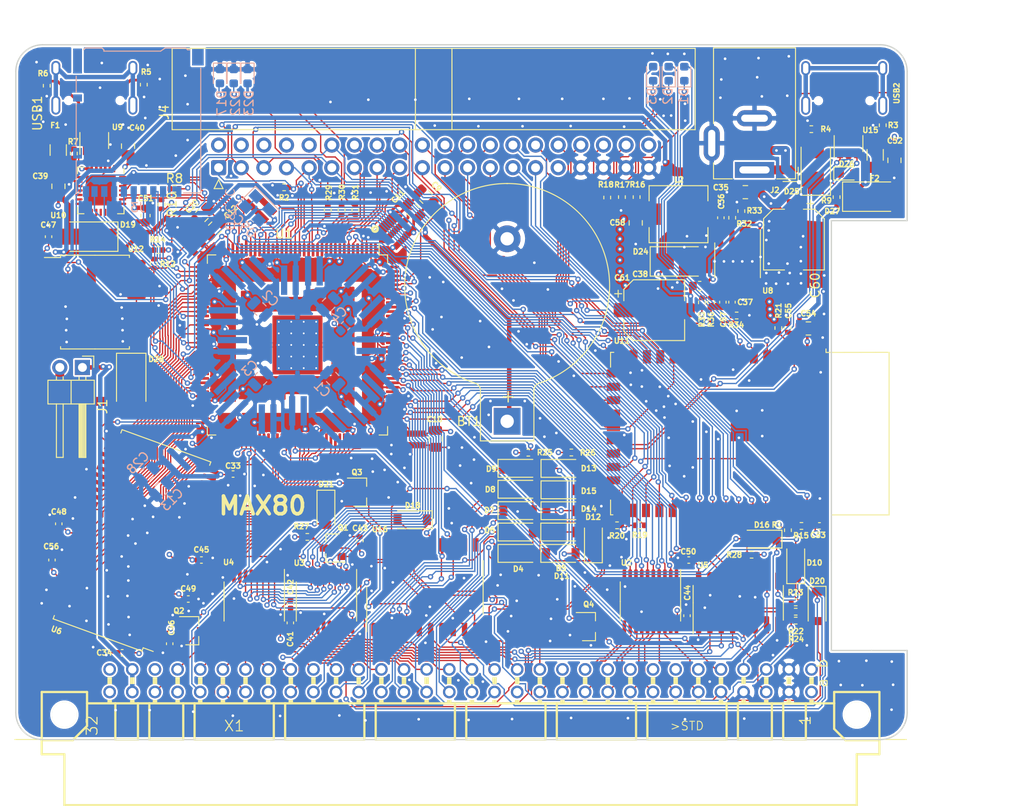
<source format=kicad_pcb>
(kicad_pcb (version 20171130) (host pcbnew 5.1.9-73d0e3b20d~88~ubuntu20.04.1)

  (general
    (thickness 1.6)
    (drawings 17)
    (tracks 4087)
    (zones 0)
    (modules 152)
    (nets 210)
  )

  (page A4)
  (title_block
    (title MAX80)
    (date 2021-01-31)
    (rev 0.01)
    (company "No name")
  )

  (layers
    (0 F.Cu signal)
    (1 In1.Cu signal)
    (2 In2.Cu signal)
    (31 B.Cu signal)
    (32 B.Adhes user)
    (33 F.Adhes user)
    (34 B.Paste user)
    (35 F.Paste user)
    (36 B.SilkS user)
    (37 F.SilkS user)
    (38 B.Mask user)
    (39 F.Mask user)
    (40 Dwgs.User user)
    (41 Cmts.User user)
    (42 Eco1.User user)
    (43 Eco2.User user)
    (44 Edge.Cuts user)
    (45 Margin user)
    (46 B.CrtYd user)
    (47 F.CrtYd user)
    (48 B.Fab user)
    (49 F.Fab user)
  )

  (setup
    (last_trace_width 0.15)
    (user_trace_width 0.3)
    (user_trace_width 0.5)
    (trace_clearance 0.15)
    (zone_clearance 0.2)
    (zone_45_only no)
    (trace_min 0.15)
    (via_size 0.6)
    (via_drill 0.3)
    (via_min_size 0.6)
    (via_min_drill 0.3)
    (uvia_size 0.3)
    (uvia_drill 0.1)
    (uvias_allowed no)
    (uvia_min_size 0.2)
    (uvia_min_drill 0.1)
    (edge_width 0.15)
    (segment_width 0.3)
    (pcb_text_width 0.3)
    (pcb_text_size 1.5 1.5)
    (mod_edge_width 0.15)
    (mod_text_size 1 1)
    (mod_text_width 0.15)
    (pad_size 2.6 1.6)
    (pad_drill 0)
    (pad_to_mask_clearance 0)
    (aux_axis_origin 0 0)
    (grid_origin 86.275 147.925)
    (visible_elements FFFFFF7F)
    (pcbplotparams
      (layerselection 0x010fc_ffffffff)
      (usegerberextensions false)
      (usegerberattributes true)
      (usegerberadvancedattributes true)
      (creategerberjobfile true)
      (excludeedgelayer true)
      (linewidth 0.100000)
      (plotframeref false)
      (viasonmask false)
      (mode 1)
      (useauxorigin false)
      (hpglpennumber 1)
      (hpglpenspeed 20)
      (hpglpendiameter 15.000000)
      (psnegative false)
      (psa4output false)
      (plotreference true)
      (plotvalue true)
      (plotinvisibletext false)
      (padsonsilk false)
      (subtractmaskfromsilk false)
      (outputformat 1)
      (mirror false)
      (drillshape 0)
      (scaleselection 1)
      (outputdirectory "abc80_gerber"))
  )

  (net 0 "")
  (net 1 VCC_ONE)
  (net 2 VCCA)
  (net 3 GND)
  (net 4 CLK0n)
  (net 5 +5V)
  (net 6 "Net-(R5-Pad2)")
  (net 7 "Net-(R6-Pad2)")
  (net 8 "Net-(R7-Pad1)")
  (net 9 "Net-(U10-Pad5)")
  (net 10 "Net-(U10-Pad4)")
  (net 11 "Net-(U9-Pad4)")
  (net 12 "Net-(U9-Pad6)")
  (net 13 "Net-(USB1-Pad13)")
  (net 14 "Net-(BT1-Pad1)")
  (net 15 /A4)
  (net 16 /A3)
  (net 17 /A2)
  (net 18 /A1)
  (net 19 /A0)
  (net 20 /IO0)
  (net 21 /IO3)
  (net 22 /IO4)
  (net 23 /IO5)
  (net 24 /IO6)
  (net 25 /IO7)
  (net 26 /A11)
  (net 27 /IO9)
  (net 28 /A8)
  (net 29 /A7)
  (net 30 /A6)
  (net 31 /A5)
  (net 32 /A9)
  (net 33 /A10)
  (net 34 /A12)
  (net 35 /IO8)
  (net 36 /IO10)
  (net 37 /IO11)
  (net 38 /IO12)
  (net 39 /IO13)
  (net 40 /IO14)
  (net 41 /IO15)
  (net 42 /abc80bus/D7)
  (net 43 /abc80bus/D6)
  (net 44 /abc80bus/D5)
  (net 45 /abc80bus/D4)
  (net 46 /abc80bus/D3)
  (net 47 /abc80bus/D2)
  (net 48 /abc80bus/D1)
  (net 49 /abc80bus/D0)
  (net 50 /abc80bus/A8)
  (net 51 /abc80bus/A9)
  (net 52 /abc80bus/A10)
  (net 53 /abc80bus/A11)
  (net 54 /abc80bus/A12)
  (net 55 /abc80bus/A13)
  (net 56 /abc80bus/A14)
  (net 57 /abc80bus/A15)
  (net 58 /abc80bus/A7)
  (net 59 /abc80bus/A6)
  (net 60 /abc80bus/A5)
  (net 61 /abc80bus/A4)
  (net 62 /abc80bus/A3)
  (net 63 /abc80bus/A2)
  (net 64 /abc80bus/A1)
  (net 65 /abc80bus/A0)
  (net 66 /IO1)
  (net 67 /IO2)
  (net 68 /32KHZ)
  (net 69 /RTC_INT)
  (net 70 /abc80bus/ABC5V)
  (net 71 /SD_DAT1)
  (net 72 /SD_DAT2)
  (net 73 /SD_DAT3)
  (net 74 /SD_CMD)
  (net 75 /SD_CLK)
  (net 76 /SD_DAT0)
  (net 77 FPGA_TDI)
  (net 78 FPGA_TMS)
  (net 79 FPGA_TDO)
  (net 80 FPGA_TCK)
  (net 81 ABC_CLK_5)
  (net 82 /FPGA_SCL)
  (net 83 /FPGA_SDA)
  (net 84 FPGA_SPI_MISO)
  (net 85 FPGA_SPI_MOSI)
  (net 86 FPGA_SPI_CLK)
  (net 87 FGPA_SPI_CS_ESP32)
  (net 88 INT_ESP32)
  (net 89 "Net-(C53-Pad1)")
  (net 90 "Net-(F2-Pad2)")
  (net 91 ESP32_TDO)
  (net 92 ESP32_TCK)
  (net 93 ESP32_TMS)
  (net 94 ESP32_IO0)
  (net 95 ESP32_RXD)
  (net 96 ESP32_TXD)
  (net 97 ESP32_EN)
  (net 98 "Net-(R3-Pad2)")
  (net 99 "Net-(R4-Pad2)")
  (net 100 /ESP32/USB_D-)
  (net 101 /ESP32/USB_D+)
  (net 102 ESP32_TDI)
  (net 103 "Net-(U15-Pad6)")
  (net 104 "Net-(U15-Pad4)")
  (net 105 "Net-(USB2-Pad13)")
  (net 106 "Net-(D1-Pad2)")
  (net 107 "Net-(D1-Pad1)")
  (net 108 "Net-(D2-Pad2)")
  (net 109 "Net-(D2-Pad1)")
  (net 110 "Net-(D3-Pad2)")
  (net 111 "Net-(D3-Pad1)")
  (net 112 ESP32_SCL)
  (net 113 ESP32_SDA)
  (net 114 ESP32_CS2)
  (net 115 ESP32_CS0)
  (net 116 ESP32_MISO)
  (net 117 ESP32_SCK)
  (net 118 ESP32_MOSI)
  (net 119 ESP32_CS1)
  (net 120 /FPGA_USB_TXD)
  (net 121 /FPGA_USB_RXD)
  (net 122 /abc80bus/~XMEMW80)
  (net 123 /abc80bus/~CS)
  (net 124 /abc80bus/~C4)
  (net 125 /abc80bus/~C3)
  (net 126 /abc80bus/~C2)
  (net 127 /abc80bus/~C1)
  (net 128 /abc80bus/~OUT)
  (net 129 /abc80bus/~XOUT)
  (net 130 /abc80bus/~RST)
  (net 131 ~IORD)
  (net 132 /abc80bus/~XMEMFL)
  (net 133 /abc80bus/~XIN)
  (net 134 /abc80bus/~INP)
  (net 135 /abc80bus/~STATUS)
  (net 136 ~MEMRW)
  (net 137 "Net-(D18-Pad1)")
  (net 138 /abc80bus/~XINPSTB)
  (net 139 /abc80bus/~XOUTSTB)
  (net 140 /abc80bus/~XMEMW800)
  (net 141 ADSEL0)
  (net 142 ADSEL1)
  (net 143 "Net-(U3-Pad19)")
  (net 144 "Net-(U4-Pad19)")
  (net 145 /abc80bus/~INT)
  (net 146 ~IORW)
  (net 147 ~MEMRD)
  (net 148 AD0)
  (net 149 AD1)
  (net 150 AD2)
  (net 151 AD3)
  (net 152 AD4)
  (net 153 AD5)
  (net 154 AD6)
  (net 155 AD7)
  (net 156 O1)
  (net 157 O2)
  (net 158 /abc80bus/~RESIN)
  (net 159 /abc80bus/~XM)
  (net 160 /abc80bus/Y0)
  (net 161 /abc80bus/~Y0)
  (net 162 "Net-(D20-Pad1)")
  (net 163 "Net-(D21-Pad1)")
  (net 164 /FPGA_LED1)
  (net 165 /FPGA_LED2)
  (net 166 /FPGA_LED3)
  (net 167 "Net-(D17-Pad2)")
  (net 168 "Net-(D22-Pad2)")
  (net 169 "Net-(D23-Pad2)")
  (net 170 FPGA_GPIO3)
  (net 171 FPGA_GPIO2)
  (net 172 FPGA_GPIO1)
  (net 173 FPGA_GPIO0)
  (net 174 FPGA_GPIO5)
  (net 175 FPGA_GPIO4)
  (net 176 "Net-(C36-Pad1)")
  (net 177 "Net-(C37-Pad2)")
  (net 178 "Net-(C37-Pad1)")
  (net 179 "Net-(C38-Pad2)")
  (net 180 "Net-(R32-Pad2)")
  (net 181 "Net-(R35-Pad2)")
  (net 182 "Net-(C38-Pad1)")
  (net 183 /abc80bus/READY)
  (net 184 /abc80bus/~NMI)
  (net 185 ~FPGA_READY)
  (net 186 FPGA_NMI)
  (net 187 "Net-(U1-Pad88)")
  (net 188 "Net-(D26-Pad2)")
  (net 189 FPGA_RESIN)
  (net 190 ABC_CLK_3)
  (net 191 /DQMH)
  (net 192 /CLK)
  (net 193 /CKE)
  (net 194 /BA1)
  (net 195 /BA0)
  (net 196 /DQML)
  (net 197 "Net-(D28-Pad2)")
  (net 198 "Net-(D25-Pad2)")
  (net 199 "Net-(F1-Pad2)")
  (net 200 /FPGA_USB_RTS)
  (net 201 /FPGA_USB_CTS)
  (net 202 /FPGA_USB_DTR)
  (net 203 FPGA_JTAGEN)
  (net 204 "Net-(C39-Pad1)")
  (net 205 "Net-(C52-Pad1)")
  (net 206 /WE#)
  (net 207 /CAS#)
  (net 208 /RAS#)
  (net 209 /CS#)

  (net_class Default "This is the default net class."
    (clearance 0.15)
    (trace_width 0.15)
    (via_dia 0.6)
    (via_drill 0.3)
    (uvia_dia 0.3)
    (uvia_drill 0.1)
    (add_net +5V)
    (add_net /32KHZ)
    (add_net /A0)
    (add_net /A1)
    (add_net /A10)
    (add_net /A11)
    (add_net /A12)
    (add_net /A2)
    (add_net /A3)
    (add_net /A4)
    (add_net /A5)
    (add_net /A6)
    (add_net /A7)
    (add_net /A8)
    (add_net /A9)
    (add_net /BA0)
    (add_net /BA1)
    (add_net /CAS#)
    (add_net /CKE)
    (add_net /CLK)
    (add_net /CS#)
    (add_net /DQMH)
    (add_net /DQML)
    (add_net /ESP32/USB_D+)
    (add_net /ESP32/USB_D-)
    (add_net /FPGA_LED1)
    (add_net /FPGA_LED2)
    (add_net /FPGA_LED3)
    (add_net /FPGA_SCL)
    (add_net /FPGA_SDA)
    (add_net /FPGA_USB_CTS)
    (add_net /FPGA_USB_DTR)
    (add_net /FPGA_USB_RTS)
    (add_net /FPGA_USB_RXD)
    (add_net /FPGA_USB_TXD)
    (add_net /IO0)
    (add_net /IO1)
    (add_net /IO10)
    (add_net /IO11)
    (add_net /IO12)
    (add_net /IO13)
    (add_net /IO14)
    (add_net /IO15)
    (add_net /IO2)
    (add_net /IO3)
    (add_net /IO4)
    (add_net /IO5)
    (add_net /IO6)
    (add_net /IO7)
    (add_net /IO8)
    (add_net /IO9)
    (add_net /RAS#)
    (add_net /RTC_INT)
    (add_net /SD_CLK)
    (add_net /SD_CMD)
    (add_net /SD_DAT0)
    (add_net /SD_DAT1)
    (add_net /SD_DAT2)
    (add_net /SD_DAT3)
    (add_net /WE#)
    (add_net /abc80bus/A0)
    (add_net /abc80bus/A1)
    (add_net /abc80bus/A10)
    (add_net /abc80bus/A11)
    (add_net /abc80bus/A12)
    (add_net /abc80bus/A13)
    (add_net /abc80bus/A14)
    (add_net /abc80bus/A15)
    (add_net /abc80bus/A2)
    (add_net /abc80bus/A3)
    (add_net /abc80bus/A4)
    (add_net /abc80bus/A5)
    (add_net /abc80bus/A6)
    (add_net /abc80bus/A7)
    (add_net /abc80bus/A8)
    (add_net /abc80bus/A9)
    (add_net /abc80bus/ABC5V)
    (add_net /abc80bus/D0)
    (add_net /abc80bus/D1)
    (add_net /abc80bus/D2)
    (add_net /abc80bus/D3)
    (add_net /abc80bus/D4)
    (add_net /abc80bus/D5)
    (add_net /abc80bus/D6)
    (add_net /abc80bus/D7)
    (add_net /abc80bus/READY)
    (add_net /abc80bus/Y0)
    (add_net /abc80bus/~C1)
    (add_net /abc80bus/~C2)
    (add_net /abc80bus/~C3)
    (add_net /abc80bus/~C4)
    (add_net /abc80bus/~CS)
    (add_net /abc80bus/~INP)
    (add_net /abc80bus/~INT)
    (add_net /abc80bus/~NMI)
    (add_net /abc80bus/~OUT)
    (add_net /abc80bus/~RESIN)
    (add_net /abc80bus/~RST)
    (add_net /abc80bus/~STATUS)
    (add_net /abc80bus/~XIN)
    (add_net /abc80bus/~XINPSTB)
    (add_net /abc80bus/~XM)
    (add_net /abc80bus/~XMEMFL)
    (add_net /abc80bus/~XMEMW80)
    (add_net /abc80bus/~XMEMW800)
    (add_net /abc80bus/~XOUT)
    (add_net /abc80bus/~XOUTSTB)
    (add_net /abc80bus/~Y0)
    (add_net ABC_CLK_3)
    (add_net ABC_CLK_5)
    (add_net AD0)
    (add_net AD1)
    (add_net AD2)
    (add_net AD3)
    (add_net AD4)
    (add_net AD5)
    (add_net AD6)
    (add_net AD7)
    (add_net ADSEL0)
    (add_net ADSEL1)
    (add_net CLK0n)
    (add_net ESP32_CS0)
    (add_net ESP32_CS1)
    (add_net ESP32_CS2)
    (add_net ESP32_EN)
    (add_net ESP32_IO0)
    (add_net ESP32_MISO)
    (add_net ESP32_MOSI)
    (add_net ESP32_RXD)
    (add_net ESP32_SCK)
    (add_net ESP32_SCL)
    (add_net ESP32_SDA)
    (add_net ESP32_TCK)
    (add_net ESP32_TDI)
    (add_net ESP32_TDO)
    (add_net ESP32_TMS)
    (add_net ESP32_TXD)
    (add_net FGPA_SPI_CS_ESP32)
    (add_net FPGA_GPIO0)
    (add_net FPGA_GPIO1)
    (add_net FPGA_GPIO2)
    (add_net FPGA_GPIO3)
    (add_net FPGA_GPIO4)
    (add_net FPGA_GPIO5)
    (add_net FPGA_JTAGEN)
    (add_net FPGA_NMI)
    (add_net FPGA_RESIN)
    (add_net FPGA_SPI_CLK)
    (add_net FPGA_SPI_MISO)
    (add_net FPGA_SPI_MOSI)
    (add_net FPGA_TCK)
    (add_net FPGA_TDI)
    (add_net FPGA_TDO)
    (add_net FPGA_TMS)
    (add_net GND)
    (add_net INT_ESP32)
    (add_net "Net-(BT1-Pad1)")
    (add_net "Net-(C36-Pad1)")
    (add_net "Net-(C37-Pad1)")
    (add_net "Net-(C37-Pad2)")
    (add_net "Net-(C38-Pad1)")
    (add_net "Net-(C38-Pad2)")
    (add_net "Net-(C39-Pad1)")
    (add_net "Net-(C52-Pad1)")
    (add_net "Net-(C53-Pad1)")
    (add_net "Net-(D1-Pad1)")
    (add_net "Net-(D1-Pad2)")
    (add_net "Net-(D17-Pad2)")
    (add_net "Net-(D18-Pad1)")
    (add_net "Net-(D2-Pad1)")
    (add_net "Net-(D2-Pad2)")
    (add_net "Net-(D20-Pad1)")
    (add_net "Net-(D21-Pad1)")
    (add_net "Net-(D22-Pad2)")
    (add_net "Net-(D23-Pad2)")
    (add_net "Net-(D25-Pad2)")
    (add_net "Net-(D26-Pad2)")
    (add_net "Net-(D28-Pad2)")
    (add_net "Net-(D3-Pad1)")
    (add_net "Net-(D3-Pad2)")
    (add_net "Net-(F1-Pad2)")
    (add_net "Net-(F2-Pad2)")
    (add_net "Net-(J4-Pad40)")
    (add_net "Net-(J4-Pad6)")
    (add_net "Net-(J4-Pad8)")
    (add_net "Net-(R3-Pad2)")
    (add_net "Net-(R32-Pad2)")
    (add_net "Net-(R35-Pad2)")
    (add_net "Net-(R4-Pad2)")
    (add_net "Net-(R5-Pad2)")
    (add_net "Net-(R6-Pad2)")
    (add_net "Net-(R7-Pad1)")
    (add_net "Net-(U1-Pad106)")
    (add_net "Net-(U1-Pad88)")
    (add_net "Net-(U10-Pad1)")
    (add_net "Net-(U10-Pad10)")
    (add_net "Net-(U10-Pad11)")
    (add_net "Net-(U10-Pad12)")
    (add_net "Net-(U10-Pad13)")
    (add_net "Net-(U10-Pad14)")
    (add_net "Net-(U10-Pad15)")
    (add_net "Net-(U10-Pad16)")
    (add_net "Net-(U10-Pad17)")
    (add_net "Net-(U10-Pad18)")
    (add_net "Net-(U10-Pad19)")
    (add_net "Net-(U10-Pad2)")
    (add_net "Net-(U10-Pad20)")
    (add_net "Net-(U10-Pad21)")
    (add_net "Net-(U10-Pad22)")
    (add_net "Net-(U10-Pad27)")
    (add_net "Net-(U10-Pad4)")
    (add_net "Net-(U10-Pad5)")
    (add_net "Net-(U11-Pad10)")
    (add_net "Net-(U11-Pad11)")
    (add_net "Net-(U11-Pad25)")
    (add_net "Net-(U11-Pad4)")
    (add_net "Net-(U11-Pad40)")
    (add_net "Net-(U12-Pad4)")
    (add_net "Net-(U15-Pad4)")
    (add_net "Net-(U15-Pad6)")
    (add_net "Net-(U16-Pad12)")
    (add_net "Net-(U3-Pad19)")
    (add_net "Net-(U4-Pad19)")
    (add_net "Net-(U5-Pad11)")
    (add_net "Net-(U5-Pad12)")
    (add_net "Net-(U5-Pad7)")
    (add_net "Net-(U6-Pad40)")
    (add_net "Net-(U9-Pad4)")
    (add_net "Net-(U9-Pad6)")
    (add_net "Net-(USB1-Pad13)")
    (add_net "Net-(USB1-Pad3)")
    (add_net "Net-(USB1-Pad5)")
    (add_net "Net-(USB1-Pad8)")
    (add_net "Net-(USB1-Pad9)")
    (add_net "Net-(USB2-Pad13)")
    (add_net "Net-(USB2-Pad3)")
    (add_net "Net-(USB2-Pad5)")
    (add_net "Net-(USB2-Pad8)")
    (add_net "Net-(USB2-Pad9)")
    (add_net "Net-(X1-PadA1)")
    (add_net "Net-(X1-PadA14)")
    (add_net "Net-(X1-PadA25)")
    (add_net "Net-(X1-PadA29)")
    (add_net "Net-(X1-PadA32)")
    (add_net "Net-(X1-PadB1)")
    (add_net "Net-(X1-PadB10)")
    (add_net "Net-(X1-PadB11)")
    (add_net "Net-(X1-PadB12)")
    (add_net "Net-(X1-PadB30)")
    (add_net "Net-(X1-PadB32)")
    (add_net "Net-(X1-PadB6)")
    (add_net "Net-(X1-PadB7)")
    (add_net "Net-(X1-PadB8)")
    (add_net "Net-(X1-PadB9)")
    (add_net O1)
    (add_net O2)
    (add_net VCCA)
    (add_net VCC_ONE)
    (add_net ~FPGA_READY)
    (add_net ~IORD)
    (add_net ~IORW)
    (add_net ~MEMRD)
    (add_net ~MEMRW)
  )

  (module Resistor_SMD:R_0402_1005Metric (layer F.Cu) (tedit 5F68FEEE) (tstamp 60338C7D)
    (at 68.85 118.925 270)
    (descr "Resistor SMD 0402 (1005 Metric), square (rectangular) end terminal, IPC_7351 nominal, (Body size source: IPC-SM-782 page 72, https://www.pcb-3d.com/wordpress/wp-content/uploads/ipc-sm-782a_amendment_1_and_2.pdf), generated with kicad-footprint-generator")
    (tags resistor)
    (path /60357D7C)
    (attr smd)
    (fp_text reference R10 (at 0 -1.17 90) (layer F.SilkS)
      (effects (font (size 1 1) (thickness 0.15)))
    )
    (fp_text value 10k (at 0 1.17 90) (layer F.Fab)
      (effects (font (size 1 1) (thickness 0.15)))
    )
    (fp_text user %R (at 0 0 90) (layer F.Fab)
      (effects (font (size 0.26 0.26) (thickness 0.04)))
    )
    (fp_line (start -0.525 0.27) (end -0.525 -0.27) (layer F.Fab) (width 0.1))
    (fp_line (start -0.525 -0.27) (end 0.525 -0.27) (layer F.Fab) (width 0.1))
    (fp_line (start 0.525 -0.27) (end 0.525 0.27) (layer F.Fab) (width 0.1))
    (fp_line (start 0.525 0.27) (end -0.525 0.27) (layer F.Fab) (width 0.1))
    (fp_line (start -0.153641 -0.38) (end 0.153641 -0.38) (layer F.SilkS) (width 0.12))
    (fp_line (start -0.153641 0.38) (end 0.153641 0.38) (layer F.SilkS) (width 0.12))
    (fp_line (start -0.93 0.47) (end -0.93 -0.47) (layer F.CrtYd) (width 0.05))
    (fp_line (start -0.93 -0.47) (end 0.93 -0.47) (layer F.CrtYd) (width 0.05))
    (fp_line (start 0.93 -0.47) (end 0.93 0.47) (layer F.CrtYd) (width 0.05))
    (fp_line (start 0.93 0.47) (end -0.93 0.47) (layer F.CrtYd) (width 0.05))
    (pad 2 smd roundrect (at 0.51 0 270) (size 0.54 0.64) (layers F.Cu F.Paste F.Mask) (roundrect_rratio 0.25)
      (net 1 VCC_ONE))
    (pad 1 smd roundrect (at -0.51 0 270) (size 0.54 0.64) (layers F.Cu F.Paste F.Mask) (roundrect_rratio 0.25)
      (net 201 /FPGA_USB_CTS))
    (model ${KISYS3DMOD}/Resistor_SMD.3dshapes/R_0402_1005Metric.wrl
      (at (xyz 0 0 0))
      (scale (xyz 1 1 1))
      (rotate (xyz 0 0 0))
    )
  )

  (module Resistor_SMD:R_0402_1005Metric (layer F.Cu) (tedit 5F68FEEE) (tstamp 60338C4C)
    (at 70.3 117.175)
    (descr "Resistor SMD 0402 (1005 Metric), square (rectangular) end terminal, IPC_7351 nominal, (Body size source: IPC-SM-782 page 72, https://www.pcb-3d.com/wordpress/wp-content/uploads/ipc-sm-782a_amendment_1_and_2.pdf), generated with kicad-footprint-generator")
    (tags resistor)
    (path /60353979)
    (attr smd)
    (fp_text reference R8 (at 0 -1.17) (layer F.SilkS)
      (effects (font (size 1 1) (thickness 0.15)))
    )
    (fp_text value 10k (at 0 1.17) (layer F.Fab)
      (effects (font (size 1 1) (thickness 0.15)))
    )
    (fp_text user %R (at 0 0) (layer F.Fab)
      (effects (font (size 0.26 0.26) (thickness 0.04)))
    )
    (fp_line (start -0.525 0.27) (end -0.525 -0.27) (layer F.Fab) (width 0.1))
    (fp_line (start -0.525 -0.27) (end 0.525 -0.27) (layer F.Fab) (width 0.1))
    (fp_line (start 0.525 -0.27) (end 0.525 0.27) (layer F.Fab) (width 0.1))
    (fp_line (start 0.525 0.27) (end -0.525 0.27) (layer F.Fab) (width 0.1))
    (fp_line (start -0.153641 -0.38) (end 0.153641 -0.38) (layer F.SilkS) (width 0.12))
    (fp_line (start -0.153641 0.38) (end 0.153641 0.38) (layer F.SilkS) (width 0.12))
    (fp_line (start -0.93 0.47) (end -0.93 -0.47) (layer F.CrtYd) (width 0.05))
    (fp_line (start -0.93 -0.47) (end 0.93 -0.47) (layer F.CrtYd) (width 0.05))
    (fp_line (start 0.93 -0.47) (end 0.93 0.47) (layer F.CrtYd) (width 0.05))
    (fp_line (start 0.93 0.47) (end -0.93 0.47) (layer F.CrtYd) (width 0.05))
    (pad 2 smd roundrect (at 0.51 0) (size 0.54 0.64) (layers F.Cu F.Paste F.Mask) (roundrect_rratio 0.25)
      (net 1 VCC_ONE))
    (pad 1 smd roundrect (at -0.51 0) (size 0.54 0.64) (layers F.Cu F.Paste F.Mask) (roundrect_rratio 0.25)
      (net 200 /FPGA_USB_RTS))
    (model ${KISYS3DMOD}/Resistor_SMD.3dshapes/R_0402_1005Metric.wrl
      (at (xyz 0 0 0))
      (scale (xyz 1 1 1))
      (rotate (xyz 0 0 0))
    )
  )

  (module Resistor_SMD:R_0402_1005Metric (layer F.Cu) (tedit 5F68FEEE) (tstamp 60337B92)
    (at 139.125 155.5 90)
    (descr "Resistor SMD 0402 (1005 Metric), square (rectangular) end terminal, IPC_7351 nominal, (Body size source: IPC-SM-782 page 72, https://www.pcb-3d.com/wordpress/wp-content/uploads/ipc-sm-782a_amendment_1_and_2.pdf), generated with kicad-footprint-generator")
    (tags resistor)
    (path /602159BB/60379925)
    (attr smd)
    (fp_text reference R1 (at 0.6 -1.225 180) (layer F.SilkS)
      (effects (font (size 0.6 0.6) (thickness 0.15)))
    )
    (fp_text value 10k (at 0 1.17 90) (layer F.Fab)
      (effects (font (size 1 1) (thickness 0.15)))
    )
    (fp_line (start -0.525 0.27) (end -0.525 -0.27) (layer F.Fab) (width 0.1))
    (fp_line (start -0.525 -0.27) (end 0.525 -0.27) (layer F.Fab) (width 0.1))
    (fp_line (start 0.525 -0.27) (end 0.525 0.27) (layer F.Fab) (width 0.1))
    (fp_line (start 0.525 0.27) (end -0.525 0.27) (layer F.Fab) (width 0.1))
    (fp_line (start -0.153641 -0.38) (end 0.153641 -0.38) (layer F.SilkS) (width 0.12))
    (fp_line (start -0.153641 0.38) (end 0.153641 0.38) (layer F.SilkS) (width 0.12))
    (fp_line (start -0.93 0.47) (end -0.93 -0.47) (layer F.CrtYd) (width 0.05))
    (fp_line (start -0.93 -0.47) (end 0.93 -0.47) (layer F.CrtYd) (width 0.05))
    (fp_line (start 0.93 -0.47) (end 0.93 0.47) (layer F.CrtYd) (width 0.05))
    (fp_line (start 0.93 0.47) (end -0.93 0.47) (layer F.CrtYd) (width 0.05))
    (fp_text user %R (at 0 0 90) (layer F.Fab)
      (effects (font (size 0.26 0.26) (thickness 0.04)))
    )
    (pad 2 smd roundrect (at 0.51 0 90) (size 0.54 0.64) (layers F.Cu F.Paste F.Mask) (roundrect_rratio 0.25)
      (net 89 "Net-(C53-Pad1)"))
    (pad 1 smd roundrect (at -0.51 0 90) (size 0.54 0.64) (layers F.Cu F.Paste F.Mask) (roundrect_rratio 0.25)
      (net 1 VCC_ONE))
    (model ${KISYS3DMOD}/Resistor_SMD.3dshapes/R_0402_1005Metric.wrl
      (at (xyz 0 0 0))
      (scale (xyz 1 1 1))
      (rotate (xyz 0 0 0))
    )
  )

  (module Diode_SMD:D_SMA (layer F.Cu) (tedit 586432E5) (tstamp 6032CF27)
    (at 65.447 139.035 270)
    (descr "Diode SMA (DO-214AC)")
    (tags "Diode SMA (DO-214AC)")
    (path /6013B380/603612AB)
    (attr smd)
    (fp_text reference D28 (at -2.735 -2.803 180) (layer F.SilkS)
      (effects (font (size 0.6 0.6) (thickness 0.15)))
    )
    (fp_text value MBRA340T (at 0 2.6 90) (layer F.Fab)
      (effects (font (size 1 1) (thickness 0.15)))
    )
    (fp_line (start -3.4 -1.65) (end 2 -1.65) (layer F.SilkS) (width 0.12))
    (fp_line (start -3.4 1.65) (end 2 1.65) (layer F.SilkS) (width 0.12))
    (fp_line (start -0.64944 0.00102) (end 0.50118 -0.79908) (layer F.Fab) (width 0.1))
    (fp_line (start -0.64944 0.00102) (end 0.50118 0.75032) (layer F.Fab) (width 0.1))
    (fp_line (start 0.50118 0.75032) (end 0.50118 -0.79908) (layer F.Fab) (width 0.1))
    (fp_line (start -0.64944 -0.79908) (end -0.64944 0.80112) (layer F.Fab) (width 0.1))
    (fp_line (start 0.50118 0.00102) (end 1.4994 0.00102) (layer F.Fab) (width 0.1))
    (fp_line (start -0.64944 0.00102) (end -1.55114 0.00102) (layer F.Fab) (width 0.1))
    (fp_line (start -3.5 1.75) (end -3.5 -1.75) (layer F.CrtYd) (width 0.05))
    (fp_line (start 3.5 1.75) (end -3.5 1.75) (layer F.CrtYd) (width 0.05))
    (fp_line (start 3.5 -1.75) (end 3.5 1.75) (layer F.CrtYd) (width 0.05))
    (fp_line (start -3.5 -1.75) (end 3.5 -1.75) (layer F.CrtYd) (width 0.05))
    (fp_line (start 2.3 -1.5) (end -2.3 -1.5) (layer F.Fab) (width 0.1))
    (fp_line (start 2.3 -1.5) (end 2.3 1.5) (layer F.Fab) (width 0.1))
    (fp_line (start -2.3 1.5) (end -2.3 -1.5) (layer F.Fab) (width 0.1))
    (fp_line (start 2.3 1.5) (end -2.3 1.5) (layer F.Fab) (width 0.1))
    (fp_line (start -3.4 -1.65) (end -3.4 1.65) (layer F.SilkS) (width 0.12))
    (fp_text user %R (at 0 -2.5 90) (layer F.Fab)
      (effects (font (size 1 1) (thickness 0.15)))
    )
    (pad 2 smd rect (at 2 0 270) (size 2.5 1.8) (layers F.Cu F.Paste F.Mask)
      (net 197 "Net-(D28-Pad2)"))
    (pad 1 smd rect (at -2 0 270) (size 2.5 1.8) (layers F.Cu F.Paste F.Mask)
      (net 5 +5V))
    (model ${KISYS3DMOD}/Diode_SMD.3dshapes/D_SMA.wrl
      (at (xyz 0 0 0))
      (scale (xyz 1 1 1))
      (rotate (xyz 0 0 0))
    )
  )

  (module Capacitor_SMD:C_0402_1005Metric (layer F.Cu) (tedit 5F68FEEE) (tstamp 6039D96A)
    (at 56.557 158.847 90)
    (descr "Capacitor SMD 0402 (1005 Metric), square (rectangular) end terminal, IPC_7351 nominal, (Body size source: IPC-SM-782 page 76, https://www.pcb-3d.com/wordpress/wp-content/uploads/ipc-sm-782a_amendment_1_and_2.pdf), generated with kicad-footprint-generator")
    (tags capacitor)
    (path /6091A70C)
    (attr smd)
    (fp_text reference C56 (at 1.522 -0.082 180) (layer F.SilkS)
      (effects (font (size 0.6 0.6) (thickness 0.15)))
    )
    (fp_text value 100nF (at 0 1.16 90) (layer F.Fab)
      (effects (font (size 1 1) (thickness 0.15)))
    )
    (fp_line (start 0.91 0.46) (end -0.91 0.46) (layer F.CrtYd) (width 0.05))
    (fp_line (start 0.91 -0.46) (end 0.91 0.46) (layer F.CrtYd) (width 0.05))
    (fp_line (start -0.91 -0.46) (end 0.91 -0.46) (layer F.CrtYd) (width 0.05))
    (fp_line (start -0.91 0.46) (end -0.91 -0.46) (layer F.CrtYd) (width 0.05))
    (fp_line (start -0.107836 0.36) (end 0.107836 0.36) (layer F.SilkS) (width 0.12))
    (fp_line (start -0.107836 -0.36) (end 0.107836 -0.36) (layer F.SilkS) (width 0.12))
    (fp_line (start 0.5 0.25) (end -0.5 0.25) (layer F.Fab) (width 0.1))
    (fp_line (start 0.5 -0.25) (end 0.5 0.25) (layer F.Fab) (width 0.1))
    (fp_line (start -0.5 -0.25) (end 0.5 -0.25) (layer F.Fab) (width 0.1))
    (fp_line (start -0.5 0.25) (end -0.5 -0.25) (layer F.Fab) (width 0.1))
    (fp_text user %R (at 0 0 90) (layer F.Fab)
      (effects (font (size 0.25 0.25) (thickness 0.04)))
    )
    (pad 2 smd roundrect (at 0.48 0 90) (size 0.56 0.62) (layers F.Cu F.Paste F.Mask) (roundrect_rratio 0.25)
      (net 3 GND))
    (pad 1 smd roundrect (at -0.48 0 90) (size 0.56 0.62) (layers F.Cu F.Paste F.Mask) (roundrect_rratio 0.25)
      (net 1 VCC_ONE))
    (model ${KISYS3DMOD}/Capacitor_SMD.3dshapes/C_0402_1005Metric.wrl
      (at (xyz 0 0 0))
      (scale (xyz 1 1 1))
      (rotate (xyz 0 0 0))
    )
  )

  (module Capacitor_SMD:C_0402_1005Metric (layer F.Cu) (tedit 5F68FEEE) (tstamp 603AB1B9)
    (at 69.765 168.245 270)
    (descr "Capacitor SMD 0402 (1005 Metric), square (rectangular) end terminal, IPC_7351 nominal, (Body size source: IPC-SM-782 page 76, https://www.pcb-3d.com/wordpress/wp-content/uploads/ipc-sm-782a_amendment_1_and_2.pdf), generated with kicad-footprint-generator")
    (tags capacitor)
    (path /60932F0E)
    (attr smd)
    (fp_text reference C46 (at -1.795 -0.21 270) (layer F.SilkS)
      (effects (font (size 0.6 0.6) (thickness 0.15)))
    )
    (fp_text value 100nF (at 0 1.16 90) (layer F.Fab)
      (effects (font (size 1 1) (thickness 0.15)))
    )
    (fp_line (start 0.91 0.46) (end -0.91 0.46) (layer F.CrtYd) (width 0.05))
    (fp_line (start 0.91 -0.46) (end 0.91 0.46) (layer F.CrtYd) (width 0.05))
    (fp_line (start -0.91 -0.46) (end 0.91 -0.46) (layer F.CrtYd) (width 0.05))
    (fp_line (start -0.91 0.46) (end -0.91 -0.46) (layer F.CrtYd) (width 0.05))
    (fp_line (start -0.107836 0.36) (end 0.107836 0.36) (layer F.SilkS) (width 0.12))
    (fp_line (start -0.107836 -0.36) (end 0.107836 -0.36) (layer F.SilkS) (width 0.12))
    (fp_line (start 0.5 0.25) (end -0.5 0.25) (layer F.Fab) (width 0.1))
    (fp_line (start 0.5 -0.25) (end 0.5 0.25) (layer F.Fab) (width 0.1))
    (fp_line (start -0.5 -0.25) (end 0.5 -0.25) (layer F.Fab) (width 0.1))
    (fp_line (start -0.5 0.25) (end -0.5 -0.25) (layer F.Fab) (width 0.1))
    (fp_text user %R (at 0 0 90) (layer F.Fab)
      (effects (font (size 0.25 0.25) (thickness 0.04)))
    )
    (pad 2 smd roundrect (at 0.48 0 270) (size 0.56 0.62) (layers F.Cu F.Paste F.Mask) (roundrect_rratio 0.25)
      (net 3 GND))
    (pad 1 smd roundrect (at -0.48 0 270) (size 0.56 0.62) (layers F.Cu F.Paste F.Mask) (roundrect_rratio 0.25)
      (net 1 VCC_ONE))
    (model ${KISYS3DMOD}/Capacitor_SMD.3dshapes/C_0402_1005Metric.wrl
      (at (xyz 0 0 0))
      (scale (xyz 1 1 1))
      (rotate (xyz 0 0 0))
    )
  )

  (module Capacitor_SMD:C_0402_1005Metric (layer F.Cu) (tedit 5F68FEEE) (tstamp 603AB1A8)
    (at 73.321 158.847)
    (descr "Capacitor SMD 0402 (1005 Metric), square (rectangular) end terminal, IPC_7351 nominal, (Body size source: IPC-SM-782 page 76, https://www.pcb-3d.com/wordpress/wp-content/uploads/ipc-sm-782a_amendment_1_and_2.pdf), generated with kicad-footprint-generator")
    (tags capacitor)
    (path /6094CE83)
    (attr smd)
    (fp_text reference C45 (at 0 -1.16) (layer F.SilkS)
      (effects (font (size 0.6 0.6) (thickness 0.15)))
    )
    (fp_text value 100nF (at 0 1.16) (layer F.Fab)
      (effects (font (size 1 1) (thickness 0.15)))
    )
    (fp_line (start 0.91 0.46) (end -0.91 0.46) (layer F.CrtYd) (width 0.05))
    (fp_line (start 0.91 -0.46) (end 0.91 0.46) (layer F.CrtYd) (width 0.05))
    (fp_line (start -0.91 -0.46) (end 0.91 -0.46) (layer F.CrtYd) (width 0.05))
    (fp_line (start -0.91 0.46) (end -0.91 -0.46) (layer F.CrtYd) (width 0.05))
    (fp_line (start -0.107836 0.36) (end 0.107836 0.36) (layer F.SilkS) (width 0.12))
    (fp_line (start -0.107836 -0.36) (end 0.107836 -0.36) (layer F.SilkS) (width 0.12))
    (fp_line (start 0.5 0.25) (end -0.5 0.25) (layer F.Fab) (width 0.1))
    (fp_line (start 0.5 -0.25) (end 0.5 0.25) (layer F.Fab) (width 0.1))
    (fp_line (start -0.5 -0.25) (end 0.5 -0.25) (layer F.Fab) (width 0.1))
    (fp_line (start -0.5 0.25) (end -0.5 -0.25) (layer F.Fab) (width 0.1))
    (fp_text user %R (at 0 0) (layer F.Fab)
      (effects (font (size 0.25 0.25) (thickness 0.04)))
    )
    (pad 2 smd roundrect (at 0.48 0) (size 0.56 0.62) (layers F.Cu F.Paste F.Mask) (roundrect_rratio 0.25)
      (net 3 GND))
    (pad 1 smd roundrect (at -0.48 0) (size 0.56 0.62) (layers F.Cu F.Paste F.Mask) (roundrect_rratio 0.25)
      (net 1 VCC_ONE))
    (model ${KISYS3DMOD}/Capacitor_SMD.3dshapes/C_0402_1005Metric.wrl
      (at (xyz 0 0 0))
      (scale (xyz 1 1 1))
      (rotate (xyz 0 0 0))
    )
  )

  (module Capacitor_SMD:C_0402_1005Metric (layer F.Cu) (tedit 5F68FEEE) (tstamp 603AC9A5)
    (at 64.431 169.261 180)
    (descr "Capacitor SMD 0402 (1005 Metric), square (rectangular) end terminal, IPC_7351 nominal, (Body size source: IPC-SM-782 page 76, https://www.pcb-3d.com/wordpress/wp-content/uploads/ipc-sm-782a_amendment_1_and_2.pdf), generated with kicad-footprint-generator")
    (tags capacitor)
    (path /6097D4FE)
    (attr smd)
    (fp_text reference C34 (at 2.006 0) (layer F.SilkS)
      (effects (font (size 0.6 0.6) (thickness 0.15)))
    )
    (fp_text value 100nF (at 0 1.16) (layer F.Fab)
      (effects (font (size 1 1) (thickness 0.15)))
    )
    (fp_line (start 0.91 0.46) (end -0.91 0.46) (layer F.CrtYd) (width 0.05))
    (fp_line (start 0.91 -0.46) (end 0.91 0.46) (layer F.CrtYd) (width 0.05))
    (fp_line (start -0.91 -0.46) (end 0.91 -0.46) (layer F.CrtYd) (width 0.05))
    (fp_line (start -0.91 0.46) (end -0.91 -0.46) (layer F.CrtYd) (width 0.05))
    (fp_line (start -0.107836 0.36) (end 0.107836 0.36) (layer F.SilkS) (width 0.12))
    (fp_line (start -0.107836 -0.36) (end 0.107836 -0.36) (layer F.SilkS) (width 0.12))
    (fp_line (start 0.5 0.25) (end -0.5 0.25) (layer F.Fab) (width 0.1))
    (fp_line (start 0.5 -0.25) (end 0.5 0.25) (layer F.Fab) (width 0.1))
    (fp_line (start -0.5 -0.25) (end 0.5 -0.25) (layer F.Fab) (width 0.1))
    (fp_line (start -0.5 0.25) (end -0.5 -0.25) (layer F.Fab) (width 0.1))
    (fp_text user %R (at 0 0) (layer F.Fab)
      (effects (font (size 0.25 0.25) (thickness 0.04)))
    )
    (pad 2 smd roundrect (at 0.48 0 180) (size 0.56 0.62) (layers F.Cu F.Paste F.Mask) (roundrect_rratio 0.25)
      (net 3 GND))
    (pad 1 smd roundrect (at -0.48 0 180) (size 0.56 0.62) (layers F.Cu F.Paste F.Mask) (roundrect_rratio 0.25)
      (net 1 VCC_ONE))
    (model ${KISYS3DMOD}/Capacitor_SMD.3dshapes/C_0402_1005Metric.wrl
      (at (xyz 0 0 0))
      (scale (xyz 1 1 1))
      (rotate (xyz 0 0 0))
    )
  )

  (module Capacitor_SMD:C_0402_1005Metric (layer F.Cu) (tedit 5F68FEEE) (tstamp 603AB046)
    (at 76.877 149.195)
    (descr "Capacitor SMD 0402 (1005 Metric), square (rectangular) end terminal, IPC_7351 nominal, (Body size source: IPC-SM-782 page 76, https://www.pcb-3d.com/wordpress/wp-content/uploads/ipc-sm-782a_amendment_1_and_2.pdf), generated with kicad-footprint-generator")
    (tags capacitor)
    (path /60997E09)
    (attr smd)
    (fp_text reference C33 (at -0.002 -0.92) (layer F.SilkS)
      (effects (font (size 0.6 0.6) (thickness 0.15)))
    )
    (fp_text value 100nF (at 0 1.16) (layer F.Fab)
      (effects (font (size 1 1) (thickness 0.15)))
    )
    (fp_line (start 0.91 0.46) (end -0.91 0.46) (layer F.CrtYd) (width 0.05))
    (fp_line (start 0.91 -0.46) (end 0.91 0.46) (layer F.CrtYd) (width 0.05))
    (fp_line (start -0.91 -0.46) (end 0.91 -0.46) (layer F.CrtYd) (width 0.05))
    (fp_line (start -0.91 0.46) (end -0.91 -0.46) (layer F.CrtYd) (width 0.05))
    (fp_line (start -0.107836 0.36) (end 0.107836 0.36) (layer F.SilkS) (width 0.12))
    (fp_line (start -0.107836 -0.36) (end 0.107836 -0.36) (layer F.SilkS) (width 0.12))
    (fp_line (start 0.5 0.25) (end -0.5 0.25) (layer F.Fab) (width 0.1))
    (fp_line (start 0.5 -0.25) (end 0.5 0.25) (layer F.Fab) (width 0.1))
    (fp_line (start -0.5 -0.25) (end 0.5 -0.25) (layer F.Fab) (width 0.1))
    (fp_line (start -0.5 0.25) (end -0.5 -0.25) (layer F.Fab) (width 0.1))
    (fp_text user %R (at 0 0) (layer F.Fab)
      (effects (font (size 0.25 0.25) (thickness 0.04)))
    )
    (pad 2 smd roundrect (at 0.48 0) (size 0.56 0.62) (layers F.Cu F.Paste F.Mask) (roundrect_rratio 0.25)
      (net 3 GND))
    (pad 1 smd roundrect (at -0.48 0) (size 0.56 0.62) (layers F.Cu F.Paste F.Mask) (roundrect_rratio 0.25)
      (net 1 VCC_ONE))
    (model ${KISYS3DMOD}/Capacitor_SMD.3dshapes/C_0402_1005Metric.wrl
      (at (xyz 0 0 0))
      (scale (xyz 1 1 1))
      (rotate (xyz 0 0 0))
    )
  )

  (module Package_SO:TSOP-II-54_22.2x10.16mm_P0.8mm (layer F.Cu) (tedit 5B589EC7) (tstamp 60346482)
    (at 65.535 156.645 160)
    (descr "54-lead TSOP typ II package")
    (tags "TSOPII TSOP2")
    (path /604F9283)
    (attr smd)
    (fp_text reference U6 (at 4.513002 -12.365253 160) (layer F.SilkS)
      (effects (font (size 0.6 0.6) (thickness 0.15)))
    )
    (fp_text value MT48LC16M16A2P-6A (at 0 12.5 160) (layer F.Fab)
      (effects (font (size 0.85 0.85) (thickness 0.15)))
    )
    (fp_line (start -4.08 -11.11) (end 5.08 -11.11) (layer F.Fab) (width 0.1))
    (fp_line (start 5.08 -11.11) (end 5.08 11.11) (layer F.Fab) (width 0.1))
    (fp_line (start 5.08 11.11) (end -5.08 11.11) (layer F.Fab) (width 0.1))
    (fp_line (start -5.08 11.11) (end -5.08 -10.11) (layer F.Fab) (width 0.1))
    (fp_line (start -4.08 -11.11) (end -5.08 -10.11) (layer F.Fab) (width 0.1))
    (fp_line (start -6.5 -10.9) (end -5.3 -10.9) (layer F.SilkS) (width 0.12))
    (fp_line (start -5.3 -10.9) (end -5.3 -11.3) (layer F.SilkS) (width 0.12))
    (fp_line (start -5.3 -11.3) (end 5.3 -11.3) (layer F.SilkS) (width 0.12))
    (fp_line (start -5.3 11.3) (end 5.3 11.3) (layer F.SilkS) (width 0.12))
    (fp_line (start 5.3 -11.3) (end 5.3 -10.9) (layer F.SilkS) (width 0.12))
    (fp_line (start 5.3 10.9) (end 5.3 11.3) (layer F.SilkS) (width 0.12))
    (fp_line (start -5.3 10.9) (end -5.3 11.3) (layer F.SilkS) (width 0.12))
    (fp_line (start -6.76 -11.36) (end 6.76 -11.36) (layer F.CrtYd) (width 0.05))
    (fp_line (start 6.76 -11.36) (end 6.76 11.36) (layer F.CrtYd) (width 0.05))
    (fp_line (start 6.76 11.36) (end -6.76 11.36) (layer F.CrtYd) (width 0.05))
    (fp_line (start -6.76 -11.36) (end -6.76 11.36) (layer F.CrtYd) (width 0.05))
    (fp_text user %R (at 0 0 160) (layer F.Fab)
      (effects (font (size 1 1) (thickness 0.15)))
    )
    (pad 54 smd rect (at 5.75 -10.4 160) (size 1.51 0.458) (layers F.Cu F.Paste F.Mask)
      (net 3 GND))
    (pad 53 smd rect (at 5.75 -9.6 160) (size 1.51 0.458) (layers F.Cu F.Paste F.Mask)
      (net 41 /IO15))
    (pad 52 smd rect (at 5.75 -8.8 160) (size 1.51 0.458) (layers F.Cu F.Paste F.Mask)
      (net 3 GND))
    (pad 51 smd rect (at 5.75 -8 160) (size 1.51 0.458) (layers F.Cu F.Paste F.Mask)
      (net 40 /IO14))
    (pad 50 smd rect (at 5.75 -7.2 160) (size 1.51 0.458) (layers F.Cu F.Paste F.Mask)
      (net 39 /IO13))
    (pad 49 smd rect (at 5.75 -6.4 160) (size 1.51 0.458) (layers F.Cu F.Paste F.Mask)
      (net 1 VCC_ONE))
    (pad 48 smd rect (at 5.75 -5.6 160) (size 1.51 0.458) (layers F.Cu F.Paste F.Mask)
      (net 38 /IO12))
    (pad 47 smd rect (at 5.75 -4.8 160) (size 1.51 0.458) (layers F.Cu F.Paste F.Mask)
      (net 37 /IO11))
    (pad 46 smd rect (at 5.75 -4 160) (size 1.51 0.458) (layers F.Cu F.Paste F.Mask)
      (net 3 GND))
    (pad 45 smd rect (at 5.75 -3.2 160) (size 1.51 0.458) (layers F.Cu F.Paste F.Mask)
      (net 36 /IO10))
    (pad 44 smd rect (at 5.75 -2.4 160) (size 1.51 0.458) (layers F.Cu F.Paste F.Mask)
      (net 27 /IO9))
    (pad 43 smd rect (at 5.75 -1.6 160) (size 1.51 0.458) (layers F.Cu F.Paste F.Mask)
      (net 1 VCC_ONE))
    (pad 42 smd rect (at 5.75 -0.8 160) (size 1.51 0.458) (layers F.Cu F.Paste F.Mask)
      (net 35 /IO8))
    (pad 41 smd rect (at 5.75 0 160) (size 1.51 0.458) (layers F.Cu F.Paste F.Mask)
      (net 3 GND))
    (pad 40 smd rect (at 5.75 0.8 160) (size 1.51 0.458) (layers F.Cu F.Paste F.Mask))
    (pad 39 smd rect (at 5.75 1.6 160) (size 1.51 0.458) (layers F.Cu F.Paste F.Mask)
      (net 191 /DQMH))
    (pad 38 smd rect (at 5.75 2.4 160) (size 1.51 0.458) (layers F.Cu F.Paste F.Mask)
      (net 192 /CLK))
    (pad 37 smd rect (at 5.75 3.2 160) (size 1.51 0.458) (layers F.Cu F.Paste F.Mask)
      (net 193 /CKE))
    (pad 36 smd rect (at 5.75 4 160) (size 1.51 0.458) (layers F.Cu F.Paste F.Mask)
      (net 34 /A12))
    (pad 35 smd rect (at 5.75 4.8 160) (size 1.51 0.458) (layers F.Cu F.Paste F.Mask)
      (net 26 /A11))
    (pad 34 smd rect (at 5.75 5.6 160) (size 1.51 0.458) (layers F.Cu F.Paste F.Mask)
      (net 32 /A9))
    (pad 33 smd rect (at 5.75 6.4 160) (size 1.51 0.458) (layers F.Cu F.Paste F.Mask)
      (net 28 /A8))
    (pad 32 smd rect (at 5.75 7.2 160) (size 1.51 0.458) (layers F.Cu F.Paste F.Mask)
      (net 29 /A7))
    (pad 31 smd rect (at 5.75 8 160) (size 1.51 0.458) (layers F.Cu F.Paste F.Mask)
      (net 30 /A6))
    (pad 30 smd rect (at 5.75 8.8 160) (size 1.51 0.458) (layers F.Cu F.Paste F.Mask)
      (net 31 /A5))
    (pad 29 smd rect (at 5.75 9.6 160) (size 1.51 0.458) (layers F.Cu F.Paste F.Mask)
      (net 15 /A4))
    (pad 28 smd rect (at 5.75 10.4 160) (size 1.51 0.458) (layers F.Cu F.Paste F.Mask)
      (net 3 GND))
    (pad 27 smd rect (at -5.75 10.4 160) (size 1.51 0.458) (layers F.Cu F.Paste F.Mask)
      (net 1 VCC_ONE))
    (pad 26 smd rect (at -5.75 9.6 160) (size 1.51 0.458) (layers F.Cu F.Paste F.Mask)
      (net 16 /A3))
    (pad 25 smd rect (at -5.75 8.8 160) (size 1.51 0.458) (layers F.Cu F.Paste F.Mask)
      (net 17 /A2))
    (pad 24 smd rect (at -5.75 8 160) (size 1.51 0.458) (layers F.Cu F.Paste F.Mask)
      (net 18 /A1))
    (pad 23 smd rect (at -5.75 7.2 160) (size 1.51 0.458) (layers F.Cu F.Paste F.Mask)
      (net 19 /A0))
    (pad 22 smd rect (at -5.75 6.4 160) (size 1.51 0.458) (layers F.Cu F.Paste F.Mask)
      (net 33 /A10))
    (pad 21 smd rect (at -5.75 5.6 160) (size 1.51 0.458) (layers F.Cu F.Paste F.Mask)
      (net 194 /BA1))
    (pad 20 smd rect (at -5.75 4.8 160) (size 1.51 0.458) (layers F.Cu F.Paste F.Mask)
      (net 195 /BA0))
    (pad 19 smd rect (at -5.75 4 160) (size 1.51 0.458) (layers F.Cu F.Paste F.Mask)
      (net 209 /CS#))
    (pad 18 smd rect (at -5.75 3.2 160) (size 1.51 0.458) (layers F.Cu F.Paste F.Mask)
      (net 208 /RAS#))
    (pad 17 smd rect (at -5.75 2.4 160) (size 1.51 0.458) (layers F.Cu F.Paste F.Mask)
      (net 207 /CAS#))
    (pad 16 smd rect (at -5.75 1.6 160) (size 1.51 0.458) (layers F.Cu F.Paste F.Mask)
      (net 206 /WE#))
    (pad 15 smd rect (at -5.75 0.8 160) (size 1.51 0.458) (layers F.Cu F.Paste F.Mask)
      (net 196 /DQML))
    (pad 14 smd rect (at -5.75 0 160) (size 1.51 0.458) (layers F.Cu F.Paste F.Mask)
      (net 1 VCC_ONE))
    (pad 13 smd rect (at -5.75 -0.8 160) (size 1.51 0.458) (layers F.Cu F.Paste F.Mask)
      (net 25 /IO7))
    (pad 12 smd rect (at -5.75 -1.6 160) (size 1.51 0.458) (layers F.Cu F.Paste F.Mask)
      (net 3 GND))
    (pad 11 smd rect (at -5.75 -2.4 160) (size 1.51 0.458) (layers F.Cu F.Paste F.Mask)
      (net 24 /IO6))
    (pad 10 smd rect (at -5.75 -3.2 160) (size 1.51 0.458) (layers F.Cu F.Paste F.Mask)
      (net 23 /IO5))
    (pad 9 smd rect (at -5.75 -4 160) (size 1.51 0.458) (layers F.Cu F.Paste F.Mask)
      (net 1 VCC_ONE))
    (pad 8 smd rect (at -5.75 -4.8 160) (size 1.51 0.458) (layers F.Cu F.Paste F.Mask)
      (net 22 /IO4))
    (pad 7 smd rect (at -5.75 -5.6 160) (size 1.51 0.458) (layers F.Cu F.Paste F.Mask)
      (net 21 /IO3))
    (pad 6 smd rect (at -5.75 -6.4 160) (size 1.51 0.458) (layers F.Cu F.Paste F.Mask)
      (net 3 GND))
    (pad 5 smd rect (at -5.75 -7.2 160) (size 1.51 0.458) (layers F.Cu F.Paste F.Mask)
      (net 67 /IO2))
    (pad 4 smd rect (at -5.75 -8 160) (size 1.51 0.458) (layers F.Cu F.Paste F.Mask)
      (net 66 /IO1))
    (pad 3 smd rect (at -5.75 -8.8 160) (size 1.51 0.458) (layers F.Cu F.Paste F.Mask)
      (net 1 VCC_ONE))
    (pad 2 smd rect (at -5.75 -9.6 160) (size 1.51 0.458) (layers F.Cu F.Paste F.Mask)
      (net 20 /IO0))
    (pad 1 smd rect (at -5.75 -10.4 160) (size 1.51 0.458) (layers F.Cu F.Paste F.Mask)
      (net 1 VCC_ONE))
    (model ${KISYS3DMOD}/Package_SO.3dshapes/TSOP-II-54_22.2x10.16mm_P0.8mm.wrl
      (at (xyz 0 0 0))
      (scale (xyz 1 1 1))
      (rotate (xyz 0 0 0))
    )
  )

  (module Connector_PinHeader_2.54mm:PinHeader_1x02_P2.54mm_Horizontal (layer F.Cu) (tedit 59FED5CB) (tstamp 6032D4AA)
    (at 59.975 137.225 270)
    (descr "Through hole angled pin header, 1x02, 2.54mm pitch, 6mm pin length, single row")
    (tags "Through hole angled pin header THT 1x02 2.54mm single row")
    (path /6013B380/603FB6A3)
    (fp_text reference J1 (at 4.385 -2.27 90) (layer F.SilkS)
      (effects (font (size 1 1) (thickness 0.15)))
    )
    (fp_text value Conn_01x02_Male (at 4.385 4.81 90) (layer F.Fab)
      (effects (font (size 1 1) (thickness 0.15)))
    )
    (fp_line (start 10.55 -1.8) (end -1.8 -1.8) (layer F.CrtYd) (width 0.05))
    (fp_line (start 10.55 4.35) (end 10.55 -1.8) (layer F.CrtYd) (width 0.05))
    (fp_line (start -1.8 4.35) (end 10.55 4.35) (layer F.CrtYd) (width 0.05))
    (fp_line (start -1.8 -1.8) (end -1.8 4.35) (layer F.CrtYd) (width 0.05))
    (fp_line (start -1.27 -1.27) (end 0 -1.27) (layer F.SilkS) (width 0.12))
    (fp_line (start -1.27 0) (end -1.27 -1.27) (layer F.SilkS) (width 0.12))
    (fp_line (start 1.042929 2.92) (end 1.44 2.92) (layer F.SilkS) (width 0.12))
    (fp_line (start 1.042929 2.16) (end 1.44 2.16) (layer F.SilkS) (width 0.12))
    (fp_line (start 10.1 2.92) (end 4.1 2.92) (layer F.SilkS) (width 0.12))
    (fp_line (start 10.1 2.16) (end 10.1 2.92) (layer F.SilkS) (width 0.12))
    (fp_line (start 4.1 2.16) (end 10.1 2.16) (layer F.SilkS) (width 0.12))
    (fp_line (start 1.44 1.27) (end 4.1 1.27) (layer F.SilkS) (width 0.12))
    (fp_line (start 1.11 0.38) (end 1.44 0.38) (layer F.SilkS) (width 0.12))
    (fp_line (start 1.11 -0.38) (end 1.44 -0.38) (layer F.SilkS) (width 0.12))
    (fp_line (start 4.1 0.28) (end 10.1 0.28) (layer F.SilkS) (width 0.12))
    (fp_line (start 4.1 0.16) (end 10.1 0.16) (layer F.SilkS) (width 0.12))
    (fp_line (start 4.1 0.04) (end 10.1 0.04) (layer F.SilkS) (width 0.12))
    (fp_line (start 4.1 -0.08) (end 10.1 -0.08) (layer F.SilkS) (width 0.12))
    (fp_line (start 4.1 -0.2) (end 10.1 -0.2) (layer F.SilkS) (width 0.12))
    (fp_line (start 4.1 -0.32) (end 10.1 -0.32) (layer F.SilkS) (width 0.12))
    (fp_line (start 10.1 0.38) (end 4.1 0.38) (layer F.SilkS) (width 0.12))
    (fp_line (start 10.1 -0.38) (end 10.1 0.38) (layer F.SilkS) (width 0.12))
    (fp_line (start 4.1 -0.38) (end 10.1 -0.38) (layer F.SilkS) (width 0.12))
    (fp_line (start 4.1 -1.33) (end 1.44 -1.33) (layer F.SilkS) (width 0.12))
    (fp_line (start 4.1 3.87) (end 4.1 -1.33) (layer F.SilkS) (width 0.12))
    (fp_line (start 1.44 3.87) (end 4.1 3.87) (layer F.SilkS) (width 0.12))
    (fp_line (start 1.44 -1.33) (end 1.44 3.87) (layer F.SilkS) (width 0.12))
    (fp_line (start 4.04 2.86) (end 10.04 2.86) (layer F.Fab) (width 0.1))
    (fp_line (start 10.04 2.22) (end 10.04 2.86) (layer F.Fab) (width 0.1))
    (fp_line (start 4.04 2.22) (end 10.04 2.22) (layer F.Fab) (width 0.1))
    (fp_line (start -0.32 2.86) (end 1.5 2.86) (layer F.Fab) (width 0.1))
    (fp_line (start -0.32 2.22) (end -0.32 2.86) (layer F.Fab) (width 0.1))
    (fp_line (start -0.32 2.22) (end 1.5 2.22) (layer F.Fab) (width 0.1))
    (fp_line (start 4.04 0.32) (end 10.04 0.32) (layer F.Fab) (width 0.1))
    (fp_line (start 10.04 -0.32) (end 10.04 0.32) (layer F.Fab) (width 0.1))
    (fp_line (start 4.04 -0.32) (end 10.04 -0.32) (layer F.Fab) (width 0.1))
    (fp_line (start -0.32 0.32) (end 1.5 0.32) (layer F.Fab) (width 0.1))
    (fp_line (start -0.32 -0.32) (end -0.32 0.32) (layer F.Fab) (width 0.1))
    (fp_line (start -0.32 -0.32) (end 1.5 -0.32) (layer F.Fab) (width 0.1))
    (fp_line (start 1.5 -0.635) (end 2.135 -1.27) (layer F.Fab) (width 0.1))
    (fp_line (start 1.5 3.81) (end 1.5 -0.635) (layer F.Fab) (width 0.1))
    (fp_line (start 4.04 3.81) (end 1.5 3.81) (layer F.Fab) (width 0.1))
    (fp_line (start 4.04 -1.27) (end 4.04 3.81) (layer F.Fab) (width 0.1))
    (fp_line (start 2.135 -1.27) (end 4.04 -1.27) (layer F.Fab) (width 0.1))
    (fp_text user %R (at 2.77 1.27) (layer F.Fab)
      (effects (font (size 1 1) (thickness 0.15)))
    )
    (pad 2 thru_hole oval (at 0 2.54 270) (size 1.7 1.7) (drill 1) (layers *.Cu *.Mask)
      (net 197 "Net-(D28-Pad2)"))
    (pad 1 thru_hole rect (at 0 0 270) (size 1.7 1.7) (drill 1) (layers *.Cu *.Mask)
      (net 70 /abc80bus/ABC5V))
    (model ${KISYS3DMOD}/Connector_PinHeader_2.54mm.3dshapes/PinHeader_1x02_P2.54mm_Horizontal.wrl
      (at (xyz 0 0 0))
      (scale (xyz 1 1 1))
      (rotate (xyz 0 0 0))
    )
  )

  (module Diode_SMD:D_SMA (layer F.Cu) (tedit 586432E5) (tstamp 60323018)
    (at 148.655 118.055)
    (descr "Diode SMA (DO-214AC)")
    (tags "Diode SMA (DO-214AC)")
    (path /602159BB/6032D6A5)
    (attr smd)
    (fp_text reference D27 (at -4.555 1.645) (layer F.SilkS)
      (effects (font (size 0.6 0.6) (thickness 0.15)))
    )
    (fp_text value MBRA340T (at 0 2.6) (layer F.Fab)
      (effects (font (size 1 1) (thickness 0.15)))
    )
    (fp_line (start -3.4 -1.65) (end -3.4 1.65) (layer F.SilkS) (width 0.12))
    (fp_line (start 2.3 1.5) (end -2.3 1.5) (layer F.Fab) (width 0.1))
    (fp_line (start -2.3 1.5) (end -2.3 -1.5) (layer F.Fab) (width 0.1))
    (fp_line (start 2.3 -1.5) (end 2.3 1.5) (layer F.Fab) (width 0.1))
    (fp_line (start 2.3 -1.5) (end -2.3 -1.5) (layer F.Fab) (width 0.1))
    (fp_line (start -3.5 -1.75) (end 3.5 -1.75) (layer F.CrtYd) (width 0.05))
    (fp_line (start 3.5 -1.75) (end 3.5 1.75) (layer F.CrtYd) (width 0.05))
    (fp_line (start 3.5 1.75) (end -3.5 1.75) (layer F.CrtYd) (width 0.05))
    (fp_line (start -3.5 1.75) (end -3.5 -1.75) (layer F.CrtYd) (width 0.05))
    (fp_line (start -0.64944 0.00102) (end -1.55114 0.00102) (layer F.Fab) (width 0.1))
    (fp_line (start 0.50118 0.00102) (end 1.4994 0.00102) (layer F.Fab) (width 0.1))
    (fp_line (start -0.64944 -0.79908) (end -0.64944 0.80112) (layer F.Fab) (width 0.1))
    (fp_line (start 0.50118 0.75032) (end 0.50118 -0.79908) (layer F.Fab) (width 0.1))
    (fp_line (start -0.64944 0.00102) (end 0.50118 0.75032) (layer F.Fab) (width 0.1))
    (fp_line (start -0.64944 0.00102) (end 0.50118 -0.79908) (layer F.Fab) (width 0.1))
    (fp_line (start -3.4 1.65) (end 2 1.65) (layer F.SilkS) (width 0.12))
    (fp_line (start -3.4 -1.65) (end 2 -1.65) (layer F.SilkS) (width 0.12))
    (fp_text user %R (at 0 -2.5) (layer F.Fab)
      (effects (font (size 1 1) (thickness 0.15)))
    )
    (pad 2 smd rect (at 2 0) (size 2.5 1.8) (layers F.Cu F.Paste F.Mask)
      (net 205 "Net-(C52-Pad1)"))
    (pad 1 smd rect (at -2 0) (size 2.5 1.8) (layers F.Cu F.Paste F.Mask)
      (net 5 +5V))
    (model ${KISYS3DMOD}/Diode_SMD.3dshapes/D_SMA.wrl
      (at (xyz 0 0 0))
      (scale (xyz 1 1 1))
      (rotate (xyz 0 0 0))
    )
  )

  (module Diode_SMD:D_SMA (layer F.Cu) (tedit 586432E5) (tstamp 60322ED8)
    (at 60.555 122.545 180)
    (descr "Diode SMA (DO-214AC)")
    (tags "Diode SMA (DO-214AC)")
    (path /601569F0/60325B03)
    (attr smd)
    (fp_text reference D19 (at -4.52 1.345) (layer F.SilkS)
      (effects (font (size 0.6 0.6) (thickness 0.15)))
    )
    (fp_text value MBRA340T (at 0 2.6) (layer F.Fab)
      (effects (font (size 1 1) (thickness 0.15)))
    )
    (fp_line (start -3.4 -1.65) (end -3.4 1.65) (layer F.SilkS) (width 0.12))
    (fp_line (start 2.3 1.5) (end -2.3 1.5) (layer F.Fab) (width 0.1))
    (fp_line (start -2.3 1.5) (end -2.3 -1.5) (layer F.Fab) (width 0.1))
    (fp_line (start 2.3 -1.5) (end 2.3 1.5) (layer F.Fab) (width 0.1))
    (fp_line (start 2.3 -1.5) (end -2.3 -1.5) (layer F.Fab) (width 0.1))
    (fp_line (start -3.5 -1.75) (end 3.5 -1.75) (layer F.CrtYd) (width 0.05))
    (fp_line (start 3.5 -1.75) (end 3.5 1.75) (layer F.CrtYd) (width 0.05))
    (fp_line (start 3.5 1.75) (end -3.5 1.75) (layer F.CrtYd) (width 0.05))
    (fp_line (start -3.5 1.75) (end -3.5 -1.75) (layer F.CrtYd) (width 0.05))
    (fp_line (start -0.64944 0.00102) (end -1.55114 0.00102) (layer F.Fab) (width 0.1))
    (fp_line (start 0.50118 0.00102) (end 1.4994 0.00102) (layer F.Fab) (width 0.1))
    (fp_line (start -0.64944 -0.79908) (end -0.64944 0.80112) (layer F.Fab) (width 0.1))
    (fp_line (start 0.50118 0.75032) (end 0.50118 -0.79908) (layer F.Fab) (width 0.1))
    (fp_line (start -0.64944 0.00102) (end 0.50118 0.75032) (layer F.Fab) (width 0.1))
    (fp_line (start -0.64944 0.00102) (end 0.50118 -0.79908) (layer F.Fab) (width 0.1))
    (fp_line (start -3.4 1.65) (end 2 1.65) (layer F.SilkS) (width 0.12))
    (fp_line (start -3.4 -1.65) (end 2 -1.65) (layer F.SilkS) (width 0.12))
    (pad 2 smd rect (at 2 0 180) (size 2.5 1.8) (layers F.Cu F.Paste F.Mask)
      (net 204 "Net-(C39-Pad1)"))
    (pad 1 smd rect (at -2 0 180) (size 2.5 1.8) (layers F.Cu F.Paste F.Mask)
      (net 5 +5V))
    (model ${KISYS3DMOD}/Diode_SMD.3dshapes/D_SMA.wrl
      (at (xyz 0 0 0))
      (scale (xyz 1 1 1))
      (rotate (xyz 0 0 0))
    )
  )

  (module Package_TO_SOT_SMD:SOT-23 (layer F.Cu) (tedit 5A02FF57) (tstamp 6021E332)
    (at 116.775 166.325)
    (descr "SOT-23, Standard")
    (tags SOT-23)
    (path /6013B380/60285B62)
    (attr smd)
    (fp_text reference Q4 (at 0 -2.5) (layer F.SilkS)
      (effects (font (size 0.6 0.6) (thickness 0.15)))
    )
    (fp_text value AO3400A (at 0 2.5) (layer F.Fab)
      (effects (font (size 1 1) (thickness 0.15)))
    )
    (fp_line (start -0.7 -0.95) (end -0.7 1.5) (layer F.Fab) (width 0.1))
    (fp_line (start -0.15 -1.52) (end 0.7 -1.52) (layer F.Fab) (width 0.1))
    (fp_line (start -0.7 -0.95) (end -0.15 -1.52) (layer F.Fab) (width 0.1))
    (fp_line (start 0.7 -1.52) (end 0.7 1.52) (layer F.Fab) (width 0.1))
    (fp_line (start -0.7 1.52) (end 0.7 1.52) (layer F.Fab) (width 0.1))
    (fp_line (start 0.76 1.58) (end 0.76 0.65) (layer F.SilkS) (width 0.12))
    (fp_line (start 0.76 -1.58) (end 0.76 -0.65) (layer F.SilkS) (width 0.12))
    (fp_line (start -1.7 -1.75) (end 1.7 -1.75) (layer F.CrtYd) (width 0.05))
    (fp_line (start 1.7 -1.75) (end 1.7 1.75) (layer F.CrtYd) (width 0.05))
    (fp_line (start 1.7 1.75) (end -1.7 1.75) (layer F.CrtYd) (width 0.05))
    (fp_line (start -1.7 1.75) (end -1.7 -1.75) (layer F.CrtYd) (width 0.05))
    (fp_line (start 0.76 -1.58) (end -1.4 -1.58) (layer F.SilkS) (width 0.12))
    (fp_line (start 0.76 1.58) (end -0.7 1.58) (layer F.SilkS) (width 0.12))
    (fp_text user %R (at 0 0 90) (layer F.Fab)
      (effects (font (size 0.5 0.5) (thickness 0.075)))
    )
    (pad 3 smd rect (at 1 0) (size 0.9 0.8) (layers F.Cu F.Paste F.Mask)
      (net 158 /abc80bus/~RESIN))
    (pad 2 smd rect (at -1 0.95) (size 0.9 0.8) (layers F.Cu F.Paste F.Mask)
      (net 3 GND))
    (pad 1 smd rect (at -1 -0.95) (size 0.9 0.8) (layers F.Cu F.Paste F.Mask)
      (net 189 FPGA_RESIN))
    (model ${KISYS3DMOD}/Package_TO_SOT_SMD.3dshapes/SOT-23.wrl
      (at (xyz 0 0 0))
      (scale (xyz 1 1 1))
      (rotate (xyz 0 0 0))
    )
  )

  (module Resistor_SMD:R_0402_1005Metric (layer F.Cu) (tedit 5F68FEEE) (tstamp 6020EA01)
    (at 144.585 118.105 90)
    (descr "Resistor SMD 0402 (1005 Metric), square (rectangular) end terminal, IPC_7351 nominal, (Body size source: IPC-SM-782 page 72, https://www.pcb-3d.com/wordpress/wp-content/uploads/ipc-sm-782a_amendment_1_and_2.pdf), generated with kicad-footprint-generator")
    (tags resistor)
    (path /6013A59C/6024D9C9)
    (attr smd)
    (fp_text reference R9 (at -0.395 -1.135 180) (layer F.SilkS)
      (effects (font (size 0.6 0.6) (thickness 0.15)))
    )
    (fp_text value 1k (at 0 1.17 90) (layer F.Fab)
      (effects (font (size 1 1) (thickness 0.15)))
    )
    (fp_line (start 0.93 0.47) (end -0.93 0.47) (layer F.CrtYd) (width 0.05))
    (fp_line (start 0.93 -0.47) (end 0.93 0.47) (layer F.CrtYd) (width 0.05))
    (fp_line (start -0.93 -0.47) (end 0.93 -0.47) (layer F.CrtYd) (width 0.05))
    (fp_line (start -0.93 0.47) (end -0.93 -0.47) (layer F.CrtYd) (width 0.05))
    (fp_line (start -0.153641 0.38) (end 0.153641 0.38) (layer F.SilkS) (width 0.12))
    (fp_line (start -0.153641 -0.38) (end 0.153641 -0.38) (layer F.SilkS) (width 0.12))
    (fp_line (start 0.525 0.27) (end -0.525 0.27) (layer F.Fab) (width 0.1))
    (fp_line (start 0.525 -0.27) (end 0.525 0.27) (layer F.Fab) (width 0.1))
    (fp_line (start -0.525 -0.27) (end 0.525 -0.27) (layer F.Fab) (width 0.1))
    (fp_line (start -0.525 0.27) (end -0.525 -0.27) (layer F.Fab) (width 0.1))
    (fp_text user %R (at 0 0 90) (layer F.Fab)
      (effects (font (size 0.26 0.26) (thickness 0.04)))
    )
    (pad 2 smd roundrect (at 0.51 0 90) (size 0.54 0.64) (layers F.Cu F.Paste F.Mask) (roundrect_rratio 0.25)
      (net 188 "Net-(D26-Pad2)"))
    (pad 1 smd roundrect (at -0.51 0 90) (size 0.54 0.64) (layers F.Cu F.Paste F.Mask) (roundrect_rratio 0.25)
      (net 1 VCC_ONE))
    (model ${KISYS3DMOD}/Resistor_SMD.3dshapes/R_0402_1005Metric.wrl
      (at (xyz 0 0 0))
      (scale (xyz 1 1 1))
      (rotate (xyz 0 0 0))
    )
  )

  (module LED_SMD:LED_0603_1608Metric (layer F.Cu) (tedit 5F68FEF1) (tstamp 6020FB48)
    (at 145.755 115.455)
    (descr "LED SMD 0603 (1608 Metric), square (rectangular) end terminal, IPC_7351 nominal, (Body size source: http://www.tortai-tech.com/upload/download/2011102023233369053.pdf), generated with kicad-footprint-generator")
    (tags LED)
    (path /6013A59C/6024C492)
    (attr smd)
    (fp_text reference D26 (at -0.04 -1.07) (layer F.SilkS)
      (effects (font (size 0.6 0.6) (thickness 0.15)))
    )
    (fp_text value LED-B (at 0 1.43) (layer F.Fab)
      (effects (font (size 1 1) (thickness 0.15)))
    )
    (fp_line (start 1.48 0.73) (end -1.48 0.73) (layer F.CrtYd) (width 0.05))
    (fp_line (start 1.48 -0.73) (end 1.48 0.73) (layer F.CrtYd) (width 0.05))
    (fp_line (start -1.48 -0.73) (end 1.48 -0.73) (layer F.CrtYd) (width 0.05))
    (fp_line (start -1.48 0.73) (end -1.48 -0.73) (layer F.CrtYd) (width 0.05))
    (fp_line (start -1.485 0.735) (end 0.8 0.735) (layer F.SilkS) (width 0.12))
    (fp_line (start -1.485 -0.735) (end -1.485 0.735) (layer F.SilkS) (width 0.12))
    (fp_line (start 0.8 -0.735) (end -1.485 -0.735) (layer F.SilkS) (width 0.12))
    (fp_line (start 0.8 0.4) (end 0.8 -0.4) (layer F.Fab) (width 0.1))
    (fp_line (start -0.8 0.4) (end 0.8 0.4) (layer F.Fab) (width 0.1))
    (fp_line (start -0.8 -0.1) (end -0.8 0.4) (layer F.Fab) (width 0.1))
    (fp_line (start -0.5 -0.4) (end -0.8 -0.1) (layer F.Fab) (width 0.1))
    (fp_line (start 0.8 -0.4) (end -0.5 -0.4) (layer F.Fab) (width 0.1))
    (fp_text user %R (at 0 0) (layer F.Fab)
      (effects (font (size 0.4 0.4) (thickness 0.06)))
    )
    (pad 2 smd roundrect (at 0.7875 0) (size 0.875 0.95) (layers F.Cu F.Paste F.Mask) (roundrect_rratio 0.25)
      (net 188 "Net-(D26-Pad2)"))
    (pad 1 smd roundrect (at -0.7875 0) (size 0.875 0.95) (layers F.Cu F.Paste F.Mask) (roundrect_rratio 0.25)
      (net 3 GND))
    (model ${KISYS3DMOD}/LED_SMD.3dshapes/LED_0603_1608Metric.wrl
      (at (xyz 0 0 0))
      (scale (xyz 1 1 1))
      (rotate (xyz 0 0 0))
    )
  )

  (module Capacitor_SMD:CP_Elec_6.3x5.4 (layer F.Cu) (tedit 5BCA39D0) (tstamp 60206C2E)
    (at 124.125 130.8)
    (descr "SMD capacitor, aluminum electrolytic, Panasonic C55, 6.3x5.4mm")
    (tags "capacitor electrolytic")
    (path /6013A59C/602A7E22)
    (attr smd)
    (fp_text reference C61 (at -3.6 -3.65) (layer F.SilkS)
      (effects (font (size 0.6 0.6) (thickness 0.15)))
    )
    (fp_text value 220uF (at 0 4.35) (layer F.Fab)
      (effects (font (size 1 1) (thickness 0.15)))
    )
    (fp_circle (center 0 0) (end 3.15 0) (layer F.Fab) (width 0.1))
    (fp_line (start 3.3 -3.3) (end 3.3 3.3) (layer F.Fab) (width 0.1))
    (fp_line (start -2.3 -3.3) (end 3.3 -3.3) (layer F.Fab) (width 0.1))
    (fp_line (start -2.3 3.3) (end 3.3 3.3) (layer F.Fab) (width 0.1))
    (fp_line (start -3.3 -2.3) (end -3.3 2.3) (layer F.Fab) (width 0.1))
    (fp_line (start -3.3 -2.3) (end -2.3 -3.3) (layer F.Fab) (width 0.1))
    (fp_line (start -3.3 2.3) (end -2.3 3.3) (layer F.Fab) (width 0.1))
    (fp_line (start -2.704838 -1.33) (end -2.074838 -1.33) (layer F.Fab) (width 0.1))
    (fp_line (start -2.389838 -1.645) (end -2.389838 -1.015) (layer F.Fab) (width 0.1))
    (fp_line (start 3.41 3.41) (end 3.41 1.06) (layer F.SilkS) (width 0.12))
    (fp_line (start 3.41 -3.41) (end 3.41 -1.06) (layer F.SilkS) (width 0.12))
    (fp_line (start -2.345563 -3.41) (end 3.41 -3.41) (layer F.SilkS) (width 0.12))
    (fp_line (start -2.345563 3.41) (end 3.41 3.41) (layer F.SilkS) (width 0.12))
    (fp_line (start -3.41 2.345563) (end -3.41 1.06) (layer F.SilkS) (width 0.12))
    (fp_line (start -3.41 -2.345563) (end -3.41 -1.06) (layer F.SilkS) (width 0.12))
    (fp_line (start -3.41 -2.345563) (end -2.345563 -3.41) (layer F.SilkS) (width 0.12))
    (fp_line (start -3.41 2.345563) (end -2.345563 3.41) (layer F.SilkS) (width 0.12))
    (fp_line (start -4.4375 -1.8475) (end -3.65 -1.8475) (layer F.SilkS) (width 0.12))
    (fp_line (start -4.04375 -2.24125) (end -4.04375 -1.45375) (layer F.SilkS) (width 0.12))
    (fp_line (start 3.55 -3.55) (end 3.55 -1.05) (layer F.CrtYd) (width 0.05))
    (fp_line (start 3.55 -1.05) (end 4.8 -1.05) (layer F.CrtYd) (width 0.05))
    (fp_line (start 4.8 -1.05) (end 4.8 1.05) (layer F.CrtYd) (width 0.05))
    (fp_line (start 4.8 1.05) (end 3.55 1.05) (layer F.CrtYd) (width 0.05))
    (fp_line (start 3.55 1.05) (end 3.55 3.55) (layer F.CrtYd) (width 0.05))
    (fp_line (start -2.4 3.55) (end 3.55 3.55) (layer F.CrtYd) (width 0.05))
    (fp_line (start -2.4 -3.55) (end 3.55 -3.55) (layer F.CrtYd) (width 0.05))
    (fp_line (start -3.55 2.4) (end -2.4 3.55) (layer F.CrtYd) (width 0.05))
    (fp_line (start -3.55 -2.4) (end -2.4 -3.55) (layer F.CrtYd) (width 0.05))
    (fp_line (start -3.55 -2.4) (end -3.55 -1.05) (layer F.CrtYd) (width 0.05))
    (fp_line (start -3.55 1.05) (end -3.55 2.4) (layer F.CrtYd) (width 0.05))
    (fp_line (start -3.55 -1.05) (end -4.8 -1.05) (layer F.CrtYd) (width 0.05))
    (fp_line (start -4.8 -1.05) (end -4.8 1.05) (layer F.CrtYd) (width 0.05))
    (fp_line (start -4.8 1.05) (end -3.55 1.05) (layer F.CrtYd) (width 0.05))
    (fp_text user %R (at 0 0) (layer F.Fab)
      (effects (font (size 1 1) (thickness 0.15)))
    )
    (pad 2 smd roundrect (at 2.8 0) (size 3.5 1.6) (layers F.Cu F.Paste F.Mask) (roundrect_rratio 0.15625)
      (net 3 GND))
    (pad 1 smd roundrect (at -2.8 0) (size 3.5 1.6) (layers F.Cu F.Paste F.Mask) (roundrect_rratio 0.15625)
      (net 1 VCC_ONE))
    (model ${KISYS3DMOD}/Capacitor_SMD.3dshapes/CP_Elec_6.3x5.4.wrl
      (at (xyz 0 0 0))
      (scale (xyz 1 1 1))
      (rotate (xyz 0 0 0))
    )
  )

  (module Capacitor_SMD:CP_Elec_6.3x5.4 (layer F.Cu) (tedit 5BCA39D0) (tstamp 601FE47A)
    (at 139.8 122.875 270)
    (descr "SMD capacitor, aluminum electrolytic, Panasonic C55, 6.3x5.4mm")
    (tags "capacitor electrolytic")
    (path /6013A59C/602A83A7)
    (attr smd)
    (fp_text reference C60 (at 5.15 -2.375 90) (layer F.SilkS)
      (effects (font (size 1 1) (thickness 0.15)))
    )
    (fp_text value 220uF (at 0 4.35 90) (layer F.Fab)
      (effects (font (size 1 1) (thickness 0.15)))
    )
    (fp_circle (center 0 0) (end 3.15 0) (layer F.Fab) (width 0.1))
    (fp_line (start 3.3 -3.3) (end 3.3 3.3) (layer F.Fab) (width 0.1))
    (fp_line (start -2.3 -3.3) (end 3.3 -3.3) (layer F.Fab) (width 0.1))
    (fp_line (start -2.3 3.3) (end 3.3 3.3) (layer F.Fab) (width 0.1))
    (fp_line (start -3.3 -2.3) (end -3.3 2.3) (layer F.Fab) (width 0.1))
    (fp_line (start -3.3 -2.3) (end -2.3 -3.3) (layer F.Fab) (width 0.1))
    (fp_line (start -3.3 2.3) (end -2.3 3.3) (layer F.Fab) (width 0.1))
    (fp_line (start -2.704838 -1.33) (end -2.074838 -1.33) (layer F.Fab) (width 0.1))
    (fp_line (start -2.389838 -1.645) (end -2.389838 -1.015) (layer F.Fab) (width 0.1))
    (fp_line (start 3.41 3.41) (end 3.41 1.06) (layer F.SilkS) (width 0.12))
    (fp_line (start 3.41 -3.41) (end 3.41 -1.06) (layer F.SilkS) (width 0.12))
    (fp_line (start -2.345563 -3.41) (end 3.41 -3.41) (layer F.SilkS) (width 0.12))
    (fp_line (start -2.345563 3.41) (end 3.41 3.41) (layer F.SilkS) (width 0.12))
    (fp_line (start -3.41 2.345563) (end -3.41 1.06) (layer F.SilkS) (width 0.12))
    (fp_line (start -3.41 -2.345563) (end -3.41 -1.06) (layer F.SilkS) (width 0.12))
    (fp_line (start -3.41 -2.345563) (end -2.345563 -3.41) (layer F.SilkS) (width 0.12))
    (fp_line (start -3.41 2.345563) (end -2.345563 3.41) (layer F.SilkS) (width 0.12))
    (fp_line (start -4.4375 -1.8475) (end -3.65 -1.8475) (layer F.SilkS) (width 0.12))
    (fp_line (start -4.04375 -2.24125) (end -4.04375 -1.45375) (layer F.SilkS) (width 0.12))
    (fp_line (start 3.55 -3.55) (end 3.55 -1.05) (layer F.CrtYd) (width 0.05))
    (fp_line (start 3.55 -1.05) (end 4.8 -1.05) (layer F.CrtYd) (width 0.05))
    (fp_line (start 4.8 -1.05) (end 4.8 1.05) (layer F.CrtYd) (width 0.05))
    (fp_line (start 4.8 1.05) (end 3.55 1.05) (layer F.CrtYd) (width 0.05))
    (fp_line (start 3.55 1.05) (end 3.55 3.55) (layer F.CrtYd) (width 0.05))
    (fp_line (start -2.4 3.55) (end 3.55 3.55) (layer F.CrtYd) (width 0.05))
    (fp_line (start -2.4 -3.55) (end 3.55 -3.55) (layer F.CrtYd) (width 0.05))
    (fp_line (start -3.55 2.4) (end -2.4 3.55) (layer F.CrtYd) (width 0.05))
    (fp_line (start -3.55 -2.4) (end -2.4 -3.55) (layer F.CrtYd) (width 0.05))
    (fp_line (start -3.55 -2.4) (end -3.55 -1.05) (layer F.CrtYd) (width 0.05))
    (fp_line (start -3.55 1.05) (end -3.55 2.4) (layer F.CrtYd) (width 0.05))
    (fp_line (start -3.55 -1.05) (end -4.8 -1.05) (layer F.CrtYd) (width 0.05))
    (fp_line (start -4.8 -1.05) (end -4.8 1.05) (layer F.CrtYd) (width 0.05))
    (fp_line (start -4.8 1.05) (end -3.55 1.05) (layer F.CrtYd) (width 0.05))
    (fp_text user %R (at 0 0 90) (layer F.Fab)
      (effects (font (size 1 1) (thickness 0.15)))
    )
    (pad 2 smd roundrect (at 2.8 0 270) (size 3.5 1.6) (layers F.Cu F.Paste F.Mask) (roundrect_rratio 0.15625)
      (net 3 GND))
    (pad 1 smd roundrect (at -2.8 0 270) (size 3.5 1.6) (layers F.Cu F.Paste F.Mask) (roundrect_rratio 0.15625)
      (net 5 +5V))
    (model ${KISYS3DMOD}/Capacitor_SMD.3dshapes/CP_Elec_6.3x5.4.wrl
      (at (xyz 0 0 0))
      (scale (xyz 1 1 1))
      (rotate (xyz 0 0 0))
    )
  )

  (module Capacitor_SMD:C_0805_2012Metric (layer F.Cu) (tedit 5F68FEEE) (tstamp 60240E0A)
    (at 73.375 120.15 225)
    (descr "Capacitor SMD 0805 (2012 Metric), square (rectangular) end terminal, IPC_7351 nominal, (Body size source: IPC-SM-782 page 76, https://www.pcb-3d.com/wordpress/wp-content/uploads/ipc-sm-782a_amendment_1_and_2.pdf, https://docs.google.com/spreadsheets/d/1BsfQQcO9C6DZCsRaXUlFlo91Tg2WpOkGARC1WS5S8t0/edit?usp=sharing), generated with kicad-footprint-generator")
    (tags capacitor)
    (path /57BBEF6F)
    (attr smd)
    (fp_text reference C29 (at 0.070711 1.484924 45) (layer F.SilkS)
      (effects (font (size 0.6 0.6) (thickness 0.15)))
    )
    (fp_text value 47uF (at 0 1.68 45) (layer F.Fab)
      (effects (font (size 1 1) (thickness 0.15)))
    )
    (fp_line (start -1 0.625) (end -1 -0.625) (layer F.Fab) (width 0.1))
    (fp_line (start -1 -0.625) (end 1 -0.625) (layer F.Fab) (width 0.1))
    (fp_line (start 1 -0.625) (end 1 0.625) (layer F.Fab) (width 0.1))
    (fp_line (start 1 0.625) (end -1 0.625) (layer F.Fab) (width 0.1))
    (fp_line (start -0.261252 -0.735) (end 0.261252 -0.735) (layer F.SilkS) (width 0.12))
    (fp_line (start -0.261252 0.735) (end 0.261252 0.735) (layer F.SilkS) (width 0.12))
    (fp_line (start -1.7 0.98) (end -1.7 -0.98) (layer F.CrtYd) (width 0.05))
    (fp_line (start -1.7 -0.98) (end 1.7 -0.98) (layer F.CrtYd) (width 0.05))
    (fp_line (start 1.7 -0.98) (end 1.7 0.98) (layer F.CrtYd) (width 0.05))
    (fp_line (start 1.7 0.98) (end -1.7 0.98) (layer F.CrtYd) (width 0.05))
    (fp_text user %R (at 0 0 45) (layer F.Fab)
      (effects (font (size 0.5 0.5) (thickness 0.08)))
    )
    (pad 2 smd roundrect (at 0.95 0 225) (size 1 1.45) (layers F.Cu F.Paste F.Mask) (roundrect_rratio 0.25)
      (net 1 VCC_ONE))
    (pad 1 smd roundrect (at -0.95 0 225) (size 1 1.45) (layers F.Cu F.Paste F.Mask) (roundrect_rratio 0.25)
      (net 3 GND))
    (model ${KISYS3DMOD}/Capacitor_SMD.3dshapes/C_0805_2012Metric.wrl
      (at (xyz 0 0 0))
      (scale (xyz 1 1 1))
      (rotate (xyz 0 0 0))
    )
  )

  (module Capacitor_SMD:C_0805_2012Metric (layer B.Cu) (tedit 5F68FEEE) (tstamp 6012B32A)
    (at 67.225 149.195 45)
    (descr "Capacitor SMD 0805 (2012 Metric), square (rectangular) end terminal, IPC_7351 nominal, (Body size source: IPC-SM-782 page 76, https://www.pcb-3d.com/wordpress/wp-content/uploads/ipc-sm-782a_amendment_1_and_2.pdf, https://docs.google.com/spreadsheets/d/1BsfQQcO9C6DZCsRaXUlFlo91Tg2WpOkGARC1WS5S8t0/edit?usp=sharing), generated with kicad-footprint-generator")
    (tags capacitor)
    (path /57BBEDBF)
    (attr smd)
    (fp_text reference C28 (at 0.179605 -1.616446 225) (layer B.SilkS)
      (effects (font (size 1 1) (thickness 0.15)) (justify mirror))
    )
    (fp_text value 47uF (at 0 -1.679999 225) (layer B.Fab)
      (effects (font (size 1 1) (thickness 0.15)) (justify mirror))
    )
    (fp_line (start -1 -0.625) (end -1 0.625) (layer B.Fab) (width 0.1))
    (fp_line (start -1 0.625) (end 1 0.625) (layer B.Fab) (width 0.1))
    (fp_line (start 1 0.625) (end 1 -0.625) (layer B.Fab) (width 0.1))
    (fp_line (start 1 -0.625) (end -1 -0.625) (layer B.Fab) (width 0.1))
    (fp_line (start -0.261252 0.735) (end 0.261252 0.735) (layer B.SilkS) (width 0.12))
    (fp_line (start -0.261252 -0.735) (end 0.261252 -0.735) (layer B.SilkS) (width 0.12))
    (fp_line (start -1.7 -0.98) (end -1.7 0.98) (layer B.CrtYd) (width 0.05))
    (fp_line (start -1.7 0.98) (end 1.7 0.98) (layer B.CrtYd) (width 0.05))
    (fp_line (start 1.7 0.98) (end 1.7 -0.98) (layer B.CrtYd) (width 0.05))
    (fp_line (start 1.7 -0.98) (end -1.7 -0.98) (layer B.CrtYd) (width 0.05))
    (fp_text user %R (at 0 0 225) (layer B.Fab)
      (effects (font (size 0.5 0.5) (thickness 0.08)) (justify mirror))
    )
    (pad 2 smd roundrect (at 0.95 0 45) (size 1 1.45) (layers B.Cu B.Paste B.Mask) (roundrect_rratio 0.25)
      (net 1 VCC_ONE))
    (pad 1 smd roundrect (at -0.95 0 45) (size 1 1.45) (layers B.Cu B.Paste B.Mask) (roundrect_rratio 0.25)
      (net 3 GND))
    (model ${KISYS3DMOD}/Capacitor_SMD.3dshapes/C_0805_2012Metric.wrl
      (at (xyz 0 0 0))
      (scale (xyz 1 1 1))
      (rotate (xyz 0 0 0))
    )
  )

  (module Capacitor_SMD:C_0805_2012Metric (layer B.Cu) (tedit 5F68FEEE) (tstamp 6039244F)
    (at 68.839249 150.882751 45)
    (descr "Capacitor SMD 0805 (2012 Metric), square (rectangular) end terminal, IPC_7351 nominal, (Body size source: IPC-SM-782 page 76, https://www.pcb-3d.com/wordpress/wp-content/uploads/ipc-sm-782a_amendment_1_and_2.pdf, https://docs.google.com/spreadsheets/d/1BsfQQcO9C6DZCsRaXUlFlo91Tg2WpOkGARC1WS5S8t0/edit?usp=sharing), generated with kicad-footprint-generator")
    (tags capacitor)
    (path /57BB0661)
    (attr smd)
    (fp_text reference C13 (at 0 1.679999 225) (layer B.SilkS)
      (effects (font (size 1 1) (thickness 0.15)) (justify mirror))
    )
    (fp_text value 47uF (at 0 -1.679999 225) (layer B.Fab)
      (effects (font (size 1 1) (thickness 0.15)) (justify mirror))
    )
    (fp_line (start -1 -0.625) (end -1 0.625) (layer B.Fab) (width 0.1))
    (fp_line (start -1 0.625) (end 1 0.625) (layer B.Fab) (width 0.1))
    (fp_line (start 1 0.625) (end 1 -0.625) (layer B.Fab) (width 0.1))
    (fp_line (start 1 -0.625) (end -1 -0.625) (layer B.Fab) (width 0.1))
    (fp_line (start -0.261252 0.735) (end 0.261252 0.735) (layer B.SilkS) (width 0.12))
    (fp_line (start -0.261252 -0.735) (end 0.261252 -0.735) (layer B.SilkS) (width 0.12))
    (fp_line (start -1.7 -0.98) (end -1.7 0.98) (layer B.CrtYd) (width 0.05))
    (fp_line (start -1.7 0.98) (end 1.7 0.98) (layer B.CrtYd) (width 0.05))
    (fp_line (start 1.7 0.98) (end 1.7 -0.98) (layer B.CrtYd) (width 0.05))
    (fp_line (start 1.7 -0.98) (end -1.7 -0.98) (layer B.CrtYd) (width 0.05))
    (fp_text user %R (at 0 0 225) (layer B.Fab)
      (effects (font (size 0.5 0.5) (thickness 0.08)) (justify mirror))
    )
    (pad 2 smd roundrect (at 0.95 0 45) (size 1 1.45) (layers B.Cu B.Paste B.Mask) (roundrect_rratio 0.25)
      (net 1 VCC_ONE))
    (pad 1 smd roundrect (at -0.95 0 45) (size 1 1.45) (layers B.Cu B.Paste B.Mask) (roundrect_rratio 0.25)
      (net 3 GND))
    (model ${KISYS3DMOD}/Capacitor_SMD.3dshapes/C_0805_2012Metric.wrl
      (at (xyz 0 0 0))
      (scale (xyz 1 1 1))
      (rotate (xyz 0 0 0))
    )
  )

  (module Capacitor_SMD:C_0805_2012Metric (layer F.Cu) (tedit 5F68FEEE) (tstamp 6012B05D)
    (at 74.825 121.6 225)
    (descr "Capacitor SMD 0805 (2012 Metric), square (rectangular) end terminal, IPC_7351 nominal, (Body size source: IPC-SM-782 page 76, https://www.pcb-3d.com/wordpress/wp-content/uploads/ipc-sm-782a_amendment_1_and_2.pdf, https://docs.google.com/spreadsheets/d/1BsfQQcO9C6DZCsRaXUlFlo91Tg2WpOkGARC1WS5S8t0/edit?usp=sharing), generated with kicad-footprint-generator")
    (tags capacitor)
    (path /57BB0614)
    (attr smd)
    (fp_text reference C12 (at -2.563262 0.017678 45) (layer F.SilkS)
      (effects (font (size 0.6 0.6) (thickness 0.15)))
    )
    (fp_text value 47uF (at 0 1.68 45) (layer F.Fab)
      (effects (font (size 1 1) (thickness 0.15)))
    )
    (fp_line (start -1 0.625) (end -1 -0.625) (layer F.Fab) (width 0.1))
    (fp_line (start -1 -0.625) (end 1 -0.625) (layer F.Fab) (width 0.1))
    (fp_line (start 1 -0.625) (end 1 0.625) (layer F.Fab) (width 0.1))
    (fp_line (start 1 0.625) (end -1 0.625) (layer F.Fab) (width 0.1))
    (fp_line (start -0.261252 -0.735) (end 0.261252 -0.735) (layer F.SilkS) (width 0.12))
    (fp_line (start -0.261252 0.735) (end 0.261252 0.735) (layer F.SilkS) (width 0.12))
    (fp_line (start -1.7 0.98) (end -1.7 -0.98) (layer F.CrtYd) (width 0.05))
    (fp_line (start -1.7 -0.98) (end 1.7 -0.98) (layer F.CrtYd) (width 0.05))
    (fp_line (start 1.7 -0.98) (end 1.7 0.98) (layer F.CrtYd) (width 0.05))
    (fp_line (start 1.7 0.98) (end -1.7 0.98) (layer F.CrtYd) (width 0.05))
    (fp_text user %R (at 0 0 45) (layer F.Fab)
      (effects (font (size 0.5 0.5) (thickness 0.08)))
    )
    (pad 2 smd roundrect (at 0.95 0 225) (size 1 1.45) (layers F.Cu F.Paste F.Mask) (roundrect_rratio 0.25)
      (net 1 VCC_ONE))
    (pad 1 smd roundrect (at -0.95 0 225) (size 1 1.45) (layers F.Cu F.Paste F.Mask) (roundrect_rratio 0.25)
      (net 3 GND))
    (model ${KISYS3DMOD}/Capacitor_SMD.3dshapes/C_0805_2012Metric.wrl
      (at (xyz 0 0 0))
      (scale (xyz 1 1 1))
      (rotate (xyz 0 0 0))
    )
  )

  (module Capacitor_SMD:C_0805_2012Metric (layer F.Cu) (tedit 5F68FEEE) (tstamp 6012B0C3)
    (at 97.0511 119.6036 315)
    (descr "Capacitor SMD 0805 (2012 Metric), square (rectangular) end terminal, IPC_7351 nominal, (Body size source: IPC-SM-782 page 76, https://www.pcb-3d.com/wordpress/wp-content/uploads/ipc-sm-782a_amendment_1_and_2.pdf, https://docs.google.com/spreadsheets/d/1BsfQQcO9C6DZCsRaXUlFlo91Tg2WpOkGARC1WS5S8t0/edit?usp=sharing), generated with kicad-footprint-generator")
    (tags capacitor)
    (path /57BB05CE)
    (attr smd)
    (fp_text reference C11 (at -2.283743 0.051265 225) (layer F.SilkS)
      (effects (font (size 0.6 0.6) (thickness 0.15)))
    )
    (fp_text value 47uF (at 0 1.68 135) (layer F.Fab)
      (effects (font (size 1 1) (thickness 0.15)))
    )
    (fp_line (start -1 0.625) (end -1 -0.625) (layer F.Fab) (width 0.1))
    (fp_line (start -1 -0.625) (end 1 -0.625) (layer F.Fab) (width 0.1))
    (fp_line (start 1 -0.625) (end 1 0.625) (layer F.Fab) (width 0.1))
    (fp_line (start 1 0.625) (end -1 0.625) (layer F.Fab) (width 0.1))
    (fp_line (start -0.261252 -0.735) (end 0.261252 -0.735) (layer F.SilkS) (width 0.12))
    (fp_line (start -0.261252 0.735) (end 0.261252 0.735) (layer F.SilkS) (width 0.12))
    (fp_line (start -1.7 0.98) (end -1.7 -0.98) (layer F.CrtYd) (width 0.05))
    (fp_line (start -1.7 -0.98) (end 1.7 -0.98) (layer F.CrtYd) (width 0.05))
    (fp_line (start 1.7 -0.98) (end 1.7 0.98) (layer F.CrtYd) (width 0.05))
    (fp_line (start 1.7 0.98) (end -1.7 0.98) (layer F.CrtYd) (width 0.05))
    (fp_text user %R (at 0 0 135) (layer F.Fab)
      (effects (font (size 0.5 0.5) (thickness 0.08)))
    )
    (pad 2 smd roundrect (at 0.95 0 315) (size 1 1.45) (layers F.Cu F.Paste F.Mask) (roundrect_rratio 0.25)
      (net 1 VCC_ONE))
    (pad 1 smd roundrect (at -0.95 0 315) (size 1 1.45) (layers F.Cu F.Paste F.Mask) (roundrect_rratio 0.25)
      (net 3 GND))
    (model ${KISYS3DMOD}/Capacitor_SMD.3dshapes/C_0805_2012Metric.wrl
      (at (xyz 0 0 0))
      (scale (xyz 1 1 1))
      (rotate (xyz 0 0 0))
    )
  )

  (module Capacitor_SMD:C_0805_2012Metric (layer F.Cu) (tedit 5F68FEEE) (tstamp 6012AA42)
    (at 99.5951 145.2446 90)
    (descr "Capacitor SMD 0805 (2012 Metric), square (rectangular) end terminal, IPC_7351 nominal, (Body size source: IPC-SM-782 page 76, https://www.pcb-3d.com/wordpress/wp-content/uploads/ipc-sm-782a_amendment_1_and_2.pdf, https://docs.google.com/spreadsheets/d/1BsfQQcO9C6DZCsRaXUlFlo91Tg2WpOkGARC1WS5S8t0/edit?usp=sharing), generated with kicad-footprint-generator")
    (tags capacitor)
    (path /57BB0565)
    (attr smd)
    (fp_text reference C10 (at 2.1946 -0.0951 180) (layer F.SilkS)
      (effects (font (size 0.6 0.6) (thickness 0.15)))
    )
    (fp_text value 47uF (at 0 1.68 90) (layer F.Fab)
      (effects (font (size 1 1) (thickness 0.15)))
    )
    (fp_line (start -1 0.625) (end -1 -0.625) (layer F.Fab) (width 0.1))
    (fp_line (start -1 -0.625) (end 1 -0.625) (layer F.Fab) (width 0.1))
    (fp_line (start 1 -0.625) (end 1 0.625) (layer F.Fab) (width 0.1))
    (fp_line (start 1 0.625) (end -1 0.625) (layer F.Fab) (width 0.1))
    (fp_line (start -0.261252 -0.735) (end 0.261252 -0.735) (layer F.SilkS) (width 0.12))
    (fp_line (start -0.261252 0.735) (end 0.261252 0.735) (layer F.SilkS) (width 0.12))
    (fp_line (start -1.7 0.98) (end -1.7 -0.98) (layer F.CrtYd) (width 0.05))
    (fp_line (start -1.7 -0.98) (end 1.7 -0.98) (layer F.CrtYd) (width 0.05))
    (fp_line (start 1.7 -0.98) (end 1.7 0.98) (layer F.CrtYd) (width 0.05))
    (fp_line (start 1.7 0.98) (end -1.7 0.98) (layer F.CrtYd) (width 0.05))
    (fp_text user %R (at 0 0 90) (layer F.Fab)
      (effects (font (size 0.5 0.5) (thickness 0.08)))
    )
    (pad 2 smd roundrect (at 0.95 0 90) (size 1 1.45) (layers F.Cu F.Paste F.Mask) (roundrect_rratio 0.25)
      (net 1 VCC_ONE))
    (pad 1 smd roundrect (at -0.95 0 90) (size 1 1.45) (layers F.Cu F.Paste F.Mask) (roundrect_rratio 0.25)
      (net 3 GND))
    (model ${KISYS3DMOD}/Capacitor_SMD.3dshapes/C_0805_2012Metric.wrl
      (at (xyz 0 0 0))
      (scale (xyz 1 1 1))
      (rotate (xyz 0 0 0))
    )
  )

  (module Capacitor_SMD:C_0805_2012Metric (layer F.Cu) (tedit 5F68FEEE) (tstamp 60285B71)
    (at 98.5011 118.1036 315)
    (descr "Capacitor SMD 0805 (2012 Metric), square (rectangular) end terminal, IPC_7351 nominal, (Body size source: IPC-SM-782 page 76, https://www.pcb-3d.com/wordpress/wp-content/uploads/ipc-sm-782a_amendment_1_and_2.pdf, https://docs.google.com/spreadsheets/d/1BsfQQcO9C6DZCsRaXUlFlo91Tg2WpOkGARC1WS5S8t0/edit?usp=sharing), generated with kicad-footprint-generator")
    (tags capacitor)
    (path /57BB0507)
    (attr smd)
    (fp_text reference C9 (at 0 -1.679999 135) (layer F.SilkS)
      (effects (font (size 0.6 0.6) (thickness 0.15)))
    )
    (fp_text value 47uF (at 0 1.68 135) (layer F.Fab)
      (effects (font (size 1 1) (thickness 0.15)))
    )
    (fp_line (start -1 0.625) (end -1 -0.625) (layer F.Fab) (width 0.1))
    (fp_line (start -1 -0.625) (end 1 -0.625) (layer F.Fab) (width 0.1))
    (fp_line (start 1 -0.625) (end 1 0.625) (layer F.Fab) (width 0.1))
    (fp_line (start 1 0.625) (end -1 0.625) (layer F.Fab) (width 0.1))
    (fp_line (start -0.261252 -0.735) (end 0.261252 -0.735) (layer F.SilkS) (width 0.12))
    (fp_line (start -0.261252 0.735) (end 0.261252 0.735) (layer F.SilkS) (width 0.12))
    (fp_line (start -1.7 0.98) (end -1.7 -0.98) (layer F.CrtYd) (width 0.05))
    (fp_line (start -1.7 -0.98) (end 1.7 -0.98) (layer F.CrtYd) (width 0.05))
    (fp_line (start 1.7 -0.98) (end 1.7 0.98) (layer F.CrtYd) (width 0.05))
    (fp_line (start 1.7 0.98) (end -1.7 0.98) (layer F.CrtYd) (width 0.05))
    (fp_text user %R (at 0 0 135) (layer F.Fab)
      (effects (font (size 0.5 0.5) (thickness 0.08)))
    )
    (pad 2 smd roundrect (at 0.95 0 315) (size 1 1.45) (layers F.Cu F.Paste F.Mask) (roundrect_rratio 0.25)
      (net 1 VCC_ONE))
    (pad 1 smd roundrect (at -0.95 0 315) (size 1 1.45) (layers F.Cu F.Paste F.Mask) (roundrect_rratio 0.25)
      (net 3 GND))
    (model ${KISYS3DMOD}/Capacitor_SMD.3dshapes/C_0805_2012Metric.wrl
      (at (xyz 0 0 0))
      (scale (xyz 1 1 1))
      (rotate (xyz 0 0 0))
    )
  )

  (module Capacitor_SMD:C_0805_2012Metric (layer B.Cu) (tedit 5F68FEEE) (tstamp 6012B2FA)
    (at 87.5936 130.1316 45)
    (descr "Capacitor SMD 0805 (2012 Metric), square (rectangular) end terminal, IPC_7351 nominal, (Body size source: IPC-SM-782 page 76, https://www.pcb-3d.com/wordpress/wp-content/uploads/ipc-sm-782a_amendment_1_and_2.pdf, https://docs.google.com/spreadsheets/d/1BsfQQcO9C6DZCsRaXUlFlo91Tg2WpOkGARC1WS5S8t0/edit?usp=sharing), generated with kicad-footprint-generator")
    (tags capacitor)
    (path /57BAFE7E)
    (attr smd)
    (fp_text reference C4 (at 0 1.68 45) (layer B.SilkS)
      (effects (font (size 1 1) (thickness 0.15)) (justify mirror))
    )
    (fp_text value 47uF (at 0 -1.68 45) (layer B.Fab)
      (effects (font (size 1 1) (thickness 0.15)) (justify mirror))
    )
    (fp_line (start -1 -0.625) (end -1 0.625) (layer B.Fab) (width 0.1))
    (fp_line (start -1 0.625) (end 1 0.625) (layer B.Fab) (width 0.1))
    (fp_line (start 1 0.625) (end 1 -0.625) (layer B.Fab) (width 0.1))
    (fp_line (start 1 -0.625) (end -1 -0.625) (layer B.Fab) (width 0.1))
    (fp_line (start -0.261252 0.735) (end 0.261252 0.735) (layer B.SilkS) (width 0.12))
    (fp_line (start -0.261252 -0.735) (end 0.261252 -0.735) (layer B.SilkS) (width 0.12))
    (fp_line (start -1.7 -0.98) (end -1.7 0.98) (layer B.CrtYd) (width 0.05))
    (fp_line (start -1.7 0.98) (end 1.7 0.98) (layer B.CrtYd) (width 0.05))
    (fp_line (start 1.7 0.98) (end 1.7 -0.98) (layer B.CrtYd) (width 0.05))
    (fp_line (start 1.7 -0.98) (end -1.7 -0.98) (layer B.CrtYd) (width 0.05))
    (fp_text user %R (at 0 0 45) (layer B.Fab)
      (effects (font (size 0.5 0.5) (thickness 0.08)) (justify mirror))
    )
    (pad 2 smd roundrect (at 0.95 0 45) (size 1 1.45) (layers B.Cu B.Paste B.Mask) (roundrect_rratio 0.25)
      (net 2 VCCA))
    (pad 1 smd roundrect (at -0.95 0 45) (size 1 1.45) (layers B.Cu B.Paste B.Mask) (roundrect_rratio 0.25)
      (net 3 GND))
    (model ${KISYS3DMOD}/Capacitor_SMD.3dshapes/C_0805_2012Metric.wrl
      (at (xyz 0 0 0))
      (scale (xyz 1 1 1))
      (rotate (xyz 0 0 0))
    )
  )

  (module Capacitor_SMD:C_0805_2012Metric (layer B.Cu) (tedit 5F68FEEE) (tstamp 6012B261)
    (at 79.9511 138.5036 225)
    (descr "Capacitor SMD 0805 (2012 Metric), square (rectangular) end terminal, IPC_7351 nominal, (Body size source: IPC-SM-782 page 76, https://www.pcb-3d.com/wordpress/wp-content/uploads/ipc-sm-782a_amendment_1_and_2.pdf, https://docs.google.com/spreadsheets/d/1BsfQQcO9C6DZCsRaXUlFlo91Tg2WpOkGARC1WS5S8t0/edit?usp=sharing), generated with kicad-footprint-generator")
    (tags capacitor)
    (path /57BAFE3C)
    (attr smd)
    (fp_text reference C3 (at 0 1.68 45) (layer B.SilkS)
      (effects (font (size 1 1) (thickness 0.15)) (justify mirror))
    )
    (fp_text value 47uF (at 0 -1.68 45) (layer B.Fab)
      (effects (font (size 1 1) (thickness 0.15)) (justify mirror))
    )
    (fp_line (start -1 -0.625) (end -1 0.625) (layer B.Fab) (width 0.1))
    (fp_line (start -1 0.625) (end 1 0.625) (layer B.Fab) (width 0.1))
    (fp_line (start 1 0.625) (end 1 -0.625) (layer B.Fab) (width 0.1))
    (fp_line (start 1 -0.625) (end -1 -0.625) (layer B.Fab) (width 0.1))
    (fp_line (start -0.261252 0.735) (end 0.261252 0.735) (layer B.SilkS) (width 0.12))
    (fp_line (start -0.261252 -0.735) (end 0.261252 -0.735) (layer B.SilkS) (width 0.12))
    (fp_line (start -1.7 -0.98) (end -1.7 0.98) (layer B.CrtYd) (width 0.05))
    (fp_line (start -1.7 0.98) (end 1.7 0.98) (layer B.CrtYd) (width 0.05))
    (fp_line (start 1.7 0.98) (end 1.7 -0.98) (layer B.CrtYd) (width 0.05))
    (fp_line (start 1.7 -0.98) (end -1.7 -0.98) (layer B.CrtYd) (width 0.05))
    (fp_text user %R (at 0 0 45) (layer B.Fab)
      (effects (font (size 0.5 0.5) (thickness 0.08)) (justify mirror))
    )
    (pad 2 smd roundrect (at 0.95 0 225) (size 1 1.45) (layers B.Cu B.Paste B.Mask) (roundrect_rratio 0.25)
      (net 2 VCCA))
    (pad 1 smd roundrect (at -0.95 0 225) (size 1 1.45) (layers B.Cu B.Paste B.Mask) (roundrect_rratio 0.25)
      (net 3 GND))
    (model ${KISYS3DMOD}/Capacitor_SMD.3dshapes/C_0805_2012Metric.wrl
      (at (xyz 0 0 0))
      (scale (xyz 1 1 1))
      (rotate (xyz 0 0 0))
    )
  )

  (module Capacitor_SMD:C_0805_2012Metric (layer B.Cu) (tedit 5F68FEEE) (tstamp 6012B228)
    (at 79.874866 130.667866 135)
    (descr "Capacitor SMD 0805 (2012 Metric), square (rectangular) end terminal, IPC_7351 nominal, (Body size source: IPC-SM-782 page 76, https://www.pcb-3d.com/wordpress/wp-content/uploads/ipc-sm-782a_amendment_1_and_2.pdf, https://docs.google.com/spreadsheets/d/1BsfQQcO9C6DZCsRaXUlFlo91Tg2WpOkGARC1WS5S8t0/edit?usp=sharing), generated with kicad-footprint-generator")
    (tags capacitor)
    (path /57BAFDFF)
    (attr smd)
    (fp_text reference C2 (at 0 1.68 135) (layer B.SilkS)
      (effects (font (size 1 1) (thickness 0.15)) (justify mirror))
    )
    (fp_text value 47uF (at 0 -1.68 135) (layer B.Fab)
      (effects (font (size 1 1) (thickness 0.15)) (justify mirror))
    )
    (fp_line (start -1 -0.625) (end -1 0.625) (layer B.Fab) (width 0.1))
    (fp_line (start -1 0.625) (end 1 0.625) (layer B.Fab) (width 0.1))
    (fp_line (start 1 0.625) (end 1 -0.625) (layer B.Fab) (width 0.1))
    (fp_line (start 1 -0.625) (end -1 -0.625) (layer B.Fab) (width 0.1))
    (fp_line (start -0.261252 0.735) (end 0.261252 0.735) (layer B.SilkS) (width 0.12))
    (fp_line (start -0.261252 -0.735) (end 0.261252 -0.735) (layer B.SilkS) (width 0.12))
    (fp_line (start -1.7 -0.98) (end -1.7 0.98) (layer B.CrtYd) (width 0.05))
    (fp_line (start -1.7 0.98) (end 1.7 0.98) (layer B.CrtYd) (width 0.05))
    (fp_line (start 1.7 0.98) (end 1.7 -0.98) (layer B.CrtYd) (width 0.05))
    (fp_line (start 1.7 -0.98) (end -1.7 -0.98) (layer B.CrtYd) (width 0.05))
    (fp_text user %R (at 0 0 135) (layer B.Fab)
      (effects (font (size 0.5 0.5) (thickness 0.08)) (justify mirror))
    )
    (pad 2 smd roundrect (at 0.95 0 135) (size 1 1.45) (layers B.Cu B.Paste B.Mask) (roundrect_rratio 0.25)
      (net 2 VCCA))
    (pad 1 smd roundrect (at -0.95 0 135) (size 1 1.45) (layers B.Cu B.Paste B.Mask) (roundrect_rratio 0.25)
      (net 3 GND))
    (model ${KISYS3DMOD}/Capacitor_SMD.3dshapes/C_0805_2012Metric.wrl
      (at (xyz 0 0 0))
      (scale (xyz 1 1 1))
      (rotate (xyz 0 0 0))
    )
  )

  (module Capacitor_SMD:C_0805_2012Metric (layer B.Cu) (tedit 5F68FEEE) (tstamp 6012B291)
    (at 88.0511 138.4786 315)
    (descr "Capacitor SMD 0805 (2012 Metric), square (rectangular) end terminal, IPC_7351 nominal, (Body size source: IPC-SM-782 page 76, https://www.pcb-3d.com/wordpress/wp-content/uploads/ipc-sm-782a_amendment_1_and_2.pdf, https://docs.google.com/spreadsheets/d/1BsfQQcO9C6DZCsRaXUlFlo91Tg2WpOkGARC1WS5S8t0/edit?usp=sharing), generated with kicad-footprint-generator")
    (tags capacitor)
    (path /57BAFAFD)
    (attr smd)
    (fp_text reference C1 (at 0 1.68 135) (layer B.SilkS)
      (effects (font (size 1 1) (thickness 0.15)) (justify mirror))
    )
    (fp_text value 47uF (at 0 -1.68 135) (layer B.Fab)
      (effects (font (size 1 1) (thickness 0.15)) (justify mirror))
    )
    (fp_line (start -1 -0.625) (end -1 0.625) (layer B.Fab) (width 0.1))
    (fp_line (start -1 0.625) (end 1 0.625) (layer B.Fab) (width 0.1))
    (fp_line (start 1 0.625) (end 1 -0.625) (layer B.Fab) (width 0.1))
    (fp_line (start 1 -0.625) (end -1 -0.625) (layer B.Fab) (width 0.1))
    (fp_line (start -0.261252 0.735) (end 0.261252 0.735) (layer B.SilkS) (width 0.12))
    (fp_line (start -0.261252 -0.735) (end 0.261252 -0.735) (layer B.SilkS) (width 0.12))
    (fp_line (start -1.7 -0.98) (end -1.7 0.98) (layer B.CrtYd) (width 0.05))
    (fp_line (start -1.7 0.98) (end 1.7 0.98) (layer B.CrtYd) (width 0.05))
    (fp_line (start 1.7 0.98) (end 1.7 -0.98) (layer B.CrtYd) (width 0.05))
    (fp_line (start 1.7 -0.98) (end -1.7 -0.98) (layer B.CrtYd) (width 0.05))
    (fp_text user %R (at 0 0 135) (layer B.Fab)
      (effects (font (size 0.5 0.5) (thickness 0.08)) (justify mirror))
    )
    (pad 2 smd roundrect (at 0.95 0 315) (size 1 1.45) (layers B.Cu B.Paste B.Mask) (roundrect_rratio 0.25)
      (net 2 VCCA))
    (pad 1 smd roundrect (at -0.95 0 315) (size 1 1.45) (layers B.Cu B.Paste B.Mask) (roundrect_rratio 0.25)
      (net 3 GND))
    (model ${KISYS3DMOD}/Capacitor_SMD.3dshapes/C_0805_2012Metric.wrl
      (at (xyz 0 0 0))
      (scale (xyz 1 1 1))
      (rotate (xyz 0 0 0))
    )
  )

  (module max80:BatteryHolder_Keystone_103_1x20mm (layer F.Cu) (tedit 601E5DE3) (tstamp 60206633)
    (at 107.625 143.275 90)
    (descr http://www.keyelco.com/product-pdf.cfm?p=719)
    (tags "Keystone type 103 battery holder")
    (path /6023577B/6023A838)
    (fp_text reference BT1 (at 0 -4.3 180) (layer F.SilkS)
      (effects (font (size 1 1) (thickness 0.15)))
    )
    (fp_text value Battery_Cell (at 15 13 90) (layer F.Fab)
      (effects (font (size 1 1) (thickness 0.15)))
    )
    (fp_line (start -2.45 -3.25) (end 3.5 -3.25) (layer F.CrtYd) (width 0.05))
    (fp_line (start -2.45 3.25) (end 3.5 3.25) (layer F.CrtYd) (width 0.05))
    (fp_line (start -2.45 3.25) (end -2.45 -3.25) (layer F.CrtYd) (width 0.05))
    (fp_line (start -2.2 -3) (end 3.5 -3) (layer F.SilkS) (width 0.12))
    (fp_line (start -2.2 3) (end -2.2 -3) (layer F.SilkS) (width 0.12))
    (fp_line (start -2.2 3) (end 3.5 3) (layer F.SilkS) (width 0.12))
    (fp_line (start 23.5712 7.7216) (end 22.6568 6.8834) (layer F.Fab) (width 0.1))
    (fp_line (start 23.5712 -7.7216) (end 22.6314 -6.858) (layer F.Fab) (width 0.1))
    (fp_line (start 3.5306 -2.9) (end -1.7 -2.9) (layer F.Fab) (width 0.1))
    (fp_line (start -1.7 2.9) (end 3.5306 2.9) (layer F.Fab) (width 0.1))
    (fp_line (start -2.1 -2.5) (end -2.1 2.5) (layer F.Fab) (width 0.1))
    (fp_line (start 0 1.3) (end 16.2 1.3) (layer F.Fab) (width 0.1))
    (fp_line (start 16.2 -1.3) (end 0 -1.3) (layer F.Fab) (width 0.1))
    (fp_line (start 0 -1.3) (end 0 1.3) (layer F.Fab) (width 0.1))
    (fp_arc (start -1.7 -2.5) (end -2.1 -2.5) (angle 90) (layer F.Fab) (width 0.1))
    (fp_arc (start -1.7 2.5) (end -2.1 2.5) (angle -90) (layer F.Fab) (width 0.1))
    (fp_arc (start 16.2 0) (end 16.2 -1.3) (angle 180) (layer F.Fab) (width 0.1))
    (fp_arc (start 3.5 -3.8) (end 3.5 -2.9) (angle -70) (layer F.Fab) (width 0.1))
    (fp_arc (start 15.2 0) (end 5.2 -1.3) (angle 180) (layer F.Fab) (width 0.1))
    (fp_arc (start 15.2 0) (end 9 -1.3) (angle 170) (layer F.Fab) (width 0.1))
    (fp_arc (start 15.2 0) (end 13.3 -1.3) (angle 150) (layer F.Fab) (width 0.1))
    (fp_arc (start 15.2 0) (end 13.3 1.3) (angle -150) (layer F.Fab) (width 0.1))
    (fp_arc (start 15.2 0) (end 9 1.3) (angle -170) (layer F.Fab) (width 0.1))
    (fp_arc (start 15.2 0) (end 5.2 1.3) (angle -180) (layer F.Fab) (width 0.1))
    (fp_arc (start 15.2 0) (end 4.35 -3.5) (angle 162.5) (layer F.Fab) (width 0.1))
    (fp_arc (start 15.2 0) (end 4.35 3.5) (angle -162.5) (layer F.Fab) (width 0.1))
    (fp_arc (start 3.5 3.8) (end 3.5 2.9) (angle 70) (layer F.Fab) (width 0.1))
    (fp_arc (start 3.5 -3.8) (end 3.5 -3) (angle -70) (layer F.SilkS) (width 0.12))
    (fp_arc (start 15.2 0) (end 4.25 -3.5) (angle 162.5) (layer F.SilkS) (width 0.12))
    (fp_arc (start 3.5 3.8) (end 3.5 3) (angle 70) (layer F.SilkS) (width 0.12))
    (fp_arc (start 15.2 0) (end 4.25 3.5) (angle -162.5) (layer F.SilkS) (width 0.12))
    (fp_arc (start 3.5 -3.8) (end 3.5 -3.25) (angle -68.58703433) (layer F.CrtYd) (width 0.05))
    (fp_arc (start 3.5 3.8) (end 3.5 3.25) (angle 70) (layer F.CrtYd) (width 0.05))
    (fp_arc (start 15.2 0) (end 4.01 -3.6) (angle 162.1661955) (layer F.CrtYd) (width 0.05))
    (fp_arc (start 15.2 0) (end 4.016831 3.611889) (angle -162.1008173) (layer F.CrtYd) (width 0.05))
    (fp_text user %R (at 0 0 90) (layer F.Fab)
      (effects (font (size 1 1) (thickness 0.15)))
    )
    (fp_text user + (at 2.75 0 90) (layer F.SilkS)
      (effects (font (size 1.5 1.5) (thickness 0.15)))
    )
    (pad 1 thru_hole rect (at 0 0 90) (size 3 3) (drill 1.5) (layers *.Cu *.Mask)
      (net 14 "Net-(BT1-Pad1)"))
    (pad 2 thru_hole circle (at 20.49 0 90) (size 3 3) (drill 1.5) (layers *.Cu *.Mask)
      (net 3 GND))
    (model ${KISYS3DMOD}/Battery.3dshapes/BatteryHolder_Keystone_103_1x20mm.wrl
      (at (xyz 0 0 0))
      (scale (xyz 1 1 1))
      (rotate (xyz 0 0 0))
    )
  )

  (module Capacitor_SMD:C_0603_1608Metric (layer F.Cu) (tedit 5F68FEEE) (tstamp 601F0A81)
    (at 129.225 128.075)
    (descr "Capacitor SMD 0603 (1608 Metric), square (rectangular) end terminal, IPC_7351 nominal, (Body size source: IPC-SM-782 page 76, https://www.pcb-3d.com/wordpress/wp-content/uploads/ipc-sm-782a_amendment_1_and_2.pdf), generated with kicad-footprint-generator")
    (tags capacitor)
    (path /6013A59C/6025CAC8)
    (attr smd)
    (fp_text reference C38 (at -6.675 -1.325) (layer F.SilkS)
      (effects (font (size 0.6 0.6) (thickness 0.15)))
    )
    (fp_text value 100nF (at 0 1.43) (layer F.Fab)
      (effects (font (size 1 1) (thickness 0.15)))
    )
    (fp_line (start -0.8 0.4) (end -0.8 -0.4) (layer F.Fab) (width 0.1))
    (fp_line (start -0.8 -0.4) (end 0.8 -0.4) (layer F.Fab) (width 0.1))
    (fp_line (start 0.8 -0.4) (end 0.8 0.4) (layer F.Fab) (width 0.1))
    (fp_line (start 0.8 0.4) (end -0.8 0.4) (layer F.Fab) (width 0.1))
    (fp_line (start -0.14058 -0.51) (end 0.14058 -0.51) (layer F.SilkS) (width 0.12))
    (fp_line (start -0.14058 0.51) (end 0.14058 0.51) (layer F.SilkS) (width 0.12))
    (fp_line (start -1.48 0.73) (end -1.48 -0.73) (layer F.CrtYd) (width 0.05))
    (fp_line (start -1.48 -0.73) (end 1.48 -0.73) (layer F.CrtYd) (width 0.05))
    (fp_line (start 1.48 -0.73) (end 1.48 0.73) (layer F.CrtYd) (width 0.05))
    (fp_line (start 1.48 0.73) (end -1.48 0.73) (layer F.CrtYd) (width 0.05))
    (fp_text user %R (at 0 0) (layer F.Fab)
      (effects (font (size 0.4 0.4) (thickness 0.06)))
    )
    (pad 2 smd roundrect (at 0.775 0) (size 0.9 0.95) (layers F.Cu F.Paste F.Mask) (roundrect_rratio 0.25)
      (net 179 "Net-(C38-Pad2)"))
    (pad 1 smd roundrect (at -0.775 0) (size 0.9 0.95) (layers F.Cu F.Paste F.Mask) (roundrect_rratio 0.25)
      (net 182 "Net-(C38-Pad1)"))
    (model ${KISYS3DMOD}/Capacitor_SMD.3dshapes/C_0603_1608Metric.wrl
      (at (xyz 0 0 0))
      (scale (xyz 1 1 1))
      (rotate (xyz 0 0 0))
    )
  )

  (module Capacitor_SMD:C_0402_1005Metric (layer F.Cu) (tedit 5F68FEEE) (tstamp 601EBEC1)
    (at 131.6 120.425 90)
    (descr "Capacitor SMD 0402 (1005 Metric), square (rectangular) end terminal, IPC_7351 nominal, (Body size source: IPC-SM-782 page 76, https://www.pcb-3d.com/wordpress/wp-content/uploads/ipc-sm-782a_amendment_1_and_2.pdf), generated with kicad-footprint-generator")
    (tags capacitor)
    (path /6013A59C/60276365)
    (attr smd)
    (fp_text reference C36 (at 1.825 0.05 90) (layer F.SilkS)
      (effects (font (size 0.6 0.6) (thickness 0.15)))
    )
    (fp_text value 15nF (at 0 1.16 90) (layer F.Fab)
      (effects (font (size 1 1) (thickness 0.15)))
    )
    (fp_line (start 0.91 0.46) (end -0.91 0.46) (layer F.CrtYd) (width 0.05))
    (fp_line (start 0.91 -0.46) (end 0.91 0.46) (layer F.CrtYd) (width 0.05))
    (fp_line (start -0.91 -0.46) (end 0.91 -0.46) (layer F.CrtYd) (width 0.05))
    (fp_line (start -0.91 0.46) (end -0.91 -0.46) (layer F.CrtYd) (width 0.05))
    (fp_line (start -0.107836 0.36) (end 0.107836 0.36) (layer F.SilkS) (width 0.12))
    (fp_line (start -0.107836 -0.36) (end 0.107836 -0.36) (layer F.SilkS) (width 0.12))
    (fp_line (start 0.5 0.25) (end -0.5 0.25) (layer F.Fab) (width 0.1))
    (fp_line (start 0.5 -0.25) (end 0.5 0.25) (layer F.Fab) (width 0.1))
    (fp_line (start -0.5 -0.25) (end 0.5 -0.25) (layer F.Fab) (width 0.1))
    (fp_line (start -0.5 0.25) (end -0.5 -0.25) (layer F.Fab) (width 0.1))
    (fp_text user %R (at 0 0 90) (layer F.Fab)
      (effects (font (size 0.25 0.25) (thickness 0.04)))
    )
    (pad 2 smd roundrect (at 0.48 0 90) (size 0.56 0.62) (layers F.Cu F.Paste F.Mask) (roundrect_rratio 0.25)
      (net 3 GND))
    (pad 1 smd roundrect (at -0.48 0 90) (size 0.56 0.62) (layers F.Cu F.Paste F.Mask) (roundrect_rratio 0.25)
      (net 176 "Net-(C36-Pad1)"))
    (model ${KISYS3DMOD}/Capacitor_SMD.3dshapes/C_0402_1005Metric.wrl
      (at (xyz 0 0 0))
      (scale (xyz 1 1 1))
      (rotate (xyz 0 0 0))
    )
  )

  (module Resistor_SMD:R_0402_1005Metric (layer F.Cu) (tedit 5F68FEEE) (tstamp 601FB77F)
    (at 133.375 131.4)
    (descr "Resistor SMD 0402 (1005 Metric), square (rectangular) end terminal, IPC_7351 nominal, (Body size source: IPC-SM-782 page 72, https://www.pcb-3d.com/wordpress/wp-content/uploads/ipc-sm-782a_amendment_1_and_2.pdf), generated with kicad-footprint-generator")
    (tags resistor)
    (path /6013A59C/6026DD71)
    (attr smd)
    (fp_text reference R34 (at -0.04 1.055) (layer F.SilkS)
      (effects (font (size 0.6 0.6) (thickness 0.15)))
    )
    (fp_text value 12.7k (at 0 1.17) (layer F.Fab)
      (effects (font (size 1 1) (thickness 0.15)))
    )
    (fp_line (start 0.93 0.47) (end -0.93 0.47) (layer F.CrtYd) (width 0.05))
    (fp_line (start 0.93 -0.47) (end 0.93 0.47) (layer F.CrtYd) (width 0.05))
    (fp_line (start -0.93 -0.47) (end 0.93 -0.47) (layer F.CrtYd) (width 0.05))
    (fp_line (start -0.93 0.47) (end -0.93 -0.47) (layer F.CrtYd) (width 0.05))
    (fp_line (start -0.153641 0.38) (end 0.153641 0.38) (layer F.SilkS) (width 0.12))
    (fp_line (start -0.153641 -0.38) (end 0.153641 -0.38) (layer F.SilkS) (width 0.12))
    (fp_line (start 0.525 0.27) (end -0.525 0.27) (layer F.Fab) (width 0.1))
    (fp_line (start 0.525 -0.27) (end 0.525 0.27) (layer F.Fab) (width 0.1))
    (fp_line (start -0.525 -0.27) (end 0.525 -0.27) (layer F.Fab) (width 0.1))
    (fp_line (start -0.525 0.27) (end -0.525 -0.27) (layer F.Fab) (width 0.1))
    (fp_text user %R (at 0 0) (layer F.Fab)
      (effects (font (size 0.26 0.26) (thickness 0.04)))
    )
    (pad 2 smd roundrect (at 0.51 0) (size 0.54 0.64) (layers F.Cu F.Paste F.Mask) (roundrect_rratio 0.25)
      (net 3 GND))
    (pad 1 smd roundrect (at -0.51 0) (size 0.54 0.64) (layers F.Cu F.Paste F.Mask) (roundrect_rratio 0.25)
      (net 177 "Net-(C37-Pad2)"))
    (model ${KISYS3DMOD}/Resistor_SMD.3dshapes/R_0402_1005Metric.wrl
      (at (xyz 0 0 0))
      (scale (xyz 1 1 1))
      (rotate (xyz 0 0 0))
    )
  )

  (module Resistor_SMD:R_0402_1005Metric (layer F.Cu) (tedit 5F68FEEE) (tstamp 601FB76E)
    (at 133.9 119.675 90)
    (descr "Resistor SMD 0402 (1005 Metric), square (rectangular) end terminal, IPC_7351 nominal, (Body size source: IPC-SM-782 page 72, https://www.pcb-3d.com/wordpress/wp-content/uploads/ipc-sm-782a_amendment_1_and_2.pdf), generated with kicad-footprint-generator")
    (tags resistor)
    (path /6013A59C/60287738)
    (attr smd)
    (fp_text reference R33 (at 0.05 1.475 180) (layer F.SilkS)
      (effects (font (size 0.6 0.6) (thickness 0.15)))
    )
    (fp_text value 120k (at 0 1.17 90) (layer F.Fab)
      (effects (font (size 1 1) (thickness 0.15)))
    )
    (fp_line (start 0.93 0.47) (end -0.93 0.47) (layer F.CrtYd) (width 0.05))
    (fp_line (start 0.93 -0.47) (end 0.93 0.47) (layer F.CrtYd) (width 0.05))
    (fp_line (start -0.93 -0.47) (end 0.93 -0.47) (layer F.CrtYd) (width 0.05))
    (fp_line (start -0.93 0.47) (end -0.93 -0.47) (layer F.CrtYd) (width 0.05))
    (fp_line (start -0.153641 0.38) (end 0.153641 0.38) (layer F.SilkS) (width 0.12))
    (fp_line (start -0.153641 -0.38) (end 0.153641 -0.38) (layer F.SilkS) (width 0.12))
    (fp_line (start 0.525 0.27) (end -0.525 0.27) (layer F.Fab) (width 0.1))
    (fp_line (start 0.525 -0.27) (end 0.525 0.27) (layer F.Fab) (width 0.1))
    (fp_line (start -0.525 -0.27) (end 0.525 -0.27) (layer F.Fab) (width 0.1))
    (fp_line (start -0.525 0.27) (end -0.525 -0.27) (layer F.Fab) (width 0.1))
    (fp_text user %R (at 0 0 90) (layer F.Fab)
      (effects (font (size 0.26 0.26) (thickness 0.04)))
    )
    (pad 2 smd roundrect (at 0.51 0 90) (size 0.54 0.64) (layers F.Cu F.Paste F.Mask) (roundrect_rratio 0.25)
      (net 3 GND))
    (pad 1 smd roundrect (at -0.51 0 90) (size 0.54 0.64) (layers F.Cu F.Paste F.Mask) (roundrect_rratio 0.25)
      (net 180 "Net-(R32-Pad2)"))
    (model ${KISYS3DMOD}/Resistor_SMD.3dshapes/R_0402_1005Metric.wrl
      (at (xyz 0 0 0))
      (scale (xyz 1 1 1))
      (rotate (xyz 0 0 0))
    )
  )

  (module Resistor_SMD:R_0402_1005Metric (layer F.Cu) (tedit 5F68FEEE) (tstamp 601FB75D)
    (at 132.875 120.425 270)
    (descr "Resistor SMD 0402 (1005 Metric), square (rectangular) end terminal, IPC_7351 nominal, (Body size source: IPC-SM-782 page 72, https://www.pcb-3d.com/wordpress/wp-content/uploads/ipc-sm-782a_amendment_1_and_2.pdf), generated with kicad-footprint-generator")
    (tags resistor)
    (path /6013A59C/602875D0)
    (attr smd)
    (fp_text reference R32 (at 0.675 -1.35 180) (layer F.SilkS)
      (effects (font (size 0.6 0.6) (thickness 0.15)))
    )
    (fp_text value 330k (at 0 1.17 90) (layer F.Fab)
      (effects (font (size 1 1) (thickness 0.15)))
    )
    (fp_line (start 0.93 0.47) (end -0.93 0.47) (layer F.CrtYd) (width 0.05))
    (fp_line (start 0.93 -0.47) (end 0.93 0.47) (layer F.CrtYd) (width 0.05))
    (fp_line (start -0.93 -0.47) (end 0.93 -0.47) (layer F.CrtYd) (width 0.05))
    (fp_line (start -0.93 0.47) (end -0.93 -0.47) (layer F.CrtYd) (width 0.05))
    (fp_line (start -0.153641 0.38) (end 0.153641 0.38) (layer F.SilkS) (width 0.12))
    (fp_line (start -0.153641 -0.38) (end 0.153641 -0.38) (layer F.SilkS) (width 0.12))
    (fp_line (start 0.525 0.27) (end -0.525 0.27) (layer F.Fab) (width 0.1))
    (fp_line (start 0.525 -0.27) (end 0.525 0.27) (layer F.Fab) (width 0.1))
    (fp_line (start -0.525 -0.27) (end 0.525 -0.27) (layer F.Fab) (width 0.1))
    (fp_line (start -0.525 0.27) (end -0.525 -0.27) (layer F.Fab) (width 0.1))
    (fp_text user %R (at 0 0 90) (layer F.Fab)
      (effects (font (size 0.26 0.26) (thickness 0.04)))
    )
    (pad 2 smd roundrect (at 0.51 0 270) (size 0.54 0.64) (layers F.Cu F.Paste F.Mask) (roundrect_rratio 0.25)
      (net 180 "Net-(R32-Pad2)"))
    (pad 1 smd roundrect (at -0.51 0 270) (size 0.54 0.64) (layers F.Cu F.Paste F.Mask) (roundrect_rratio 0.25)
      (net 5 +5V))
    (model ${KISYS3DMOD}/Resistor_SMD.3dshapes/R_0402_1005Metric.wrl
      (at (xyz 0 0 0))
      (scale (xyz 1 1 1))
      (rotate (xyz 0 0 0))
    )
  )

  (module Capacitor_SMD:C_0805_2012Metric (layer F.Cu) (tedit 5F68FEEE) (tstamp 60211466)
    (at 134.35 117.55 180)
    (descr "Capacitor SMD 0805 (2012 Metric), square (rectangular) end terminal, IPC_7351 nominal, (Body size source: IPC-SM-782 page 76, https://www.pcb-3d.com/wordpress/wp-content/uploads/ipc-sm-782a_amendment_1_and_2.pdf, https://docs.google.com/spreadsheets/d/1BsfQQcO9C6DZCsRaXUlFlo91Tg2WpOkGARC1WS5S8t0/edit?usp=sharing), generated with kicad-footprint-generator")
    (tags capacitor)
    (path /6013A59C/60299F43)
    (attr smd)
    (fp_text reference C35 (at 2.75 0.525 180) (layer F.SilkS)
      (effects (font (size 0.6 0.6) (thickness 0.15)))
    )
    (fp_text value 47uF (at 0 1.68) (layer F.Fab)
      (effects (font (size 1 1) (thickness 0.15)))
    )
    (fp_line (start 1.7 0.98) (end -1.7 0.98) (layer F.CrtYd) (width 0.05))
    (fp_line (start 1.7 -0.98) (end 1.7 0.98) (layer F.CrtYd) (width 0.05))
    (fp_line (start -1.7 -0.98) (end 1.7 -0.98) (layer F.CrtYd) (width 0.05))
    (fp_line (start -1.7 0.98) (end -1.7 -0.98) (layer F.CrtYd) (width 0.05))
    (fp_line (start -0.261252 0.735) (end 0.261252 0.735) (layer F.SilkS) (width 0.12))
    (fp_line (start -0.261252 -0.735) (end 0.261252 -0.735) (layer F.SilkS) (width 0.12))
    (fp_line (start 1 0.625) (end -1 0.625) (layer F.Fab) (width 0.1))
    (fp_line (start 1 -0.625) (end 1 0.625) (layer F.Fab) (width 0.1))
    (fp_line (start -1 -0.625) (end 1 -0.625) (layer F.Fab) (width 0.1))
    (fp_line (start -1 0.625) (end -1 -0.625) (layer F.Fab) (width 0.1))
    (fp_text user %R (at 0 0) (layer F.Fab)
      (effects (font (size 0.5 0.5) (thickness 0.08)))
    )
    (pad 2 smd roundrect (at 0.95 0 180) (size 1 1.45) (layers F.Cu F.Paste F.Mask) (roundrect_rratio 0.25)
      (net 3 GND))
    (pad 1 smd roundrect (at -0.95 0 180) (size 1 1.45) (layers F.Cu F.Paste F.Mask) (roundrect_rratio 0.25)
      (net 5 +5V))
    (model ${KISYS3DMOD}/Capacitor_SMD.3dshapes/C_0805_2012Metric.wrl
      (at (xyz 0 0 0))
      (scale (xyz 1 1 1))
      (rotate (xyz 0 0 0))
    )
  )

  (module Connector_IDC:IDC-Header_2x20_P2.54mm_Horizontal (layer F.Cu) (tedit 5EAC9A08) (tstamp 6023ED55)
    (at 75.2511 114.8036 90)
    (descr "Through hole IDC box header, 2x20, 2.54mm pitch, DIN 41651 / IEC 60603-13, double rows, https://docs.google.com/spreadsheets/d/16SsEcesNF15N3Lb4niX7dcUr-NY5_MFPQhobNuNppn4/edit#gid=0")
    (tags "Through hole horizontal IDC box header THT 2x20 2.54mm double row")
    (path /60B94961/60B95FED)
    (fp_text reference J4 (at 6.215 -6.1 90) (layer F.SilkS)
      (effects (font (size 1 1) (thickness 0.15)))
    )
    (fp_text value Conn_02x20_Odd_Even (at 6.215 54.36 90) (layer F.Fab)
      (effects (font (size 1 1) (thickness 0.15)))
    )
    (fp_line (start 4.38 -4.1) (end 5.38 -5.1) (layer F.Fab) (width 0.1))
    (fp_line (start 4.38 22.08) (end 13.28 22.08) (layer F.Fab) (width 0.1))
    (fp_line (start 4.38 26.18) (end 13.28 26.18) (layer F.Fab) (width 0.1))
    (fp_line (start 4.27 22.08) (end 13.39 22.08) (layer F.SilkS) (width 0.12))
    (fp_line (start 4.27 26.18) (end 13.39 26.18) (layer F.SilkS) (width 0.12))
    (fp_line (start 4.38 -0.32) (end -0.32 -0.32) (layer F.Fab) (width 0.1))
    (fp_line (start -0.32 -0.32) (end -0.32 0.32) (layer F.Fab) (width 0.1))
    (fp_line (start -0.32 0.32) (end 4.38 0.32) (layer F.Fab) (width 0.1))
    (fp_line (start 4.38 2.22) (end -0.32 2.22) (layer F.Fab) (width 0.1))
    (fp_line (start -0.32 2.22) (end -0.32 2.86) (layer F.Fab) (width 0.1))
    (fp_line (start -0.32 2.86) (end 4.38 2.86) (layer F.Fab) (width 0.1))
    (fp_line (start 4.38 4.76) (end -0.32 4.76) (layer F.Fab) (width 0.1))
    (fp_line (start -0.32 4.76) (end -0.32 5.4) (layer F.Fab) (width 0.1))
    (fp_line (start -0.32 5.4) (end 4.38 5.4) (layer F.Fab) (width 0.1))
    (fp_line (start 4.38 7.3) (end -0.32 7.3) (layer F.Fab) (width 0.1))
    (fp_line (start -0.32 7.3) (end -0.32 7.94) (layer F.Fab) (width 0.1))
    (fp_line (start -0.32 7.94) (end 4.38 7.94) (layer F.Fab) (width 0.1))
    (fp_line (start 4.38 9.84) (end -0.32 9.84) (layer F.Fab) (width 0.1))
    (fp_line (start -0.32 9.84) (end -0.32 10.48) (layer F.Fab) (width 0.1))
    (fp_line (start -0.32 10.48) (end 4.38 10.48) (layer F.Fab) (width 0.1))
    (fp_line (start 4.38 12.38) (end -0.32 12.38) (layer F.Fab) (width 0.1))
    (fp_line (start -0.32 12.38) (end -0.32 13.02) (layer F.Fab) (width 0.1))
    (fp_line (start -0.32 13.02) (end 4.38 13.02) (layer F.Fab) (width 0.1))
    (fp_line (start 4.38 14.92) (end -0.32 14.92) (layer F.Fab) (width 0.1))
    (fp_line (start -0.32 14.92) (end -0.32 15.56) (layer F.Fab) (width 0.1))
    (fp_line (start -0.32 15.56) (end 4.38 15.56) (layer F.Fab) (width 0.1))
    (fp_line (start 4.38 17.46) (end -0.32 17.46) (layer F.Fab) (width 0.1))
    (fp_line (start -0.32 17.46) (end -0.32 18.1) (layer F.Fab) (width 0.1))
    (fp_line (start -0.32 18.1) (end 4.38 18.1) (layer F.Fab) (width 0.1))
    (fp_line (start 4.38 20) (end -0.32 20) (layer F.Fab) (width 0.1))
    (fp_line (start -0.32 20) (end -0.32 20.64) (layer F.Fab) (width 0.1))
    (fp_line (start -0.32 20.64) (end 4.38 20.64) (layer F.Fab) (width 0.1))
    (fp_line (start 4.38 22.54) (end -0.32 22.54) (layer F.Fab) (width 0.1))
    (fp_line (start -0.32 22.54) (end -0.32 23.18) (layer F.Fab) (width 0.1))
    (fp_line (start -0.32 23.18) (end 4.38 23.18) (layer F.Fab) (width 0.1))
    (fp_line (start 4.38 25.08) (end -0.32 25.08) (layer F.Fab) (width 0.1))
    (fp_line (start -0.32 25.08) (end -0.32 25.72) (layer F.Fab) (width 0.1))
    (fp_line (start -0.32 25.72) (end 4.38 25.72) (layer F.Fab) (width 0.1))
    (fp_line (start 4.38 27.62) (end -0.32 27.62) (layer F.Fab) (width 0.1))
    (fp_line (start -0.32 27.62) (end -0.32 28.26) (layer F.Fab) (width 0.1))
    (fp_line (start -0.32 28.26) (end 4.38 28.26) (layer F.Fab) (width 0.1))
    (fp_line (start 4.38 30.16) (end -0.32 30.16) (layer F.Fab) (width 0.1))
    (fp_line (start -0.32 30.16) (end -0.32 30.8) (layer F.Fab) (width 0.1))
    (fp_line (start -0.32 30.8) (end 4.38 30.8) (layer F.Fab) (width 0.1))
    (fp_line (start 4.38 32.7) (end -0.32 32.7) (layer F.Fab) (width 0.1))
    (fp_line (start -0.32 32.7) (end -0.32 33.34) (layer F.Fab) (width 0.1))
    (fp_line (start -0.32 33.34) (end 4.38 33.34) (layer F.Fab) (width 0.1))
    (fp_line (start 4.38 35.24) (end -0.32 35.24) (layer F.Fab) (width 0.1))
    (fp_line (start -0.32 35.24) (end -0.32 35.88) (layer F.Fab) (width 0.1))
    (fp_line (start -0.32 35.88) (end 4.38 35.88) (layer F.Fab) (width 0.1))
    (fp_line (start 4.38 37.78) (end -0.32 37.78) (layer F.Fab) (width 0.1))
    (fp_line (start -0.32 37.78) (end -0.32 38.42) (layer F.Fab) (width 0.1))
    (fp_line (start -0.32 38.42) (end 4.38 38.42) (layer F.Fab) (width 0.1))
    (fp_line (start 4.38 40.32) (end -0.32 40.32) (layer F.Fab) (width 0.1))
    (fp_line (start -0.32 40.32) (end -0.32 40.96) (layer F.Fab) (width 0.1))
    (fp_line (start -0.32 40.96) (end 4.38 40.96) (layer F.Fab) (width 0.1))
    (fp_line (start 4.38 42.86) (end -0.32 42.86) (layer F.Fab) (width 0.1))
    (fp_line (start -0.32 42.86) (end -0.32 43.5) (layer F.Fab) (width 0.1))
    (fp_line (start -0.32 43.5) (end 4.38 43.5) (layer F.Fab) (width 0.1))
    (fp_line (start 4.38 45.4) (end -0.32 45.4) (layer F.Fab) (width 0.1))
    (fp_line (start -0.32 45.4) (end -0.32 46.04) (layer F.Fab) (width 0.1))
    (fp_line (start -0.32 46.04) (end 4.38 46.04) (layer F.Fab) (width 0.1))
    (fp_line (start 4.38 47.94) (end -0.32 47.94) (layer F.Fab) (width 0.1))
    (fp_line (start -0.32 47.94) (end -0.32 48.58) (layer F.Fab) (width 0.1))
    (fp_line (start -0.32 48.58) (end 4.38 48.58) (layer F.Fab) (width 0.1))
    (fp_line (start 5.38 -5.1) (end 13.28 -5.1) (layer F.Fab) (width 0.1))
    (fp_line (start 13.28 -5.1) (end 13.28 53.36) (layer F.Fab) (width 0.1))
    (fp_line (start 13.28 53.36) (end 4.38 53.36) (layer F.Fab) (width 0.1))
    (fp_line (start 4.38 53.36) (end 4.38 -4.1) (layer F.Fab) (width 0.1))
    (fp_line (start 4.27 -5.21) (end 13.39 -5.21) (layer F.SilkS) (width 0.12))
    (fp_line (start 13.39 -5.21) (end 13.39 53.47) (layer F.SilkS) (width 0.12))
    (fp_line (start 13.39 53.47) (end 4.27 53.47) (layer F.SilkS) (width 0.12))
    (fp_line (start 4.27 53.47) (end 4.27 -5.21) (layer F.SilkS) (width 0.12))
    (fp_line (start -1.35 0) (end -2.35 -0.5) (layer F.SilkS) (width 0.12))
    (fp_line (start -2.35 -0.5) (end -2.35 0.5) (layer F.SilkS) (width 0.12))
    (fp_line (start -2.35 0.5) (end -1.35 0) (layer F.SilkS) (width 0.12))
    (fp_line (start -1.35 -5.6) (end -1.35 53.86) (layer F.CrtYd) (width 0.05))
    (fp_line (start -1.35 53.86) (end 13.78 53.86) (layer F.CrtYd) (width 0.05))
    (fp_line (start 13.78 53.86) (end 13.78 -5.6) (layer F.CrtYd) (width 0.05))
    (fp_line (start 13.78 -5.6) (end -1.35 -5.6) (layer F.CrtYd) (width 0.05))
    (fp_text user %R (at 8.83 24.13) (layer F.Fab)
      (effects (font (size 1 1) (thickness 0.15)))
    )
    (pad 40 thru_hole circle (at 2.54 48.26 90) (size 1.7 1.7) (drill 1) (layers *.Cu *.Mask))
    (pad 38 thru_hole circle (at 2.54 45.72 90) (size 1.7 1.7) (drill 1) (layers *.Cu *.Mask)
      (net 102 ESP32_TDI))
    (pad 36 thru_hole circle (at 2.54 43.18 90) (size 1.7 1.7) (drill 1) (layers *.Cu *.Mask)
      (net 91 ESP32_TDO))
    (pad 34 thru_hole circle (at 2.54 40.64 90) (size 1.7 1.7) (drill 1) (layers *.Cu *.Mask)
      (net 92 ESP32_TCK))
    (pad 32 thru_hole circle (at 2.54 38.1 90) (size 1.7 1.7) (drill 1) (layers *.Cu *.Mask)
      (net 93 ESP32_TMS))
    (pad 30 thru_hole circle (at 2.54 35.56 90) (size 1.7 1.7) (drill 1) (layers *.Cu *.Mask)
      (net 94 ESP32_IO0))
    (pad 28 thru_hole circle (at 2.54 33.02 90) (size 1.7 1.7) (drill 1) (layers *.Cu *.Mask)
      (net 97 ESP32_EN))
    (pad 26 thru_hole circle (at 2.54 30.48 90) (size 1.7 1.7) (drill 1) (layers *.Cu *.Mask)
      (net 116 ESP32_MISO))
    (pad 24 thru_hole circle (at 2.54 27.94 90) (size 1.7 1.7) (drill 1) (layers *.Cu *.Mask)
      (net 117 ESP32_SCK))
    (pad 22 thru_hole circle (at 2.54 25.4 90) (size 1.7 1.7) (drill 1) (layers *.Cu *.Mask)
      (net 118 ESP32_MOSI))
    (pad 20 thru_hole circle (at 2.54 22.86 90) (size 1.7 1.7) (drill 1) (layers *.Cu *.Mask)
      (net 113 ESP32_SDA))
    (pad 18 thru_hole circle (at 2.54 20.32 90) (size 1.7 1.7) (drill 1) (layers *.Cu *.Mask)
      (net 174 FPGA_GPIO5))
    (pad 16 thru_hole circle (at 2.54 17.78 90) (size 1.7 1.7) (drill 1) (layers *.Cu *.Mask)
      (net 170 FPGA_GPIO3))
    (pad 14 thru_hole circle (at 2.54 15.24 90) (size 1.7 1.7) (drill 1) (layers *.Cu *.Mask)
      (net 172 FPGA_GPIO1))
    (pad 12 thru_hole circle (at 2.54 12.7 90) (size 1.7 1.7) (drill 1) (layers *.Cu *.Mask)
      (net 83 /FPGA_SDA))
    (pad 10 thru_hole circle (at 2.54 10.16 90) (size 1.7 1.7) (drill 1) (layers *.Cu *.Mask)
      (net 3 GND))
    (pad 8 thru_hole circle (at 2.54 7.62 90) (size 1.7 1.7) (drill 1) (layers *.Cu *.Mask))
    (pad 6 thru_hole circle (at 2.54 5.08 90) (size 1.7 1.7) (drill 1) (layers *.Cu *.Mask))
    (pad 4 thru_hole circle (at 2.54 2.54 90) (size 1.7 1.7) (drill 1) (layers *.Cu *.Mask)
      (net 1 VCC_ONE))
    (pad 2 thru_hole circle (at 2.54 0 90) (size 1.7 1.7) (drill 1) (layers *.Cu *.Mask)
      (net 3 GND))
    (pad 39 thru_hole circle (at 0 48.26 90) (size 1.7 1.7) (drill 1) (layers *.Cu *.Mask)
      (net 3 GND))
    (pad 37 thru_hole circle (at 0 45.72 90) (size 1.7 1.7) (drill 1) (layers *.Cu *.Mask)
      (net 3 GND))
    (pad 35 thru_hole circle (at 0 43.18 90) (size 1.7 1.7) (drill 1) (layers *.Cu *.Mask)
      (net 3 GND))
    (pad 33 thru_hole circle (at 0 40.64 90) (size 1.7 1.7) (drill 1) (layers *.Cu *.Mask)
      (net 3 GND))
    (pad 31 thru_hole circle (at 0 38.1 90) (size 1.7 1.7) (drill 1) (layers *.Cu *.Mask)
      (net 1 VCC_ONE))
    (pad 29 thru_hole circle (at 0 35.56 90) (size 1.7 1.7) (drill 1) (layers *.Cu *.Mask)
      (net 95 ESP32_RXD))
    (pad 27 thru_hole circle (at 0 33.02 90) (size 1.7 1.7) (drill 1) (layers *.Cu *.Mask)
      (net 96 ESP32_TXD))
    (pad 25 thru_hole circle (at 0 30.48 90) (size 1.7 1.7) (drill 1) (layers *.Cu *.Mask)
      (net 115 ESP32_CS0))
    (pad 23 thru_hole circle (at 0 27.94 90) (size 1.7 1.7) (drill 1) (layers *.Cu *.Mask)
      (net 119 ESP32_CS1))
    (pad 21 thru_hole circle (at 0 25.4 90) (size 1.7 1.7) (drill 1) (layers *.Cu *.Mask)
      (net 112 ESP32_SCL))
    (pad 19 thru_hole circle (at 0 22.86 90) (size 1.7 1.7) (drill 1) (layers *.Cu *.Mask)
      (net 114 ESP32_CS2))
    (pad 17 thru_hole circle (at 0 20.32 90) (size 1.7 1.7) (drill 1) (layers *.Cu *.Mask)
      (net 175 FPGA_GPIO4))
    (pad 15 thru_hole circle (at 0 17.78 90) (size 1.7 1.7) (drill 1) (layers *.Cu *.Mask)
      (net 171 FPGA_GPIO2))
    (pad 13 thru_hole circle (at 0 15.24 90) (size 1.7 1.7) (drill 1) (layers *.Cu *.Mask)
      (net 173 FPGA_GPIO0))
    (pad 11 thru_hole circle (at 0 12.7 90) (size 1.7 1.7) (drill 1) (layers *.Cu *.Mask)
      (net 82 /FPGA_SCL))
    (pad 9 thru_hole circle (at 0 10.16 90) (size 1.7 1.7) (drill 1) (layers *.Cu *.Mask)
      (net 77 FPGA_TDI))
    (pad 7 thru_hole circle (at 0 7.62 90) (size 1.7 1.7) (drill 1) (layers *.Cu *.Mask)
      (net 203 FPGA_JTAGEN))
    (pad 5 thru_hole circle (at 0 5.08 90) (size 1.7 1.7) (drill 1) (layers *.Cu *.Mask)
      (net 78 FPGA_TMS))
    (pad 3 thru_hole circle (at 0 2.54 90) (size 1.7 1.7) (drill 1) (layers *.Cu *.Mask)
      (net 79 FPGA_TDO))
    (pad 1 thru_hole roundrect (at 0 0 90) (size 1.7 1.7) (drill 1) (layers *.Cu *.Mask) (roundrect_rratio 0.1470588235294118)
      (net 80 FPGA_TCK))
    (model ${KISYS3DMOD}/Connector_IDC.3dshapes/IDC-Header_2x20_P2.54mm_Horizontal.wrl
      (at (xyz 0 0 0))
      (scale (xyz 1 1 1))
      (rotate (xyz 0 0 0))
    )
  )

  (module max80:MAB64B-FAB64Q (layer F.Cu) (tedit 0) (tstamp 6025F71F)
    (at 102.4011 176.2036 270)
    (descr "<b>DIN 41612 CONNECTOR</b>\n<p>\nMale, 64 pins, type B, rows ab, grid 2.54 mm<br />\nFemale, 64 bits, type Q, rows ab, grid 2.54 mm<br />\nB mates with Q, but pin numbers reversed\n</p>")
    (path /6013B380/6011F2D2)
    (fp_text reference X1 (at 1.27 25.4) (layer F.SilkS)
      (effects (font (size 1.2065 1.2065) (thickness 0.12065)))
    )
    (fp_text value ABC-Bus (at 1.27 5.1054) (layer F.Fab)
      (effects (font (size 1.2065 1.2065) (thickness 0.12065)))
    )
    (fp_line (start 4.445 46.99) (end 4.445 44.45) (layer F.SilkS) (width 0.254))
    (fp_line (start 4.445 44.45) (end 10.16 44.45) (layer F.SilkS) (width 0.254))
    (fp_line (start 10.16 44.45) (end 10.16 -44.45) (layer F.SilkS) (width 0.254))
    (fp_line (start 10.16 -44.45) (end 4.445 -44.45) (layer F.SilkS) (width 0.254))
    (fp_line (start 4.445 -44.45) (end 4.445 -46.99) (layer F.SilkS) (width 0.254))
    (fp_line (start -2.54 -46.99) (end -2.54 -41.91) (layer F.SilkS) (width 0.254))
    (fp_line (start -2.54 -41.91) (end -1.27 -41.91) (layer F.SilkS) (width 0.254))
    (fp_line (start -1.27 -41.91) (end 1.6002 -41.91) (layer F.SilkS) (width 0.254))
    (fp_line (start 4.445 -46.99) (end 2.8702 -46.99) (layer F.SilkS) (width 0.254))
    (fp_line (start 2.8702 -46.99) (end -2.54 -46.99) (layer F.SilkS) (width 0.254))
    (fp_line (start 1.6002 -41.91) (end 2.8702 -43.18) (layer F.SilkS) (width 0.254))
    (fp_line (start 2.8702 -43.18) (end 2.8702 -46.99) (layer F.SilkS) (width 0.254))
    (fp_line (start -2.54 46.99) (end 2.8702 46.99) (layer F.SilkS) (width 0.254))
    (fp_line (start 2.8702 46.99) (end 4.445 46.99) (layer F.SilkS) (width 0.254))
    (fp_line (start 2.8702 43.5102) (end 1.27 41.91) (layer F.SilkS) (width 0.254))
    (fp_line (start 2.8702 43.5102) (end 2.8702 46.99) (layer F.SilkS) (width 0.254))
    (fp_line (start -2.54 41.91) (end -2.54 46.99) (layer F.SilkS) (width 0.254))
    (fp_line (start -2.54 41.91) (end -1.27 41.91) (layer F.SilkS) (width 0.254))
    (fp_line (start -1.27 41.91) (end 1.27 41.91) (layer F.SilkS) (width 0.254))
    (fp_line (start -1.27 -41.91) (end -1.27 -38.735) (layer F.SilkS) (width 0.254))
    (fp_line (start 2.794 -38.735) (end 2.794 -36.195) (layer F.SilkS) (width 0.254))
    (fp_line (start 2.794 -38.735) (end -1.27 -38.735) (layer F.SilkS) (width 0.254))
    (fp_line (start -1.27 -38.735) (end -1.27 -36.195) (layer F.SilkS) (width 0.254))
    (fp_line (start 2.794 -36.195) (end -1.27 -36.195) (layer F.SilkS) (width 0.254))
    (fp_line (start -1.27 -36.195) (end -1.27 -34.925) (layer F.SilkS) (width 0.254))
    (fp_line (start 2.794 -34.925) (end -1.27 -34.925) (layer F.SilkS) (width 0.254))
    (fp_line (start 2.794 -34.925) (end 2.794 -31.115) (layer F.SilkS) (width 0.254))
    (fp_line (start -1.27 -34.925) (end -1.27 -31.115) (layer F.SilkS) (width 0.254))
    (fp_line (start 2.794 -31.115) (end -1.27 -31.115) (layer F.SilkS) (width 0.254))
    (fp_line (start -1.27 -31.115) (end -1.27 -29.845) (layer F.SilkS) (width 0.254))
    (fp_line (start 2.794 -29.845) (end -1.27 -29.845) (layer F.SilkS) (width 0.254))
    (fp_line (start 2.794 -29.845) (end 2.794 -20.955) (layer F.SilkS) (width 0.254))
    (fp_line (start -1.27 -29.845) (end -1.27 -20.955) (layer F.SilkS) (width 0.254))
    (fp_line (start 2.794 -20.955) (end -1.27 -20.955) (layer F.SilkS) (width 0.254))
    (fp_line (start -1.27 -20.955) (end -1.27 -19.685) (layer F.SilkS) (width 0.254))
    (fp_line (start 2.794 -19.685) (end -1.27 -19.685) (layer F.SilkS) (width 0.254))
    (fp_line (start 2.794 -19.685) (end 2.794 -10.795) (layer F.SilkS) (width 0.254))
    (fp_line (start -1.27 -19.685) (end -1.27 -10.795) (layer F.SilkS) (width 0.254))
    (fp_line (start 2.794 -10.795) (end -1.27 -10.795) (layer F.SilkS) (width 0.254))
    (fp_line (start -1.27 -10.795) (end -1.27 -9.525) (layer F.SilkS) (width 0.254))
    (fp_line (start 2.794 -9.525) (end -1.27 -9.525) (layer F.SilkS) (width 0.254))
    (fp_line (start 2.794 -9.525) (end 2.794 -0.635) (layer F.SilkS) (width 0.254))
    (fp_line (start -1.27 -9.525) (end -1.27 -0.635) (layer F.SilkS) (width 0.254))
    (fp_line (start 2.794 -0.635) (end -1.27 -0.635) (layer F.SilkS) (width 0.254))
    (fp_line (start -1.27 -0.635) (end -1.27 0.635) (layer F.SilkS) (width 0.254))
    (fp_line (start 2.794 0.635) (end -1.27 0.635) (layer F.SilkS) (width 0.254))
    (fp_line (start 2.794 0.635) (end 2.794 9.525) (layer F.SilkS) (width 0.254))
    (fp_line (start -1.27 0.635) (end -1.27 9.525) (layer F.SilkS) (width 0.254))
    (fp_line (start 2.794 9.525) (end -1.27 9.525) (layer F.SilkS) (width 0.254))
    (fp_line (start -1.27 9.525) (end -1.27 10.795) (layer F.SilkS) (width 0.254))
    (fp_line (start 2.794 10.795) (end -1.27 10.795) (layer F.SilkS) (width 0.254))
    (fp_line (start 2.794 10.795) (end 2.794 19.685) (layer F.SilkS) (width 0.254))
    (fp_line (start -1.27 10.795) (end -1.27 19.685) (layer F.SilkS) (width 0.254))
    (fp_line (start 2.794 19.685) (end -1.27 19.685) (layer F.SilkS) (width 0.254))
    (fp_line (start -1.27 19.685) (end -1.27 20.955) (layer F.SilkS) (width 0.254))
    (fp_line (start 2.794 20.955) (end -1.27 20.955) (layer F.SilkS) (width 0.254))
    (fp_line (start 2.794 20.955) (end 2.794 29.845) (layer F.SilkS) (width 0.254))
    (fp_line (start -1.27 20.955) (end -1.27 29.845) (layer F.SilkS) (width 0.254))
    (fp_line (start 2.794 29.845) (end -1.27 29.845) (layer F.SilkS) (width 0.254))
    (fp_line (start -1.27 29.845) (end -1.27 31.115) (layer F.SilkS) (width 0.254))
    (fp_line (start 2.794 31.115) (end -1.27 31.115) (layer F.SilkS) (width 0.254))
    (fp_line (start 2.794 31.115) (end 2.794 34.925) (layer F.SilkS) (width 0.254))
    (fp_line (start -1.27 31.115) (end -1.27 34.925) (layer F.SilkS) (width 0.254))
    (fp_line (start 2.794 34.925) (end -1.27 34.925) (layer F.SilkS) (width 0.254))
    (fp_line (start -1.27 34.925) (end -1.27 36.195) (layer F.SilkS) (width 0.254))
    (fp_line (start 2.794 36.195) (end -1.27 36.195) (layer F.SilkS) (width 0.254))
    (fp_line (start 2.794 36.195) (end 2.794 38.735) (layer F.SilkS) (width 0.254))
    (fp_line (start -1.27 36.195) (end -1.27 38.735) (layer F.SilkS) (width 0.254))
    (fp_line (start 2.794 38.735) (end -1.27 38.735) (layer F.SilkS) (width 0.254))
    (fp_line (start -1.27 38.735) (end -1.27 41.91) (layer F.SilkS) (width 0.254))
    (fp_line (start 2.794 50.0126) (end 2.794 -50.0126) (layer F.SilkS) (width 0.12))
    (fp_circle (center 0 -44.45) (end 1.27 -44.45) (layer F.SilkS) (width 0.254))
    (fp_circle (center 0 44.45) (end 1.27 44.45) (layer F.SilkS) (width 0.254))
    (fp_poly (pts (xy -1.651 -39.116) (xy -1.27 -39.116) (xy -1.27 -39.624) (xy -1.651 -39.624)) (layer F.SilkS) (width 0))
    (fp_poly (pts (xy -3.429 -39.116) (xy -1.651 -39.116) (xy -1.651 -39.624) (xy -3.429 -39.624)) (layer F.Fab) (width 0))
    (fp_poly (pts (xy -5.334 -39.116) (xy -4.191 -39.116) (xy -4.191 -39.624) (xy -5.334 -39.624)) (layer F.Fab) (width 0))
    (fp_poly (pts (xy -1.651 -36.576) (xy -1.27 -36.576) (xy -1.27 -37.084) (xy -1.651 -37.084)) (layer F.SilkS) (width 0))
    (fp_poly (pts (xy -3.429 -36.576) (xy -1.651 -36.576) (xy -1.651 -37.084) (xy -3.429 -37.084)) (layer F.Fab) (width 0))
    (fp_poly (pts (xy -5.334 -36.576) (xy -4.191 -36.576) (xy -4.191 -37.084) (xy -5.334 -37.084)) (layer F.Fab) (width 0))
    (fp_poly (pts (xy -5.334 -34.036) (xy -4.191 -34.036) (xy -4.191 -34.544) (xy -5.334 -34.544)) (layer F.Fab) (width 0))
    (fp_poly (pts (xy -1.651 -34.036) (xy -1.27 -34.036) (xy -1.27 -34.544) (xy -1.651 -34.544)) (layer F.SilkS) (width 0))
    (fp_poly (pts (xy -3.429 -34.036) (xy -1.651 -34.036) (xy -1.651 -34.544) (xy -3.429 -34.544)) (layer F.Fab) (width 0))
    (fp_poly (pts (xy -1.651 -31.496) (xy -1.27 -31.496) (xy -1.27 -32.004) (xy -1.651 -32.004)) (layer F.SilkS) (width 0))
    (fp_poly (pts (xy -3.429 -31.496) (xy -1.651 -31.496) (xy -1.651 -32.004) (xy -3.429 -32.004)) (layer F.Fab) (width 0))
    (fp_poly (pts (xy -5.334 -31.496) (xy -4.191 -31.496) (xy -4.191 -32.004) (xy -5.334 -32.004)) (layer F.Fab) (width 0))
    (fp_poly (pts (xy -1.651 -28.956) (xy -1.27 -28.956) (xy -1.27 -29.464) (xy -1.651 -29.464)) (layer F.SilkS) (width 0))
    (fp_poly (pts (xy -1.651 -26.416) (xy -1.27 -26.416) (xy -1.27 -26.924) (xy -1.651 -26.924)) (layer F.SilkS) (width 0))
    (fp_poly (pts (xy -3.429 -28.956) (xy -1.651 -28.956) (xy -1.651 -29.464) (xy -3.429 -29.464)) (layer F.Fab) (width 0))
    (fp_poly (pts (xy -3.429 -26.416) (xy -1.651 -26.416) (xy -1.651 -26.924) (xy -3.429 -26.924)) (layer F.Fab) (width 0))
    (fp_poly (pts (xy -5.334 -28.956) (xy -4.191 -28.956) (xy -4.191 -29.464) (xy -5.334 -29.464)) (layer F.Fab) (width 0))
    (fp_poly (pts (xy -5.334 -26.416) (xy -4.191 -26.416) (xy -4.191 -26.924) (xy -5.334 -26.924)) (layer F.Fab) (width 0))
    (fp_poly (pts (xy -5.334 -23.876) (xy -4.191 -23.876) (xy -4.191 -24.384) (xy -5.334 -24.384)) (layer F.Fab) (width 0))
    (fp_poly (pts (xy -1.651 -23.876) (xy -1.27 -23.876) (xy -1.27 -24.384) (xy -1.651 -24.384)) (layer F.SilkS) (width 0))
    (fp_poly (pts (xy -3.429 -23.876) (xy -1.651 -23.876) (xy -1.651 -24.384) (xy -3.429 -24.384)) (layer F.Fab) (width 0))
    (fp_poly (pts (xy -3.429 -21.336) (xy -1.651 -21.336) (xy -1.651 -21.844) (xy -3.429 -21.844)) (layer F.Fab) (width 0))
    (fp_poly (pts (xy -1.651 -21.336) (xy -1.27 -21.336) (xy -1.27 -21.844) (xy -1.651 -21.844)) (layer F.SilkS) (width 0))
    (fp_poly (pts (xy -5.334 -21.336) (xy -4.191 -21.336) (xy -4.191 -21.844) (xy -5.334 -21.844)) (layer F.Fab) (width 0))
    (fp_poly (pts (xy -3.429 -18.796) (xy -1.651 -18.796) (xy -1.651 -19.304) (xy -3.429 -19.304)) (layer F.Fab) (width 0))
    (fp_poly (pts (xy -1.651 -18.796) (xy -1.27 -18.796) (xy -1.27 -19.304) (xy -1.651 -19.304)) (layer F.SilkS) (width 0))
    (fp_poly (pts (xy -5.334 -18.796) (xy -4.191 -18.796) (xy -4.191 -19.304) (xy -5.334 -19.304)) (layer F.Fab) (width 0))
    (fp_poly (pts (xy -1.651 -16.256) (xy -1.27 -16.256) (xy -1.27 -16.764) (xy -1.651 -16.764)) (layer F.SilkS) (width 0))
    (fp_poly (pts (xy -3.429 -16.256) (xy -1.651 -16.256) (xy -1.651 -16.764) (xy -3.429 -16.764)) (layer F.Fab) (width 0))
    (fp_poly (pts (xy -5.334 -16.256) (xy -4.191 -16.256) (xy -4.191 -16.764) (xy -5.334 -16.764)) (layer F.Fab) (width 0))
    (fp_poly (pts (xy -5.334 -13.716) (xy -4.191 -13.716) (xy -4.191 -14.224) (xy -5.334 -14.224)) (layer F.Fab) (width 0))
    (fp_poly (pts (xy -3.429 -13.716) (xy -1.651 -13.716) (xy -1.651 -14.224) (xy -3.429 -14.224)) (layer F.Fab) (width 0))
    (fp_poly (pts (xy -1.651 -13.716) (xy -1.27 -13.716) (xy -1.27 -14.224) (xy -1.651 -14.224)) (layer F.SilkS) (width 0))
    (fp_poly (pts (xy -3.429 -11.176) (xy -1.651 -11.176) (xy -1.651 -11.684) (xy -3.429 -11.684)) (layer F.Fab) (width 0))
    (fp_poly (pts (xy -3.429 -8.636) (xy -1.651 -8.636) (xy -1.651 -9.144) (xy -3.429 -9.144)) (layer F.Fab) (width 0))
    (fp_poly (pts (xy -1.651 -11.176) (xy -1.27 -11.176) (xy -1.27 -11.684) (xy -1.651 -11.684)) (layer F.SilkS) (width 0))
    (fp_poly (pts (xy -1.651 -8.636) (xy -1.27 -8.636) (xy -1.27 -9.144) (xy -1.651 -9.144)) (layer F.SilkS) (width 0))
    (fp_poly (pts (xy -5.334 -11.176) (xy -4.191 -11.176) (xy -4.191 -11.684) (xy -5.334 -11.684)) (layer F.Fab) (width 0))
    (fp_poly (pts (xy -5.334 -8.636) (xy -4.191 -8.636) (xy -4.191 -9.144) (xy -5.334 -9.144)) (layer F.Fab) (width 0))
    (fp_poly (pts (xy -5.334 -6.096) (xy -4.191 -6.096) (xy -4.191 -6.604) (xy -5.334 -6.604)) (layer F.Fab) (width 0))
    (fp_poly (pts (xy -3.429 -6.096) (xy -1.651 -6.096) (xy -1.651 -6.604) (xy -3.429 -6.604)) (layer F.Fab) (width 0))
    (fp_poly (pts (xy -3.429 -3.556) (xy -1.651 -3.556) (xy -1.651 -4.064) (xy -3.429 -4.064)) (layer F.Fab) (width 0))
    (fp_poly (pts (xy -1.651 -6.096) (xy -1.27 -6.096) (xy -1.27 -6.604) (xy -1.651 -6.604)) (layer F.SilkS) (width 0))
    (fp_poly (pts (xy -1.651 -3.556) (xy -1.27 -3.556) (xy -1.27 -4.064) (xy -1.651 -4.064)) (layer F.SilkS) (width 0))
    (fp_poly (pts (xy -5.334 -3.556) (xy -4.191 -3.556) (xy -4.191 -4.064) (xy -5.334 -4.064)) (layer F.Fab) (width 0))
    (fp_poly (pts (xy -5.334 -1.016) (xy -4.191 -1.016) (xy -4.191 -1.524) (xy -5.334 -1.524)) (layer F.Fab) (width 0))
    (fp_poly (pts (xy -3.429 -1.016) (xy -1.651 -1.016) (xy -1.651 -1.524) (xy -3.429 -1.524)) (layer F.Fab) (width 0))
    (fp_poly (pts (xy -1.651 -1.016) (xy -1.27 -1.016) (xy -1.27 -1.524) (xy -1.651 -1.524)) (layer F.SilkS) (width 0))
    (fp_poly (pts (xy -1.651 1.524) (xy -1.27 1.524) (xy -1.27 1.016) (xy -1.651 1.016)) (layer F.SilkS) (width 0))
    (fp_poly (pts (xy -3.429 1.524) (xy -1.651 1.524) (xy -1.651 1.016) (xy -3.429 1.016)) (layer F.Fab) (width 0))
    (fp_poly (pts (xy -5.334 1.524) (xy -4.191 1.524) (xy -4.191 1.016) (xy -5.334 1.016)) (layer F.Fab) (width 0))
    (fp_poly (pts (xy -1.651 4.064) (xy -1.27 4.064) (xy -1.27 3.556) (xy -1.651 3.556)) (layer F.SilkS) (width 0))
    (fp_poly (pts (xy -3.429 4.064) (xy -1.651 4.064) (xy -1.651 3.556) (xy -3.429 3.556)) (layer F.Fab) (width 0))
    (fp_poly (pts (xy -5.334 4.064) (xy -4.191 4.064) (xy -4.191 3.556) (xy -5.334 3.556)) (layer F.Fab) (width 0))
    (fp_poly (pts (xy -3.429 6.604) (xy -1.651 6.604) (xy -1.651 6.096) (xy -3.429 6.096)) (layer F.Fab) (width 0))
    (fp_poly (pts (xy -1.651 6.604) (xy -1.27 6.604) (xy -1.27 6.096) (xy -1.651 6.096)) (layer F.SilkS) (width 0))
    (fp_poly (pts (xy -5.334 6.604) (xy -4.191 6.604) (xy -4.191 6.096) (xy -5.334 6.096)) (layer F.Fab) (width 0))
    (fp_poly (pts (xy -5.334 9.144) (xy -4.191 9.144) (xy -4.191 8.636) (xy -5.334 8.636)) (layer F.Fab) (width 0))
    (fp_poly (pts (xy -3.429 9.144) (xy -1.651 9.144) (xy -1.651 8.636) (xy -3.429 8.636)) (layer F.Fab) (width 0))
    (fp_poly (pts (xy -1.651 9.144) (xy -1.27 9.144) (xy -1.27 8.636) (xy -1.651 8.636)) (layer F.SilkS) (width 0))
    (fp_poly (pts (xy -1.651 11.684) (xy -1.27 11.684) (xy -1.27 11.176) (xy -1.651 11.176)) (layer F.SilkS) (width 0))
    (fp_poly (pts (xy -1.651 14.224) (xy -1.27 14.224) (xy -1.27 13.716) (xy -1.651 13.716)) (layer F.SilkS) (width 0))
    (fp_poly (pts (xy -3.429 11.684) (xy -1.651 11.684) (xy -1.651 11.176) (xy -3.429 11.176)) (layer F.Fab) (width 0))
    (fp_poly (pts (xy -5.334 11.684) (xy -4.191 11.684) (xy -4.191 11.176) (xy -5.334 11.176)) (layer F.Fab) (width 0))
    (fp_poly (pts (xy -3.429 16.764) (xy -1.651 16.764) (xy -1.651 16.256) (xy -3.429 16.256)) (layer F.Fab) (width 0))
    (fp_poly (pts (xy -1.651 16.764) (xy -1.27 16.764) (xy -1.27 16.256) (xy -1.651 16.256)) (layer F.SilkS) (width 0))
    (fp_poly (pts (xy -5.334 16.764) (xy -4.191 16.764) (xy -4.191 16.256) (xy -5.334 16.256)) (layer F.Fab) (width 0))
    (fp_poly (pts (xy -3.429 14.224) (xy -1.651 14.224) (xy -1.651 13.716) (xy -3.429 13.716)) (layer F.Fab) (width 0))
    (fp_poly (pts (xy -5.334 14.224) (xy -4.191 14.224) (xy -4.191 13.716) (xy -5.334 13.716)) (layer F.Fab) (width 0))
    (fp_poly (pts (xy -3.429 19.304) (xy -1.651 19.304) (xy -1.651 18.796) (xy -3.429 18.796)) (layer F.Fab) (width 0))
    (fp_poly (pts (xy -1.651 19.304) (xy -1.27 19.304) (xy -1.27 18.796) (xy -1.651 18.796)) (layer F.SilkS) (width 0))
    (fp_poly (pts (xy -5.334 19.304) (xy -4.191 19.304) (xy -4.191 18.796) (xy -5.334 18.796)) (layer F.Fab) (width 0))
    (fp_poly (pts (xy -5.334 21.844) (xy -4.191 21.844) (xy -4.191 21.336) (xy -5.334 21.336)) (layer F.Fab) (width 0))
    (fp_poly (pts (xy -3.429 21.844) (xy -1.651 21.844) (xy -1.651 21.336) (xy -3.429 21.336)) (layer F.Fab) (width 0))
    (fp_poly (pts (xy -1.651 21.844) (xy -1.27 21.844) (xy -1.27 21.336) (xy -1.651 21.336)) (layer F.SilkS) (width 0))
    (fp_poly (pts (xy -3.429 24.384) (xy -1.651 24.384) (xy -1.651 23.876) (xy -3.429 23.876)) (layer F.Fab) (width 0))
    (fp_poly (pts (xy -1.651 24.384) (xy -1.27 24.384) (xy -1.27 23.876) (xy -1.651 23.876)) (layer F.SilkS) (width 0))
    (fp_poly (pts (xy -5.334 24.384) (xy -4.191 24.384) (xy -4.191 23.876) (xy -5.334 23.876)) (layer F.Fab) (width 0))
    (fp_poly (pts (xy -3.429 26.924) (xy -1.651 26.924) (xy -1.651 26.416) (xy -3.429 26.416)) (layer F.Fab) (width 0))
    (fp_poly (pts (xy -1.651 26.924) (xy -1.27 26.924) (xy -1.27 26.416) (xy -1.651 26.416)) (layer F.SilkS) (width 0))
    (fp_poly (pts (xy -5.334 26.924) (xy -4.191 26.924) (xy -4.191 26.416) (xy -5.334 26.416)) (layer F.Fab) (width 0))
    (fp_poly (pts (xy -3.429 29.464) (xy -1.651 29.464) (xy -1.651 28.956) (xy -3.429 28.956)) (layer F.Fab) (width 0))
    (fp_poly (pts (xy -1.651 29.464) (xy -1.27 29.464) (xy -1.27 28.956) (xy -1.651 28.956)) (layer F.SilkS) (width 0))
    (fp_poly (pts (xy -5.334 29.464) (xy -4.191 29.464) (xy -4.191 28.956) (xy -5.334 28.956)) (layer F.Fab) (width 0))
    (fp_poly (pts (xy -5.334 32.004) (xy -4.191 32.004) (xy -4.191 31.496) (xy -5.334 31.496)) (layer F.Fab) (width 0))
    (fp_poly (pts (xy -3.429 32.004) (xy -1.651 32.004) (xy -1.651 31.496) (xy -3.429 31.496)) (layer F.Fab) (width 0))
    (fp_poly (pts (xy -1.651 32.004) (xy -1.27 32.004) (xy -1.27 31.496) (xy -1.651 31.496)) (layer F.SilkS) (width 0))
    (fp_poly (pts (xy -1.651 34.544) (xy -1.27 34.544) (xy -1.27 34.036) (xy -1.651 34.036)) (layer F.SilkS) (width 0))
    (fp_poly (pts (xy -3.429 34.544) (xy -1.651 34.544) (xy -1.651 34.036) (xy -3.429 34.036)) (layer F.Fab) (width 0))
    (fp_poly (pts (xy -5.334 34.544) (xy -4.191 34.544) (xy -4.191 34.036) (xy -5.334 34.036)) (layer F.Fab) (width 0))
    (fp_poly (pts (xy -5.334 37.084) (xy -4.191 37.084) (xy -4.191 36.576) (xy -5.334 36.576)) (layer F.Fab) (width 0))
    (fp_poly (pts (xy -3.429 37.084) (xy -1.651 37.084) (xy -1.651 36.576) (xy -3.429 36.576)) (layer F.Fab) (width 0))
    (fp_poly (pts (xy -1.651 37.084) (xy -1.27 37.084) (xy -1.27 36.576) (xy -1.651 36.576)) (layer F.SilkS) (width 0))
    (fp_poly (pts (xy -3.429 39.624) (xy -1.651 39.624) (xy -1.651 39.116) (xy -3.429 39.116)) (layer F.Fab) (width 0))
    (fp_poly (pts (xy -1.651 39.624) (xy -1.27 39.624) (xy -1.27 39.116) (xy -1.651 39.116)) (layer F.SilkS) (width 0))
    (fp_poly (pts (xy -5.334 39.624) (xy -4.191 39.624) (xy -4.191 39.116) (xy -5.334 39.116)) (layer F.Fab) (width 0))
    (fp_poly (pts (xy -4.191 -39.116) (xy -3.429 -39.116) (xy -3.429 -39.624) (xy -4.191 -39.624)) (layer F.SilkS) (width 0))
    (fp_poly (pts (xy -4.191 -36.576) (xy -3.429 -36.576) (xy -3.429 -37.084) (xy -4.191 -37.084)) (layer F.SilkS) (width 0))
    (fp_poly (pts (xy -4.191 -34.036) (xy -3.429 -34.036) (xy -3.429 -34.544) (xy -4.191 -34.544)) (layer F.SilkS) (width 0))
    (fp_poly (pts (xy -4.191 -31.496) (xy -3.429 -31.496) (xy -3.429 -32.004) (xy -4.191 -32.004)) (layer F.SilkS) (width 0))
    (fp_poly (pts (xy -4.191 -28.956) (xy -3.429 -28.956) (xy -3.429 -29.464) (xy -4.191 -29.464)) (layer F.SilkS) (width 0))
    (fp_poly (pts (xy -4.191 -26.416) (xy -3.429 -26.416) (xy -3.429 -26.924) (xy -4.191 -26.924)) (layer F.SilkS) (width 0))
    (fp_poly (pts (xy -4.191 -23.876) (xy -3.429 -23.876) (xy -3.429 -24.384) (xy -4.191 -24.384)) (layer F.SilkS) (width 0))
    (fp_poly (pts (xy -4.191 -21.336) (xy -3.429 -21.336) (xy -3.429 -21.844) (xy -4.191 -21.844)) (layer F.SilkS) (width 0))
    (fp_poly (pts (xy -4.191 -18.796) (xy -3.429 -18.796) (xy -3.429 -19.304) (xy -4.191 -19.304)) (layer F.SilkS) (width 0))
    (fp_poly (pts (xy -4.191 -16.256) (xy -3.429 -16.256) (xy -3.429 -16.764) (xy -4.191 -16.764)) (layer F.SilkS) (width 0))
    (fp_poly (pts (xy -4.191 -13.716) (xy -3.429 -13.716) (xy -3.429 -14.224) (xy -4.191 -14.224)) (layer F.SilkS) (width 0))
    (fp_poly (pts (xy -4.191 -11.176) (xy -3.429 -11.176) (xy -3.429 -11.684) (xy -4.191 -11.684)) (layer F.SilkS) (width 0))
    (fp_poly (pts (xy -4.191 -8.636) (xy -3.429 -8.636) (xy -3.429 -9.144) (xy -4.191 -9.144)) (layer F.SilkS) (width 0))
    (fp_poly (pts (xy -4.191 -6.096) (xy -3.429 -6.096) (xy -3.429 -6.604) (xy -4.191 -6.604)) (layer F.SilkS) (width 0))
    (fp_poly (pts (xy -4.191 -3.556) (xy -3.429 -3.556) (xy -3.429 -4.064) (xy -4.191 -4.064)) (layer F.SilkS) (width 0))
    (fp_poly (pts (xy -4.191 -1.016) (xy -3.429 -1.016) (xy -3.429 -1.524) (xy -4.191 -1.524)) (layer F.SilkS) (width 0))
    (fp_poly (pts (xy -4.191 1.524) (xy -3.429 1.524) (xy -3.429 1.016) (xy -4.191 1.016)) (layer F.SilkS) (width 0))
    (fp_poly (pts (xy -4.191 4.064) (xy -3.429 4.064) (xy -3.429 3.556) (xy -4.191 3.556)) (layer F.SilkS) (width 0))
    (fp_poly (pts (xy -4.191 6.604) (xy -3.429 6.604) (xy -3.429 6.096) (xy -4.191 6.096)) (layer F.SilkS) (width 0))
    (fp_poly (pts (xy -4.191 9.144) (xy -3.429 9.144) (xy -3.429 8.636) (xy -4.191 8.636)) (layer F.SilkS) (width 0))
    (fp_poly (pts (xy -4.191 11.684) (xy -3.429 11.684) (xy -3.429 11.176) (xy -4.191 11.176)) (layer F.SilkS) (width 0))
    (fp_poly (pts (xy -4.191 14.224) (xy -3.429 14.224) (xy -3.429 13.716) (xy -4.191 13.716)) (layer F.SilkS) (width 0))
    (fp_poly (pts (xy -4.191 16.764) (xy -3.429 16.764) (xy -3.429 16.256) (xy -4.191 16.256)) (layer F.SilkS) (width 0))
    (fp_poly (pts (xy -4.191 19.304) (xy -3.429 19.304) (xy -3.429 18.796) (xy -4.191 18.796)) (layer F.SilkS) (width 0))
    (fp_poly (pts (xy -4.191 21.844) (xy -3.429 21.844) (xy -3.429 21.336) (xy -4.191 21.336)) (layer F.SilkS) (width 0))
    (fp_poly (pts (xy -4.191 24.384) (xy -3.429 24.384) (xy -3.429 23.876) (xy -4.191 23.876)) (layer F.SilkS) (width 0))
    (fp_poly (pts (xy -4.191 26.924) (xy -3.429 26.924) (xy -3.429 26.416) (xy -4.191 26.416)) (layer F.SilkS) (width 0))
    (fp_poly (pts (xy -4.191 29.464) (xy -3.429 29.464) (xy -3.429 28.956) (xy -4.191 28.956)) (layer F.SilkS) (width 0))
    (fp_poly (pts (xy -4.191 32.004) (xy -3.429 32.004) (xy -3.429 31.496) (xy -4.191 31.496)) (layer F.SilkS) (width 0))
    (fp_poly (pts (xy -4.191 34.544) (xy -3.429 34.544) (xy -3.429 34.036) (xy -4.191 34.036)) (layer F.SilkS) (width 0))
    (fp_poly (pts (xy -4.191 37.084) (xy -3.429 37.084) (xy -3.429 36.576) (xy -4.191 36.576)) (layer F.SilkS) (width 0))
    (fp_poly (pts (xy -4.191 39.624) (xy -3.429 39.624) (xy -3.429 39.116) (xy -4.191 39.116)) (layer F.SilkS) (width 0))
    (fp_text user >STD (at 1.27 -25.4) (layer F.SilkS)
      (effects (font (size 0.9652 0.9652) (thickness 0.1016)))
    )
    (fp_text user 32 (at 0 40.64 90) (layer F.SilkS)
      (effects (font (size 1.2065 1.2065) (thickness 0.127)) (justify right bottom))
    )
    (fp_text user b (at -6.35 -41.275 90) (layer F.SilkS)
      (effects (font (size 1.2065 1.2065) (thickness 0.127)) (justify right bottom))
    )
    (fp_text user 1 (at 0 -39.37 90) (layer F.SilkS)
      (effects (font (size 1.2065 1.2065) (thickness 0.127)) (justify right bottom))
    )
    (fp_text user a (at -4.191 -41.275 90) (layer F.SilkS)
      (effects (font (size 1.2065 1.2065) (thickness 0.127)) (justify right bottom))
    )
    (pad "" np_thru_hole circle (at 0 44.45 270) (size 2.794 2.794) (drill 2.794) (layers *.Cu *.Mask))
    (pad "" np_thru_hole circle (at 0 -44.45 270) (size 2.794 2.794) (drill 2.794) (layers *.Cu *.Mask))
    (pad B32 thru_hole circle (at -5.08 39.37 270) (size 1.4224 1.4224) (drill 0.9144) (layers *.Cu *.Mask)
      (solder_mask_margin 0.1016))
    (pad B31 thru_hole circle (at -5.08 36.83 270) (size 1.4224 1.4224) (drill 0.9144) (layers *.Cu *.Mask)
      (net 70 /abc80bus/ABC5V) (solder_mask_margin 0.1016))
    (pad B30 thru_hole circle (at -5.08 34.29 270) (size 1.4224 1.4224) (drill 0.9144) (layers *.Cu *.Mask)
      (solder_mask_margin 0.1016))
    (pad B29 thru_hole circle (at -5.08 31.75 270) (size 1.4224 1.4224) (drill 0.9144) (layers *.Cu *.Mask)
      (net 65 /abc80bus/A0) (solder_mask_margin 0.1016))
    (pad B28 thru_hole circle (at -5.08 29.21 270) (size 1.4224 1.4224) (drill 0.9144) (layers *.Cu *.Mask)
      (net 64 /abc80bus/A1) (solder_mask_margin 0.1016))
    (pad B27 thru_hole circle (at -5.08 26.67 270) (size 1.4224 1.4224) (drill 0.9144) (layers *.Cu *.Mask)
      (net 63 /abc80bus/A2) (solder_mask_margin 0.1016))
    (pad B26 thru_hole circle (at -5.08 24.13 270) (size 1.4224 1.4224) (drill 0.9144) (layers *.Cu *.Mask)
      (net 62 /abc80bus/A3) (solder_mask_margin 0.1016))
    (pad B25 thru_hole circle (at -5.08 21.59 270) (size 1.4224 1.4224) (drill 0.9144) (layers *.Cu *.Mask)
      (net 61 /abc80bus/A4) (solder_mask_margin 0.1016))
    (pad B24 thru_hole circle (at -5.08 19.05 270) (size 1.4224 1.4224) (drill 0.9144) (layers *.Cu *.Mask)
      (net 60 /abc80bus/A5) (solder_mask_margin 0.1016))
    (pad B23 thru_hole circle (at -5.08 16.51 270) (size 1.4224 1.4224) (drill 0.9144) (layers *.Cu *.Mask)
      (net 59 /abc80bus/A6) (solder_mask_margin 0.1016))
    (pad B22 thru_hole circle (at -5.08 13.97 270) (size 1.4224 1.4224) (drill 0.9144) (layers *.Cu *.Mask)
      (net 58 /abc80bus/A7) (solder_mask_margin 0.1016))
    (pad B21 thru_hole circle (at -5.08 11.43 270) (size 1.4224 1.4224) (drill 0.9144) (layers *.Cu *.Mask)
      (net 50 /abc80bus/A8) (solder_mask_margin 0.1016))
    (pad B20 thru_hole circle (at -5.08 8.89 270) (size 1.4224 1.4224) (drill 0.9144) (layers *.Cu *.Mask)
      (net 51 /abc80bus/A9) (solder_mask_margin 0.1016))
    (pad B19 thru_hole circle (at -5.08 6.35 270) (size 1.4224 1.4224) (drill 0.9144) (layers *.Cu *.Mask)
      (net 52 /abc80bus/A10) (solder_mask_margin 0.1016))
    (pad B18 thru_hole circle (at -5.08 3.81 270) (size 1.4224 1.4224) (drill 0.9144) (layers *.Cu *.Mask)
      (net 53 /abc80bus/A11) (solder_mask_margin 0.1016))
    (pad B17 thru_hole circle (at -5.08 1.27 270) (size 1.4224 1.4224) (drill 0.9144) (layers *.Cu *.Mask)
      (net 54 /abc80bus/A12) (solder_mask_margin 0.1016))
    (pad B16 thru_hole circle (at -5.08 -1.27 270) (size 1.4224 1.4224) (drill 0.9144) (layers *.Cu *.Mask)
      (net 55 /abc80bus/A13) (solder_mask_margin 0.1016))
    (pad B15 thru_hole circle (at -5.08 -3.81 270) (size 1.4224 1.4224) (drill 0.9144) (layers *.Cu *.Mask)
      (net 56 /abc80bus/A14) (solder_mask_margin 0.1016))
    (pad B14 thru_hole circle (at -5.08 -6.35 270) (size 1.4224 1.4224) (drill 0.9144) (layers *.Cu *.Mask)
      (net 57 /abc80bus/A15) (solder_mask_margin 0.1016))
    (pad B13 thru_hole circle (at -5.08 -8.89 270) (size 1.4224 1.4224) (drill 0.9144) (layers *.Cu *.Mask)
      (net 145 /abc80bus/~INT) (solder_mask_margin 0.1016))
    (pad B12 thru_hole circle (at -5.08 -11.43 270) (size 1.4224 1.4224) (drill 0.9144) (layers *.Cu *.Mask)
      (solder_mask_margin 0.1016))
    (pad B11 thru_hole circle (at -5.08 -13.97 270) (size 1.4224 1.4224) (drill 0.9144) (layers *.Cu *.Mask)
      (solder_mask_margin 0.1016))
    (pad B10 thru_hole circle (at -5.08 -16.51 270) (size 1.4224 1.4224) (drill 0.9144) (layers *.Cu *.Mask)
      (solder_mask_margin 0.1016))
    (pad B9 thru_hole circle (at -5.08 -19.05 270) (size 1.4224 1.4224) (drill 0.9144) (layers *.Cu *.Mask)
      (solder_mask_margin 0.1016))
    (pad B8 thru_hole circle (at -5.08 -21.59 270) (size 1.4224 1.4224) (drill 0.9144) (layers *.Cu *.Mask)
      (solder_mask_margin 0.1016))
    (pad B7 thru_hole circle (at -5.08 -24.13 270) (size 1.4224 1.4224) (drill 0.9144) (layers *.Cu *.Mask)
      (solder_mask_margin 0.1016))
    (pad B6 thru_hole circle (at -5.08 -26.67 270) (size 1.4224 1.4224) (drill 0.9144) (layers *.Cu *.Mask)
      (solder_mask_margin 0.1016))
    (pad B5 thru_hole circle (at -5.08 -29.21 270) (size 1.4224 1.4224) (drill 0.9144) (layers *.Cu *.Mask)
      (net 81 ABC_CLK_5) (solder_mask_margin 0.1016))
    (pad B4 thru_hole circle (at -5.08 -31.75 270) (size 1.4224 1.4224) (drill 0.9144) (layers *.Cu *.Mask)
      (net 132 /abc80bus/~XMEMFL) (solder_mask_margin 0.1016))
    (pad B3 thru_hole circle (at -5.08 -34.29 270) (size 1.4224 1.4224) (drill 0.9144) (layers *.Cu *.Mask)
      (net 140 /abc80bus/~XMEMW800) (solder_mask_margin 0.1016))
    (pad B2 thru_hole circle (at -5.08 -36.83 270) (size 1.4224 1.4224) (drill 0.9144) (layers *.Cu *.Mask)
      (net 3 GND) (solder_mask_margin 0.1016))
    (pad B1 thru_hole circle (at -5.08 -39.37 270) (size 1.4224 1.4224) (drill 0.9144) (layers *.Cu *.Mask)
      (solder_mask_margin 0.1016))
    (pad A32 thru_hole circle (at -2.54 39.37 270) (size 1.4224 1.4224) (drill 0.9144) (layers *.Cu *.Mask)
      (solder_mask_margin 0.1016))
    (pad A31 thru_hole circle (at -2.54 36.83 270) (size 1.4224 1.4224) (drill 0.9144) (layers *.Cu *.Mask)
      (net 70 /abc80bus/ABC5V) (solder_mask_margin 0.1016))
    (pad A30 thru_hole circle (at -2.54 34.29 270) (size 1.4224 1.4224) (drill 0.9144) (layers *.Cu *.Mask)
      (net 183 /abc80bus/READY) (solder_mask_margin 0.1016))
    (pad A29 thru_hole circle (at -2.54 31.75 270) (size 1.4224 1.4224) (drill 0.9144) (layers *.Cu *.Mask)
      (solder_mask_margin 0.1016))
    (pad A28 thru_hole circle (at -2.54 29.21 270) (size 1.4224 1.4224) (drill 0.9144) (layers *.Cu *.Mask)
      (net 159 /abc80bus/~XM) (solder_mask_margin 0.1016))
    (pad A27 thru_hole circle (at -2.54 26.67 270) (size 1.4224 1.4224) (drill 0.9144) (layers *.Cu *.Mask)
      (net 139 /abc80bus/~XOUTSTB) (solder_mask_margin 0.1016))
    (pad A26 thru_hole circle (at -2.54 24.13 270) (size 1.4224 1.4224) (drill 0.9144) (layers *.Cu *.Mask)
      (net 138 /abc80bus/~XINPSTB) (solder_mask_margin 0.1016))
    (pad A25 thru_hole circle (at -2.54 21.59 270) (size 1.4224 1.4224) (drill 0.9144) (layers *.Cu *.Mask)
      (solder_mask_margin 0.1016))
    (pad A24 thru_hole circle (at -2.54 19.05 270) (size 1.4224 1.4224) (drill 0.9144) (layers *.Cu *.Mask)
      (net 184 /abc80bus/~NMI) (solder_mask_margin 0.1016))
    (pad A23 thru_hole circle (at -2.54 16.51 270) (size 1.4224 1.4224) (drill 0.9144) (layers *.Cu *.Mask)
      (net 123 /abc80bus/~CS) (solder_mask_margin 0.1016))
    (pad A22 thru_hole circle (at -2.54 13.97 270) (size 1.4224 1.4224) (drill 0.9144) (layers *.Cu *.Mask)
      (net 128 /abc80bus/~OUT) (solder_mask_margin 0.1016))
    (pad A21 thru_hole circle (at -2.54 11.43 270) (size 1.4224 1.4224) (drill 0.9144) (layers *.Cu *.Mask)
      (net 127 /abc80bus/~C1) (solder_mask_margin 0.1016))
    (pad A20 thru_hole circle (at -2.54 8.89 270) (size 1.4224 1.4224) (drill 0.9144) (layers *.Cu *.Mask)
      (net 126 /abc80bus/~C2) (solder_mask_margin 0.1016))
    (pad A19 thru_hole circle (at -2.54 6.35 270) (size 1.4224 1.4224) (drill 0.9144) (layers *.Cu *.Mask)
      (net 125 /abc80bus/~C3) (solder_mask_margin 0.1016))
    (pad A18 thru_hole circle (at -2.54 3.81 270) (size 1.4224 1.4224) (drill 0.9144) (layers *.Cu *.Mask)
      (net 124 /abc80bus/~C4) (solder_mask_margin 0.1016))
    (pad A17 thru_hole circle (at -2.54 1.27 270) (size 1.4224 1.4224) (drill 0.9144) (layers *.Cu *.Mask)
      (net 134 /abc80bus/~INP) (solder_mask_margin 0.1016))
    (pad A16 thru_hole circle (at -2.54 -1.27 270) (size 1.4224 1.4224) (drill 0.9144) (layers *.Cu *.Mask)
      (net 135 /abc80bus/~STATUS) (solder_mask_margin 0.1016))
    (pad A15 thru_hole circle (at -2.54 -3.81 270) (size 1.4224 1.4224) (drill 0.9144) (layers *.Cu *.Mask)
      (net 130 /abc80bus/~RST) (solder_mask_margin 0.1016))
    (pad A14 thru_hole circle (at -2.54 -6.35 270) (size 1.4224 1.4224) (drill 0.9144) (layers *.Cu *.Mask)
      (solder_mask_margin 0.1016))
    (pad A13 thru_hole circle (at -2.54 -8.89 270) (size 1.4224 1.4224) (drill 0.9144) (layers *.Cu *.Mask)
      (net 49 /abc80bus/D0) (solder_mask_margin 0.1016))
    (pad A12 thru_hole circle (at -2.54 -11.43 270) (size 1.4224 1.4224) (drill 0.9144) (layers *.Cu *.Mask)
      (net 48 /abc80bus/D1) (solder_mask_margin 0.1016))
    (pad A11 thru_hole circle (at -2.54 -13.97 270) (size 1.4224 1.4224) (drill 0.9144) (layers *.Cu *.Mask)
      (net 47 /abc80bus/D2) (solder_mask_margin 0.1016))
    (pad A10 thru_hole circle (at -2.54 -16.51 270) (size 1.4224 1.4224) (drill 0.9144) (layers *.Cu *.Mask)
      (net 46 /abc80bus/D3) (solder_mask_margin 0.1016))
    (pad A9 thru_hole circle (at -2.54 -19.05 270) (size 1.4224 1.4224) (drill 0.9144) (layers *.Cu *.Mask)
      (net 45 /abc80bus/D4) (solder_mask_margin 0.1016))
    (pad A8 thru_hole circle (at -2.54 -21.59 270) (size 1.4224 1.4224) (drill 0.9144) (layers *.Cu *.Mask)
      (net 44 /abc80bus/D5) (solder_mask_margin 0.1016))
    (pad A7 thru_hole circle (at -2.54 -24.13 270) (size 1.4224 1.4224) (drill 0.9144) (layers *.Cu *.Mask)
      (net 43 /abc80bus/D6) (solder_mask_margin 0.1016))
    (pad A6 thru_hole circle (at -2.54 -26.67 270) (size 1.4224 1.4224) (drill 0.9144) (layers *.Cu *.Mask)
      (net 42 /abc80bus/D7) (solder_mask_margin 0.1016))
    (pad A5 thru_hole circle (at -2.54 -29.21 270) (size 1.4224 1.4224) (drill 0.9144) (layers *.Cu *.Mask)
      (net 122 /abc80bus/~XMEMW80) (solder_mask_margin 0.1016))
    (pad A4 thru_hole circle (at -2.54 -31.75 270) (size 1.4224 1.4224) (drill 0.9144) (layers *.Cu *.Mask)
      (net 3 GND) (solder_mask_margin 0.1016))
    (pad A3 thru_hole circle (at -2.54 -34.29 270) (size 1.4224 1.4224) (drill 0.9144) (layers *.Cu *.Mask)
      (net 158 /abc80bus/~RESIN) (solder_mask_margin 0.1016))
    (pad A2 thru_hole circle (at -2.54 -36.83 270) (size 1.4224 1.4224) (drill 0.9144) (layers *.Cu *.Mask)
      (net 3 GND) (solder_mask_margin 0.1016))
    (pad A1 thru_hole circle (at -2.54 -39.37 270) (size 1.4224 1.4224) (drill 0.9144) (layers *.Cu *.Mask)
      (solder_mask_margin 0.1016))
  )

  (module max80:HRO-TYPE-C-31-M-12 (layer F.Cu) (tedit 601C1DD9) (tstamp 6025F706)
    (at 145.4411 101.0336 180)
    (path /602159BB/610EE858)
    (attr smd)
    (fp_text reference USB2 (at -5.8839 -5.4164 90) (layer F.SilkS)
      (effects (font (size 0.6 0.6) (thickness 0.15)))
    )
    (fp_text value HRO-TYPE-C-31-M-12 (at 0 1.15) (layer Dwgs.User)
      (effects (font (size 1 1) (thickness 0.15)))
    )
    (fp_line (start -4.47 -7.3) (end 4.47 -7.3) (layer Dwgs.User) (width 0.15))
    (fp_line (start 4.47 0) (end 4.47 -7.3) (layer Dwgs.User) (width 0.15))
    (fp_line (start -4.47 0) (end -4.47 -7.3) (layer Dwgs.User) (width 0.15))
    (fp_line (start -4.47 0) (end 4.47 0) (layer Dwgs.User) (width 0.15))
    (pad 12 smd rect (at 3.225 -7.695 180) (size 0.6 1.45) (layers F.Cu F.Paste F.Mask)
      (net 3 GND))
    (pad 1 smd rect (at -3.225 -7.695 180) (size 0.6 1.45) (layers F.Cu F.Paste F.Mask)
      (net 3 GND))
    (pad 11 smd rect (at 2.45 -7.695 180) (size 0.6 1.45) (layers F.Cu F.Paste F.Mask)
      (net 90 "Net-(F2-Pad2)"))
    (pad 2 smd rect (at -2.45 -7.695 180) (size 0.6 1.45) (layers F.Cu F.Paste F.Mask)
      (net 90 "Net-(F2-Pad2)"))
    (pad 3 smd rect (at -1.75 -7.695 180) (size 0.3 1.45) (layers F.Cu F.Paste F.Mask))
    (pad 10 smd rect (at 1.75 -7.695 180) (size 0.3 1.45) (layers F.Cu F.Paste F.Mask)
      (net 99 "Net-(R4-Pad2)"))
    (pad 4 smd rect (at -1.25 -7.695 180) (size 0.3 1.45) (layers F.Cu F.Paste F.Mask)
      (net 98 "Net-(R3-Pad2)"))
    (pad 9 smd rect (at 1.25 -7.695 180) (size 0.3 1.45) (layers F.Cu F.Paste F.Mask))
    (pad 5 smd rect (at -0.75 -7.695 180) (size 0.3 1.45) (layers F.Cu F.Paste F.Mask))
    (pad 8 smd rect (at 0.75 -7.695 180) (size 0.3 1.45) (layers F.Cu F.Paste F.Mask))
    (pad 7 smd rect (at 0.25 -7.695 180) (size 0.3 1.45) (layers F.Cu F.Paste F.Mask)
      (net 103 "Net-(U15-Pad6)"))
    (pad 6 smd rect (at -0.25 -7.695 180) (size 0.3 1.45) (layers F.Cu F.Paste F.Mask)
      (net 104 "Net-(U15-Pad4)"))
    (pad "" np_thru_hole circle (at 2.89 -6.25 180) (size 0.65 0.65) (drill 0.65) (layers *.Cu *.Mask))
    (pad "" np_thru_hole circle (at -2.89 -6.25 180) (size 0.65 0.65) (drill 0.65) (layers *.Cu *.Mask))
    (pad 13 thru_hole oval (at -4.32 -6.78 180) (size 1 2.1) (drill oval 0.6 1.7) (layers *.Cu *.Mask)
      (net 105 "Net-(USB2-Pad13)"))
    (pad 13 thru_hole oval (at 4.32 -6.78 180) (size 1 2.1) (drill oval 0.6 1.7) (layers *.Cu *.Mask)
      (net 105 "Net-(USB2-Pad13)"))
    (pad 13 thru_hole oval (at -4.32 -2.6 180) (size 1 1.6) (drill oval 0.6 1.2) (layers *.Cu *.Mask)
      (net 105 "Net-(USB2-Pad13)"))
    (pad 13 thru_hole oval (at 4.32 -2.6 180) (size 1 1.6) (drill oval 0.6 1.2) (layers *.Cu *.Mask)
      (net 105 "Net-(USB2-Pad13)"))
    (model "3d-models/HRO  TYPE-C-31-M-12.step"
      (offset (xyz -4.5 0 0))
      (scale (xyz 1 1 1))
      (rotate (xyz 90 180 180))
    )
  )

  (module max80:HRO-TYPE-C-31-M-12 (layer F.Cu) (tedit 601C1DD9) (tstamp 6025F6ED)
    (at 61.3111 101.0136 180)
    (path /601569F0/6114CF45)
    (attr smd)
    (fp_text reference USB1 (at 6.3861 -7.6864 270) (layer F.SilkS)
      (effects (font (size 1 1) (thickness 0.15)))
    )
    (fp_text value HRO-TYPE-C-31-M-12 (at 0 1.15) (layer Dwgs.User)
      (effects (font (size 1 1) (thickness 0.15)))
    )
    (fp_line (start -4.47 -7.3) (end 4.47 -7.3) (layer Dwgs.User) (width 0.15))
    (fp_line (start 4.47 0) (end 4.47 -7.3) (layer Dwgs.User) (width 0.15))
    (fp_line (start -4.47 0) (end -4.47 -7.3) (layer Dwgs.User) (width 0.15))
    (fp_line (start -4.47 0) (end 4.47 0) (layer Dwgs.User) (width 0.15))
    (pad 12 smd rect (at 3.225 -7.695 180) (size 0.6 1.45) (layers F.Cu F.Paste F.Mask)
      (net 3 GND))
    (pad 1 smd rect (at -3.225 -7.695 180) (size 0.6 1.45) (layers F.Cu F.Paste F.Mask)
      (net 3 GND))
    (pad 11 smd rect (at 2.45 -7.695 180) (size 0.6 1.45) (layers F.Cu F.Paste F.Mask)
      (net 199 "Net-(F1-Pad2)"))
    (pad 2 smd rect (at -2.45 -7.695 180) (size 0.6 1.45) (layers F.Cu F.Paste F.Mask)
      (net 199 "Net-(F1-Pad2)"))
    (pad 3 smd rect (at -1.75 -7.695 180) (size 0.3 1.45) (layers F.Cu F.Paste F.Mask))
    (pad 10 smd rect (at 1.75 -7.695 180) (size 0.3 1.45) (layers F.Cu F.Paste F.Mask)
      (net 7 "Net-(R6-Pad2)"))
    (pad 4 smd rect (at -1.25 -7.695 180) (size 0.3 1.45) (layers F.Cu F.Paste F.Mask)
      (net 6 "Net-(R5-Pad2)"))
    (pad 9 smd rect (at 1.25 -7.695 180) (size 0.3 1.45) (layers F.Cu F.Paste F.Mask))
    (pad 5 smd rect (at -0.75 -7.695 180) (size 0.3 1.45) (layers F.Cu F.Paste F.Mask))
    (pad 8 smd rect (at 0.75 -7.695 180) (size 0.3 1.45) (layers F.Cu F.Paste F.Mask))
    (pad 7 smd rect (at 0.25 -7.695 180) (size 0.3 1.45) (layers F.Cu F.Paste F.Mask)
      (net 12 "Net-(U9-Pad6)"))
    (pad 6 smd rect (at -0.25 -7.695 180) (size 0.3 1.45) (layers F.Cu F.Paste F.Mask)
      (net 11 "Net-(U9-Pad4)"))
    (pad "" np_thru_hole circle (at 2.89 -6.25 180) (size 0.65 0.65) (drill 0.65) (layers *.Cu *.Mask))
    (pad "" np_thru_hole circle (at -2.89 -6.25 180) (size 0.65 0.65) (drill 0.65) (layers *.Cu *.Mask))
    (pad 13 thru_hole oval (at -4.32 -6.78 180) (size 1 2.1) (drill oval 0.6 1.7) (layers *.Cu *.Mask)
      (net 13 "Net-(USB1-Pad13)"))
    (pad 13 thru_hole oval (at 4.32 -6.78 180) (size 1 2.1) (drill oval 0.6 1.7) (layers *.Cu *.Mask)
      (net 13 "Net-(USB1-Pad13)"))
    (pad 13 thru_hole oval (at -4.32 -2.6 180) (size 1 1.6) (drill oval 0.6 1.2) (layers *.Cu *.Mask)
      (net 13 "Net-(USB1-Pad13)"))
    (pad 13 thru_hole oval (at 4.32 -2.6 180) (size 1 1.6) (drill oval 0.6 1.2) (layers *.Cu *.Mask)
      (net 13 "Net-(USB1-Pad13)"))
    (model "3d-models/HRO  TYPE-C-31-M-12.step"
      (offset (xyz -4.5 0 0))
      (scale (xyz 1 1 1))
      (rotate (xyz 90 180 180))
    )
  )

  (module Package_SO:SO-20_12.8x7.5mm_P1.27mm (layer F.Cu) (tedit 5A02F2D3) (tstamp 6025F6C8)
    (at 98.4 161.9 90)
    (descr "SO-20, 12.8x7.5mm, https://www.nxp.com/docs/en/data-sheet/SA605.pdf")
    (tags "S0-20 ")
    (path /6013B380/60DE7FE3)
    (attr smd)
    (fp_text reference U16 (at 6.5 -5.05) (layer F.SilkS)
      (effects (font (size 0.6 0.6) (thickness 0.15)))
    )
    (fp_text value 74HC244 (at 0 7.99 90) (layer F.Fab)
      (effects (font (size 1 1) (thickness 0.15)))
    )
    (fp_line (start -5.7 6.7) (end -5.7 -6.7) (layer F.CrtYd) (width 0.05))
    (fp_line (start 5.7 6.7) (end -5.7 6.7) (layer F.CrtYd) (width 0.05))
    (fp_line (start 5.7 -6.7) (end 5.7 6.7) (layer F.CrtYd) (width 0.05))
    (fp_line (start -5.7 -6.7) (end 5.7 -6.7) (layer F.CrtYd) (width 0.05))
    (fp_line (start -5 -6.53) (end 0 -6.53) (layer F.SilkS) (width 0.12))
    (fp_line (start -3 6.53) (end 3 6.53) (layer F.SilkS) (width 0.12))
    (fp_line (start -2.2 -5.4) (end -1.2 -6.4) (layer F.Fab) (width 0.1))
    (fp_line (start -2.2 6.4) (end -2.2 -5.4) (layer F.Fab) (width 0.1))
    (fp_line (start 2.2 6.4) (end -2.2 6.4) (layer F.Fab) (width 0.1))
    (fp_line (start 2.2 -6.4) (end 2.2 6.4) (layer F.Fab) (width 0.1))
    (fp_line (start -1.2 -6.4) (end 2.2 -6.4) (layer F.Fab) (width 0.1))
    (fp_text user %R (at 0 0 90) (layer F.Fab)
      (effects (font (size 1 1) (thickness 0.15)))
    )
    (pad 20 smd rect (at 4.75 -5.715 90) (size 1.5 0.6) (layers F.Cu F.Paste F.Mask)
      (net 1 VCC_ONE))
    (pad 19 smd rect (at 4.75 -4.445 90) (size 1.5 0.6) (layers F.Cu F.Paste F.Mask)
      (net 160 /abc80bus/Y0))
    (pad 18 smd rect (at 4.75 -3.175 90) (size 1.5 0.6) (layers F.Cu F.Paste F.Mask)
      (net 190 ABC_CLK_3))
    (pad 17 smd rect (at 4.75 -1.905 90) (size 1.5 0.6) (layers F.Cu F.Paste F.Mask)
      (net 140 /abc80bus/~XMEMW800))
    (pad 16 smd rect (at 4.75 -0.635 90) (size 1.5 0.6) (layers F.Cu F.Paste F.Mask)
      (net 137 "Net-(D18-Pad1)"))
    (pad 15 smd rect (at 4.75 0.635 90) (size 1.5 0.6) (layers F.Cu F.Paste F.Mask)
      (net 157 O2))
    (pad 14 smd rect (at 4.75 1.905 90) (size 1.5 0.6) (layers F.Cu F.Paste F.Mask)
      (net 136 ~MEMRW))
    (pad 13 smd rect (at 4.75 3.175 90) (size 1.5 0.6) (layers F.Cu F.Paste F.Mask)
      (net 156 O1))
    (pad 12 smd rect (at 4.75 4.445 90) (size 1.5 0.6) (layers F.Cu F.Paste F.Mask))
    (pad 11 smd rect (at 4.75 5.715 90) (size 1.5 0.6) (layers F.Cu F.Paste F.Mask)
      (net 81 ABC_CLK_5))
    (pad 10 smd rect (at -4.75 5.715 90) (size 1.5 0.6) (layers F.Cu F.Paste F.Mask)
      (net 3 GND))
    (pad 9 smd rect (at -4.75 4.445 90) (size 1.5 0.6) (layers F.Cu F.Paste F.Mask)
      (net 190 ABC_CLK_3))
    (pad 8 smd rect (at -4.75 3.175 90) (size 1.5 0.6) (layers F.Cu F.Paste F.Mask)
      (net 3 GND))
    (pad 7 smd rect (at -4.75 1.905 90) (size 1.5 0.6) (layers F.Cu F.Paste F.Mask)
      (net 162 "Net-(D20-Pad1)"))
    (pad 1 smd rect (at -4.75 -5.715 90) (size 1.5 0.6) (layers F.Cu F.Paste F.Mask)
      (net 161 /abc80bus/~Y0))
    (pad 2 smd rect (at -4.75 -4.445 90) (size 1.5 0.6) (layers F.Cu F.Paste F.Mask)
      (net 81 ABC_CLK_5))
    (pad 3 smd rect (at -4.75 -3.175 90) (size 1.5 0.6) (layers F.Cu F.Paste F.Mask)
      (net 136 ~MEMRW))
    (pad 4 smd rect (at -4.75 -1.905 90) (size 1.5 0.6) (layers F.Cu F.Paste F.Mask)
      (net 156 O1))
    (pad 5 smd rect (at -4.75 -0.635 90) (size 1.5 0.6) (layers F.Cu F.Paste F.Mask)
      (net 163 "Net-(D21-Pad1)"))
    (pad 6 smd rect (at -4.75 0.635 90) (size 1.5 0.6) (layers F.Cu F.Paste F.Mask)
      (net 122 /abc80bus/~XMEMW80))
    (model ${KISYS3DMOD}/Package_SO.3dshapes/SO-20_12.8x7.5mm_P1.27mm.wrl
      (at (xyz 0 0 0))
      (scale (xyz 1 1 1))
      (rotate (xyz 0 0 0))
    )
  )

  (module max80:ESP32-S2-WROVER (layer F.Cu) (tedit 601C1C9B) (tstamp 601E90D1)
    (at 131.0261 144.6536 270)
    (descr "ESP32-S2-WROVER(-I) 2.4 GHz Wi-Fi https://www.espressif.com/sites/default/files/documentation/esp32-s2-wroom_esp32-s2-wroom-i_datasheet_en.pdf")
    (tags "ESP32-S2  ESP32  WIFI")
    (path /602159BB/610EDBDA)
    (attr smd)
    (fp_text reference U11 (at -10.41 10.53) (layer F.SilkS)
      (effects (font (size 0.6 0.6) (thickness 0.15)))
    )
    (fp_text value ESP32-S2-WROVER-I (at 0.04 13.145 270) (layer F.Fab)
      (effects (font (size 1 1) (thickness 0.15)))
    )
    (fp_line (start -9 -12.02) (end -9 11.68) (layer F.Fab) (width 0.1))
    (fp_line (start -8.5 -12.52) (end -9 -13.02) (layer F.Fab) (width 0.1))
    (fp_line (start -9 -12.02) (end -8.5 -12.52) (layer F.Fab) (width 0.1))
    (fp_line (start -24.25 -12.77) (end -9.63 -12.77) (layer F.CrtYd) (width 0.05))
    (fp_line (start -24.25 -34.57) (end -24.25 -12.77) (layer F.CrtYd) (width 0.05))
    (fp_line (start 24.25 -34.57) (end -24.25 -34.57) (layer F.CrtYd) (width 0.05))
    (fp_line (start 24.25 -12.77) (end 24.25 -34.57) (layer F.CrtYd) (width 0.05))
    (fp_line (start 9.63 -12.77) (end 24.25 -12.77) (layer F.CrtYd) (width 0.05))
    (fp_line (start -21.69 -34.32) (end -23.99 -32.02) (layer Dwgs.User) (width 0.12))
    (fp_line (start -16.69 -34.32) (end -24 -27) (layer Dwgs.User) (width 0.12))
    (fp_line (start -11.69 -34.32) (end -24 -22.01) (layer Dwgs.User) (width 0.12))
    (fp_line (start -6.7 -34.32) (end -24 -17.01) (layer Dwgs.User) (width 0.12))
    (fp_line (start -1.73 -34.32) (end -23 -13.03) (layer Dwgs.User) (width 0.12))
    (fp_line (start 3.27 -34.32) (end -18 -13.03) (layer Dwgs.User) (width 0.12))
    (fp_line (start 8.26 -34.32) (end -13.01 -13.02) (layer Dwgs.User) (width 0.12))
    (fp_line (start 13.28 -34.32) (end -7.99 -13.03) (layer Dwgs.User) (width 0.12))
    (fp_line (start 18.31 -34.32) (end -2.95 -13.03) (layer Dwgs.User) (width 0.12))
    (fp_line (start 23.28 -34.32) (end 2 -13.03) (layer Dwgs.User) (width 0.12))
    (fp_line (start 24 -30.04) (end 7.01 -13.03) (layer Dwgs.User) (width 0.12))
    (fp_line (start 24 -25.02) (end 12 -13.03) (layer Dwgs.User) (width 0.12))
    (fp_line (start 24 -20.04) (end 17 -13.03) (layer Dwgs.User) (width 0.12))
    (fp_line (start 24 -15.03) (end 22 -13.03) (layer Dwgs.User) (width 0.12))
    (fp_line (start -24 -34.323) (end -24 -13.023) (layer Dwgs.User) (width 0.12))
    (fp_line (start 24 -34.323) (end 24 -13.023) (layer Dwgs.User) (width 0.12))
    (fp_line (start -24 -34.323) (end 24 -34.323) (layer Dwgs.User) (width 0.12))
    (fp_line (start -24 -13.023) (end 24 -13.023) (layer Dwgs.User) (width 0.12))
    (fp_line (start -9.11 -12.37) (end -9.5 -12.37) (layer F.SilkS) (width 0.12))
    (fp_line (start -9.63 12.47) (end 9.63 12.47) (layer F.CrtYd) (width 0.05))
    (fp_line (start 9.63 12.47) (end 9.63 -12.77) (layer F.CrtYd) (width 0.05))
    (fp_line (start -9.63 -12.77) (end -9.63 12.47) (layer F.CrtYd) (width 0.05))
    (fp_line (start 9.13 -13.03) (end 9.13 -19.45) (layer F.SilkS) (width 0.12))
    (fp_line (start -9.11 -12.37) (end -9.125 -19.45) (layer F.SilkS) (width 0.12))
    (fp_line (start -9.125 -19.45) (end 9.13 -19.45) (layer F.SilkS) (width 0.12))
    (fp_line (start 9.12 11.54) (end 9.12 11.8) (layer F.SilkS) (width 0.12))
    (fp_line (start 9.12 11.8) (end 7.46 11.8) (layer F.SilkS) (width 0.12))
    (fp_line (start -9.12 11.44) (end -9.12 11.8) (layer F.SilkS) (width 0.12))
    (fp_line (start -9.12 11.8) (end -7.46 11.8) (layer F.SilkS) (width 0.12))
    (fp_line (start -9 11.68) (end 9 11.68) (layer F.Fab) (width 0.1))
    (fp_line (start -9 -19.32) (end -9 -13.02) (layer F.Fab) (width 0.1))
    (fp_line (start -9 -19.323) (end 9 -19.323) (layer F.Fab) (width 0.1))
    (fp_line (start 9 -19.32) (end 9 11.68) (layer F.Fab) (width 0.1))
    (fp_line (start 9 -13.023) (end -9 -13.023) (layer F.Fab) (width 0.1))
    (fp_text user ANTENNA (at 0 -16.15 90) (layer Cmts.User)
      (effects (font (size 1.25 1.25) (thickness 0.15)))
    )
    (fp_text user "KEEP-OUT ZONE" (at 0 -27.09 90) (layer Cmts.User)
      (effects (font (size 2 2) (thickness 0.15)))
    )
    (fp_text user %R (at 0 0 90) (layer F.Fab)
      (effects (font (size 1 1) (thickness 0.15)))
    )
    (pad 1 smd rect (at -8.625 -11.775 270) (size 1.5 0.9) (layers F.Cu F.Paste F.Mask)
      (net 3 GND))
    (pad 15 smd rect (at -8.625 9.225 90) (size 1.5 0.9) (layers F.Cu F.Paste F.Mask)
      (net 85 FPGA_SPI_MOSI))
    (pad 16 smd rect (at -8.625 10.725 90) (size 1.5 0.9) (layers F.Cu F.Paste F.Mask)
      (net 84 FPGA_SPI_MISO))
    (pad 17 smd rect (at -6.75 11.475 270) (size 0.9 1.5) (layers F.Cu F.Paste F.Mask)
      (net 78 FPGA_TMS))
    (pad 18 smd rect (at -5.25 11.475 270) (size 0.9 1.5) (layers F.Cu F.Paste F.Mask)
      (net 68 /32KHZ))
    (pad 19 smd rect (at -3.75 11.475 270) (size 0.9 1.5) (layers F.Cu F.Paste F.Mask)
      (net 77 FPGA_TDI))
    (pad 20 smd rect (at -2.25 11.475 270) (size 0.9 1.5) (layers F.Cu F.Paste F.Mask)
      (net 79 FPGA_TDO))
    (pad 21 smd rect (at -0.75 11.475 270) (size 0.9 1.5) (layers F.Cu F.Paste F.Mask)
      (net 80 FPGA_TCK))
    (pad 22 smd rect (at 0.75 11.475 270) (size 0.9 1.5) (layers F.Cu F.Paste F.Mask)
      (net 100 /ESP32/USB_D-))
    (pad 23 smd rect (at 2.25 11.475 270) (size 0.9 1.5) (layers F.Cu F.Paste F.Mask)
      (net 101 /ESP32/USB_D+))
    (pad 24 smd rect (at 3.75 11.475 270) (size 0.9 1.5) (layers F.Cu F.Paste F.Mask)
      (net 114 ESP32_CS2))
    (pad 2 smd rect (at -8.625 -10.275 270) (size 1.5 0.9) (layers F.Cu F.Paste F.Mask)
      (net 1 VCC_ONE))
    (pad 3 smd rect (at -8.625 -8.775 270) (size 1.5 0.9) (layers F.Cu F.Paste F.Mask)
      (net 94 ESP32_IO0))
    (pad 4 smd rect (at -8.625 -7.275 270) (size 1.5 0.9) (layers F.Cu F.Paste F.Mask))
    (pad 5 smd rect (at -8.625 -5.775 270) (size 1.5 0.9) (layers F.Cu F.Paste F.Mask)
      (net 106 "Net-(D1-Pad2)"))
    (pad 6 smd rect (at -8.625 -4.275 270) (size 1.5 0.9) (layers F.Cu F.Paste F.Mask)
      (net 108 "Net-(D2-Pad2)"))
    (pad 7 smd rect (at -8.625 -2.775 270) (size 1.5 0.9) (layers F.Cu F.Paste F.Mask)
      (net 110 "Net-(D3-Pad2)"))
    (pad 8 smd rect (at -8.625 -1.275 270) (size 1.5 0.9) (layers F.Cu F.Paste F.Mask)
      (net 83 /FPGA_SDA))
    (pad 9 smd rect (at -8.625 0.225 270) (size 1.5 0.9) (layers F.Cu F.Paste F.Mask)
      (net 82 /FPGA_SCL))
    (pad 10 smd rect (at -8.625 1.725 270) (size 1.5 0.9) (layers F.Cu F.Paste F.Mask))
    (pad 11 smd rect (at -8.625 3.225 270) (size 1.5 0.9) (layers F.Cu F.Paste F.Mask))
    (pad 12 smd rect (at -8.625 4.725 270) (size 1.5 0.9) (layers F.Cu F.Paste F.Mask)
      (net 88 INT_ESP32))
    (pad 13 smd rect (at -8.625 6.225 270) (size 1.5 0.9) (layers F.Cu F.Paste F.Mask)
      (net 87 FGPA_SPI_CS_ESP32))
    (pad 14 smd rect (at -8.625 7.725 270) (size 1.5 0.9) (layers F.Cu F.Paste F.Mask)
      (net 86 FPGA_SPI_CLK))
    (pad 38 smd rect (at 8.625 -5.675 270) (size 1.5 0.9) (layers F.Cu F.Paste F.Mask)
      (net 95 ESP32_RXD))
    (pad 37 smd rect (at 8.625 -4.175 270) (size 1.5 0.9) (layers F.Cu F.Paste F.Mask)
      (net 96 ESP32_TXD))
    (pad 36 smd rect (at 8.625 -2.675 270) (size 1.5 0.9) (layers F.Cu F.Paste F.Mask)
      (net 93 ESP32_TMS))
    (pad 35 smd rect (at 8.625 -1.175 270) (size 1.5 0.9) (layers F.Cu F.Paste F.Mask)
      (net 102 ESP32_TDI))
    (pad 34 smd rect (at 8.625 0.325 270) (size 1.5 0.9) (layers F.Cu F.Paste F.Mask)
      (net 91 ESP32_TDO))
    (pad 33 smd rect (at 8.625 1.825 270) (size 1.5 0.9) (layers F.Cu F.Paste F.Mask)
      (net 92 ESP32_TCK))
    (pad 32 smd rect (at 8.625 3.325 270) (size 1.5 0.9) (layers F.Cu F.Paste F.Mask)
      (net 115 ESP32_CS0))
    (pad 31 smd rect (at 8.625 4.825 270) (size 1.5 0.9) (layers F.Cu F.Paste F.Mask)
      (net 116 ESP32_MISO))
    (pad 30 smd rect (at 8.625 6.325 270) (size 1.5 0.9) (layers F.Cu F.Paste F.Mask)
      (net 117 ESP32_SCK))
    (pad 29 smd rect (at 8.625 7.825 270) (size 1.5 0.9) (layers F.Cu F.Paste F.Mask)
      (net 118 ESP32_MOSI))
    (pad 28 smd rect (at 8.625 9.325 270) (size 1.5 0.9) (layers F.Cu F.Paste F.Mask)
      (net 112 ESP32_SCL))
    (pad 27 smd rect (at 8.625 10.825 270) (size 1.5 0.9) (layers F.Cu F.Paste F.Mask)
      (net 113 ESP32_SDA))
    (pad 26 smd rect (at 6.75 11.475 270) (size 0.9 1.5) (layers F.Cu F.Paste F.Mask)
      (net 3 GND))
    (pad 25 smd rect (at 5.25 11.475 270) (size 0.9 1.5) (layers F.Cu F.Paste F.Mask))
    (pad 39 smd rect (at 8.625 -7.175 270) (size 1.5 0.9) (layers F.Cu F.Paste F.Mask)
      (net 119 ESP32_CS1))
    (pad 40 smd rect (at 8.625 -8.775 270) (size 1.5 0.9) (layers F.Cu F.Paste F.Mask))
    (pad 41 smd rect (at 8.625 -10.275 270) (size 1.5 0.9) (layers F.Cu F.Paste F.Mask)
      (net 97 ESP32_EN))
    (pad 42 smd rect (at 8.625 -11.675 270) (size 1.5 0.9) (layers F.Cu F.Paste F.Mask)
      (net 3 GND))
    (pad 43 smd rect (at -1.19 -3.735 270) (size 4.1 4.1) (layers F.Cu F.Paste F.Mask)
      (net 3 GND))
    (model ${KISYS3DMOD}/RF_Module.3dshapes/ESP32-S2-WROVER.wrl
      (at (xyz 0 0 0))
      (scale (xyz 1 1 1))
      (rotate (xyz 0 0 0))
    )
    (model 3d-models/ESP32-S2-WROVER.STEP
      (offset (xyz 0.5 3.75 0))
      (scale (xyz 1 1 1))
      (rotate (xyz 0 0 0))
    )
  )

  (module max80:EQFP-144-1EP_20x20mm_P0.5mm_EP6.61x5.615mm_ThermalVias (layer F.Cu) (tedit 601C1BFD) (tstamp 6025F569)
    (at 84.1011 134.7036 270)
    (descr "EQFP, 144 Pin (https://www.intel.com/content/dam/www/programmable/us/en/pdfs/literature/packaging/04r00485-02.pdf), generated with kicad-footprint-generator ipc_gullwing_generator.py")
    (tags "EQFP QFP")
    (path /6011E915)
    (attr smd)
    (fp_text reference U1 (at -12.4786 1.5011 180) (layer F.SilkS)
      (effects (font (size 1 1) (thickness 0.15)))
    )
    (fp_text value max_10 (at 0 12.35 90) (layer F.Fab)
      (effects (font (size 1 1) (thickness 0.15)))
    )
    (fp_line (start 9.16 10.11) (end 10.11 10.11) (layer F.SilkS) (width 0.12))
    (fp_line (start 10.11 10.11) (end 10.11 9.16) (layer F.SilkS) (width 0.12))
    (fp_line (start -9.16 10.11) (end -10.11 10.11) (layer F.SilkS) (width 0.12))
    (fp_line (start -10.11 10.11) (end -10.11 9.16) (layer F.SilkS) (width 0.12))
    (fp_line (start 9.16 -10.11) (end 10.11 -10.11) (layer F.SilkS) (width 0.12))
    (fp_line (start 10.11 -10.11) (end 10.11 -9.16) (layer F.SilkS) (width 0.12))
    (fp_line (start -9.16 -10.11) (end -10.11 -10.11) (layer F.SilkS) (width 0.12))
    (fp_line (start -10.11 -10.11) (end -10.11 -9.16) (layer F.SilkS) (width 0.12))
    (fp_line (start -10.11 -9.16) (end -11.4 -9.16) (layer F.SilkS) (width 0.12))
    (fp_line (start -9 -10) (end 10 -10) (layer F.Fab) (width 0.1))
    (fp_line (start 10 -10) (end 10 10) (layer F.Fab) (width 0.1))
    (fp_line (start 10 10) (end -10 10) (layer F.Fab) (width 0.1))
    (fp_line (start -10 10) (end -10 -9) (layer F.Fab) (width 0.1))
    (fp_line (start -10 -9) (end -9 -10) (layer F.Fab) (width 0.1))
    (fp_line (start 0 -11.65) (end -9.15 -11.65) (layer F.CrtYd) (width 0.05))
    (fp_line (start -9.15 -11.65) (end -9.15 -10.25) (layer F.CrtYd) (width 0.05))
    (fp_line (start -9.15 -10.25) (end -10.25 -10.25) (layer F.CrtYd) (width 0.05))
    (fp_line (start -10.25 -10.25) (end -10.25 -9.15) (layer F.CrtYd) (width 0.05))
    (fp_line (start -10.25 -9.15) (end -11.65 -9.15) (layer F.CrtYd) (width 0.05))
    (fp_line (start -11.65 -9.15) (end -11.65 0) (layer F.CrtYd) (width 0.05))
    (fp_line (start 0 -11.65) (end 9.15 -11.65) (layer F.CrtYd) (width 0.05))
    (fp_line (start 9.15 -11.65) (end 9.15 -10.25) (layer F.CrtYd) (width 0.05))
    (fp_line (start 9.15 -10.25) (end 10.25 -10.25) (layer F.CrtYd) (width 0.05))
    (fp_line (start 10.25 -10.25) (end 10.25 -9.15) (layer F.CrtYd) (width 0.05))
    (fp_line (start 10.25 -9.15) (end 11.65 -9.15) (layer F.CrtYd) (width 0.05))
    (fp_line (start 11.65 -9.15) (end 11.65 0) (layer F.CrtYd) (width 0.05))
    (fp_line (start 0 11.65) (end -9.15 11.65) (layer F.CrtYd) (width 0.05))
    (fp_line (start -9.15 11.65) (end -9.15 10.25) (layer F.CrtYd) (width 0.05))
    (fp_line (start -9.15 10.25) (end -10.25 10.25) (layer F.CrtYd) (width 0.05))
    (fp_line (start -10.25 10.25) (end -10.25 9.15) (layer F.CrtYd) (width 0.05))
    (fp_line (start -10.25 9.15) (end -11.65 9.15) (layer F.CrtYd) (width 0.05))
    (fp_line (start -11.65 9.15) (end -11.65 0) (layer F.CrtYd) (width 0.05))
    (fp_line (start 0 11.65) (end 9.15 11.65) (layer F.CrtYd) (width 0.05))
    (fp_line (start 9.15 11.65) (end 9.15 10.25) (layer F.CrtYd) (width 0.05))
    (fp_line (start 9.15 10.25) (end 10.25 10.25) (layer F.CrtYd) (width 0.05))
    (fp_line (start 10.25 10.25) (end 10.25 9.15) (layer F.CrtYd) (width 0.05))
    (fp_line (start 10.25 9.15) (end 11.65 9.15) (layer F.CrtYd) (width 0.05))
    (fp_line (start 11.65 9.15) (end 11.65 0) (layer F.CrtYd) (width 0.05))
    (fp_text user %R (at 0 0 90) (layer F.Fab)
      (effects (font (size 1 1) (thickness 0.15)))
    )
    (pad "" smd custom (at 2.9525 2.45375 270) (size 0.465159 0.465159) (layers F.Paste)
      (options (clearance outline) (anchor circle))
      (primitives
        (gr_poly (pts
           (xy -0.180964 -0.096453) (xy -0.095446 -0.181972) (xy 0.180964 -0.181972) (xy 0.180964 0.181972) (xy -0.180964 0.181972)
) (width 0.206461))
      ))
    (pad "" smd custom (at 2.9525 -2.45375 270) (size 0.465159 0.465159) (layers F.Paste)
      (options (clearance outline) (anchor circle))
      (primitives
        (gr_poly (pts
           (xy -0.180964 -0.181972) (xy 0.180964 -0.181972) (xy 0.180964 0.181972) (xy -0.095446 0.181972) (xy -0.180964 0.096453)
) (width 0.206461))
      ))
    (pad "" smd custom (at -2.9525 2.45375 270) (size 0.465159 0.465159) (layers F.Paste)
      (options (clearance outline) (anchor circle))
      (primitives
        (gr_poly (pts
           (xy -0.180964 -0.181972) (xy 0.095446 -0.181972) (xy 0.180964 -0.096453) (xy 0.180964 0.181972) (xy -0.180964 0.181972)
) (width 0.206461))
      ))
    (pad "" smd custom (at -2.9525 -2.45375 270) (size 0.465159 0.465159) (layers F.Paste)
      (options (clearance outline) (anchor circle))
      (primitives
        (gr_poly (pts
           (xy -0.180964 -0.181972) (xy 0.180964 -0.181972) (xy 0.180964 0.096453) (xy 0.095446 0.181972) (xy -0.180964 0.181972)
) (width 0.206461))
      ))
    (pad "" smd custom (at 1.95 2.45375 270) (size 0.507938 0.507938) (layers F.Paste)
      (options (clearance outline) (anchor circle))
      (primitives
        (gr_poly (pts
           (xy -0.46158 -0.170986) (xy -0.40983 -0.222735) (xy 0.40983 -0.222735) (xy 0.46158 -0.170986) (xy 0.46158 0.222735)
           (xy -0.46158 0.222735)) (width 0.124934))
      ))
    (pad "" smd custom (at 0.65 2.45375 270) (size 0.507938 0.507938) (layers F.Paste)
      (options (clearance outline) (anchor circle))
      (primitives
        (gr_poly (pts
           (xy -0.46158 -0.170986) (xy -0.40983 -0.222735) (xy 0.40983 -0.222735) (xy 0.46158 -0.170986) (xy 0.46158 0.222735)
           (xy -0.46158 0.222735)) (width 0.124934))
      ))
    (pad "" smd custom (at -0.65 2.45375 270) (size 0.507938 0.507938) (layers F.Paste)
      (options (clearance outline) (anchor circle))
      (primitives
        (gr_poly (pts
           (xy -0.46158 -0.170986) (xy -0.40983 -0.222735) (xy 0.40983 -0.222735) (xy 0.46158 -0.170986) (xy 0.46158 0.222735)
           (xy -0.46158 0.222735)) (width 0.124934))
      ))
    (pad "" smd custom (at -1.95 2.45375 270) (size 0.507938 0.507938) (layers F.Paste)
      (options (clearance outline) (anchor circle))
      (primitives
        (gr_poly (pts
           (xy -0.46158 -0.170986) (xy -0.40983 -0.222735) (xy 0.40983 -0.222735) (xy 0.46158 -0.170986) (xy 0.46158 0.222735)
           (xy -0.46158 0.222735)) (width 0.124934))
      ))
    (pad "" smd custom (at 1.95 -2.45375 270) (size 0.507938 0.507938) (layers F.Paste)
      (options (clearance outline) (anchor circle))
      (primitives
        (gr_poly (pts
           (xy -0.46158 -0.222735) (xy 0.46158 -0.222735) (xy 0.46158 0.170986) (xy 0.40983 0.222735) (xy -0.40983 0.222735)
           (xy -0.46158 0.170986)) (width 0.124934))
      ))
    (pad "" smd custom (at 0.65 -2.45375 270) (size 0.507938 0.507938) (layers F.Paste)
      (options (clearance outline) (anchor circle))
      (primitives
        (gr_poly (pts
           (xy -0.46158 -0.222735) (xy 0.46158 -0.222735) (xy 0.46158 0.170986) (xy 0.40983 0.222735) (xy -0.40983 0.222735)
           (xy -0.46158 0.170986)) (width 0.124934))
      ))
    (pad "" smd custom (at -0.65 -2.45375 270) (size 0.507938 0.507938) (layers F.Paste)
      (options (clearance outline) (anchor circle))
      (primitives
        (gr_poly (pts
           (xy -0.46158 -0.222735) (xy 0.46158 -0.222735) (xy 0.46158 0.170986) (xy 0.40983 0.222735) (xy -0.40983 0.222735)
           (xy -0.46158 0.170986)) (width 0.124934))
      ))
    (pad "" smd custom (at -1.95 -2.45375 270) (size 0.507938 0.507938) (layers F.Paste)
      (options (clearance outline) (anchor circle))
      (primitives
        (gr_poly (pts
           (xy -0.46158 -0.222735) (xy 0.46158 -0.222735) (xy 0.46158 0.170986) (xy 0.40983 0.222735) (xy -0.40983 0.222735)
           (xy -0.46158 0.170986)) (width 0.124934))
      ))
    (pad "" smd roundrect (at 2.9525 1.4 270) (size 0.568389 1.128716) (layers F.Paste) (roundrect_rratio 0.2499995601603831))
    (pad "" smd roundrect (at 2.9525 0 270) (size 0.568389 1.128716) (layers F.Paste) (roundrect_rratio 0.2499995601603831))
    (pad "" smd roundrect (at 2.9525 -1.4 270) (size 0.568389 1.128716) (layers F.Paste) (roundrect_rratio 0.2499995601603831))
    (pad "" smd roundrect (at -2.9525 1.4 270) (size 0.568389 1.128716) (layers F.Paste) (roundrect_rratio 0.2499995601603831))
    (pad "" smd roundrect (at -2.9525 0 270) (size 0.568389 1.128716) (layers F.Paste) (roundrect_rratio 0.2499995601603831))
    (pad "" smd roundrect (at -2.9525 -1.4 270) (size 0.568389 1.128716) (layers F.Paste) (roundrect_rratio 0.2499995601603831))
    (pad "" smd roundrect (at 1.95 1.4 270) (size 1.048094 1.128716) (layers F.Paste) (roundrect_rratio 0.2385272695006364))
    (pad "" smd roundrect (at 1.95 0 270) (size 1.048094 1.128716) (layers F.Paste) (roundrect_rratio 0.2385272695006364))
    (pad "" smd roundrect (at 1.95 -1.4 270) (size 1.048094 1.128716) (layers F.Paste) (roundrect_rratio 0.2385272695006364))
    (pad "" smd roundrect (at 0.65 1.4 270) (size 1.048094 1.128716) (layers F.Paste) (roundrect_rratio 0.2385272695006364))
    (pad "" smd roundrect (at 0.65 0 270) (size 1.048094 1.128716) (layers F.Paste) (roundrect_rratio 0.2385272695006364))
    (pad "" smd roundrect (at 0.65 -1.4 270) (size 1.048094 1.128716) (layers F.Paste) (roundrect_rratio 0.2385272695006364))
    (pad "" smd roundrect (at -0.65 1.4 270) (size 1.048094 1.128716) (layers F.Paste) (roundrect_rratio 0.2385272695006364))
    (pad "" smd roundrect (at -0.65 0 270) (size 1.048094 1.128716) (layers F.Paste) (roundrect_rratio 0.2385272695006364))
    (pad "" smd roundrect (at -0.65 -1.4 270) (size 1.048094 1.128716) (layers F.Paste) (roundrect_rratio 0.2385272695006364))
    (pad "" smd roundrect (at -1.95 1.4 270) (size 1.048094 1.128716) (layers F.Paste) (roundrect_rratio 0.2385272695006364))
    (pad "" smd roundrect (at -1.95 0 270) (size 1.048094 1.128716) (layers F.Paste) (roundrect_rratio 0.2385272695006364))
    (pad "" smd roundrect (at -1.95 -1.4 270) (size 1.048094 1.128716) (layers F.Paste) (roundrect_rratio 0.2385272695006364))
    (pad 145 smd rect (at 0 0 270) (size 5.7 4.7) (layers B.Cu)
      (net 3 GND))
    (pad 145 thru_hole circle (at 2.6 2.1 270) (size 0.5 0.5) (drill 0.2) (layers *.Cu)
      (net 3 GND))
    (pad 145 thru_hole circle (at 1.3 2.1 270) (size 0.5 0.5) (drill 0.2) (layers *.Cu)
      (net 3 GND))
    (pad 145 thru_hole circle (at 0 2.1 270) (size 0.5 0.5) (drill 0.2) (layers *.Cu)
      (net 3 GND))
    (pad 145 thru_hole circle (at -1.3 2.1 270) (size 0.5 0.5) (drill 0.2) (layers *.Cu)
      (net 3 GND))
    (pad 145 thru_hole circle (at -2.6 2.1 270) (size 0.5 0.5) (drill 0.2) (layers *.Cu)
      (net 3 GND))
    (pad 145 thru_hole circle (at 2.6 0.7 270) (size 0.5 0.5) (drill 0.2) (layers *.Cu)
      (net 3 GND))
    (pad 145 thru_hole circle (at 1.3 0.7 270) (size 0.5 0.5) (drill 0.2) (layers *.Cu)
      (net 3 GND))
    (pad 145 thru_hole circle (at 0 0.7 270) (size 0.5 0.5) (drill 0.2) (layers *.Cu)
      (net 3 GND))
    (pad 145 thru_hole circle (at -1.3 0.7 270) (size 0.5 0.5) (drill 0.2) (layers *.Cu)
      (net 3 GND))
    (pad 145 thru_hole circle (at -2.6 0.7 270) (size 0.5 0.5) (drill 0.2) (layers *.Cu)
      (net 3 GND))
    (pad 145 thru_hole circle (at 2.6 -0.7 270) (size 0.5 0.5) (drill 0.2) (layers *.Cu)
      (net 3 GND))
    (pad 145 thru_hole circle (at 1.3 -0.7 270) (size 0.5 0.5) (drill 0.2) (layers *.Cu)
      (net 3 GND))
    (pad 145 thru_hole circle (at 0 -0.7 270) (size 0.5 0.5) (drill 0.2) (layers *.Cu)
      (net 3 GND))
    (pad 145 thru_hole circle (at -1.3 -0.7 270) (size 0.5 0.5) (drill 0.2) (layers *.Cu)
      (net 3 GND))
    (pad 145 thru_hole circle (at -2.6 -0.7 270) (size 0.5 0.5) (drill 0.2) (layers *.Cu)
      (net 3 GND))
    (pad 145 thru_hole circle (at 2.6 -2.1 270) (size 0.5 0.5) (drill 0.2) (layers *.Cu)
      (net 3 GND))
    (pad 145 thru_hole circle (at 1.3 -2.1 270) (size 0.5 0.5) (drill 0.2) (layers *.Cu)
      (net 3 GND))
    (pad 145 thru_hole circle (at 0 -2.1 270) (size 0.5 0.5) (drill 0.2) (layers *.Cu)
      (net 3 GND))
    (pad 145 thru_hole circle (at -1.3 -2.1 270) (size 0.5 0.5) (drill 0.2) (layers *.Cu)
      (net 3 GND))
    (pad 145 thru_hole circle (at -2.6 -2.1 270) (size 0.5 0.5) (drill 0.2) (layers *.Cu)
      (net 3 GND))
    (pad 145 smd rect (at 0 0 270) (size 6.61 5.615) (layers F.Cu F.Mask)
      (net 3 GND))
    (pad 144 smd roundrect (at -8.75 -10.6625 270) (size 0.3 1.475) (layers F.Cu F.Paste F.Mask) (roundrect_rratio 0.25)
      (net 1 VCC_ONE))
    (pad 143 smd roundrect (at -8.25 -10.6625 270) (size 0.3 1.475) (layers F.Cu F.Paste F.Mask) (roundrect_rratio 0.25)
      (net 2 VCCA))
    (pad 142 smd roundrect (at -7.75 -10.6625 270) (size 0.3 1.475) (layers F.Cu F.Paste F.Mask) (roundrect_rratio 0.25)
      (net 3 GND))
    (pad 141 smd roundrect (at -7.25 -10.6625 270) (size 0.3 1.475) (layers F.Cu F.Paste F.Mask) (roundrect_rratio 0.25)
      (net 69 /RTC_INT))
    (pad 140 smd roundrect (at -6.75 -10.6625 270) (size 0.3 1.475) (layers F.Cu F.Paste F.Mask) (roundrect_rratio 0.25)
      (net 202 /FPGA_USB_DTR))
    (pad 139 smd roundrect (at -6.25 -10.6625 270) (size 0.3 1.475) (layers F.Cu F.Paste F.Mask) (roundrect_rratio 0.25)
      (net 1 VCC_ONE))
    (pad 138 smd roundrect (at -5.75 -10.6625 270) (size 0.3 1.475) (layers F.Cu F.Paste F.Mask) (roundrect_rratio 0.25)
      (net 201 /FPGA_USB_CTS))
    (pad 137 smd roundrect (at -5.25 -10.6625 270) (size 0.3 1.475) (layers F.Cu F.Paste F.Mask) (roundrect_rratio 0.25)
      (net 3 GND))
    (pad 136 smd roundrect (at -4.75 -10.6625 270) (size 0.3 1.475) (layers F.Cu F.Paste F.Mask) (roundrect_rratio 0.25)
      (net 200 /FPGA_USB_RTS))
    (pad 135 smd roundrect (at -4.25 -10.6625 270) (size 0.3 1.475) (layers F.Cu F.Paste F.Mask) (roundrect_rratio 0.25)
      (net 142 ADSEL1))
    (pad 134 smd roundrect (at -3.75 -10.6625 270) (size 0.3 1.475) (layers F.Cu F.Paste F.Mask) (roundrect_rratio 0.25)
      (net 141 ADSEL0))
    (pad 133 smd roundrect (at -3.25 -10.6625 270) (size 0.3 1.475) (layers F.Cu F.Paste F.Mask) (roundrect_rratio 0.25)
      (net 3 GND))
    (pad 132 smd roundrect (at -2.75 -10.6625 270) (size 0.3 1.475) (layers F.Cu F.Paste F.Mask) (roundrect_rratio 0.25)
      (net 147 ~MEMRD))
    (pad 131 smd roundrect (at -2.25 -10.6625 270) (size 0.3 1.475) (layers F.Cu F.Paste F.Mask) (roundrect_rratio 0.25)
      (net 131 ~IORD))
    (pad 130 smd roundrect (at -1.75 -10.6625 270) (size 0.3 1.475) (layers F.Cu F.Paste F.Mask) (roundrect_rratio 0.25)
      (net 146 ~IORW))
    (pad 129 smd roundrect (at -1.25 -10.6625 270) (size 0.3 1.475) (layers F.Cu F.Paste F.Mask) (roundrect_rratio 0.25)
      (net 1 VCC_ONE))
    (pad 128 smd roundrect (at -0.75 -10.6625 270) (size 0.3 1.475) (layers F.Cu F.Paste F.Mask) (roundrect_rratio 0.25)
      (net 1 VCC_ONE))
    (pad 127 smd roundrect (at -0.25 -10.6625 270) (size 0.3 1.475) (layers F.Cu F.Paste F.Mask) (roundrect_rratio 0.25)
      (net 189 FPGA_RESIN))
    (pad 126 smd roundrect (at 0.25 -10.6625 270) (size 0.3 1.475) (layers F.Cu F.Paste F.Mask) (roundrect_rratio 0.25)
      (net 3 GND))
    (pad 125 smd roundrect (at 0.75 -10.6625 270) (size 0.3 1.475) (layers F.Cu F.Paste F.Mask) (roundrect_rratio 0.25)
      (net 3 GND))
    (pad 124 smd roundrect (at 1.25 -10.6625 270) (size 0.3 1.475) (layers F.Cu F.Paste F.Mask) (roundrect_rratio 0.25)
      (net 156 O1))
    (pad 123 smd roundrect (at 1.75 -10.6625 270) (size 0.3 1.475) (layers F.Cu F.Paste F.Mask) (roundrect_rratio 0.25)
      (net 136 ~MEMRW))
    (pad 122 smd roundrect (at 2.25 -10.6625 270) (size 0.3 1.475) (layers F.Cu F.Paste F.Mask) (roundrect_rratio 0.25)
      (net 157 O2))
    (pad 121 smd roundrect (at 2.75 -10.6625 270) (size 0.3 1.475) (layers F.Cu F.Paste F.Mask) (roundrect_rratio 0.25)
      (net 148 AD0))
    (pad 120 smd roundrect (at 3.25 -10.6625 270) (size 0.3 1.475) (layers F.Cu F.Paste F.Mask) (roundrect_rratio 0.25)
      (net 149 AD1))
    (pad 119 smd roundrect (at 3.75 -10.6625 270) (size 0.3 1.475) (layers F.Cu F.Paste F.Mask) (roundrect_rratio 0.25)
      (net 150 AD2))
    (pad 118 smd roundrect (at 4.25 -10.6625 270) (size 0.3 1.475) (layers F.Cu F.Paste F.Mask) (roundrect_rratio 0.25)
      (net 151 AD3))
    (pad 117 smd roundrect (at 4.75 -10.6625 270) (size 0.3 1.475) (layers F.Cu F.Paste F.Mask) (roundrect_rratio 0.25)
      (net 1 VCC_ONE))
    (pad 116 smd roundrect (at 5.25 -10.6625 270) (size 0.3 1.475) (layers F.Cu F.Paste F.Mask) (roundrect_rratio 0.25)
      (net 3 GND))
    (pad 115 smd roundrect (at 5.75 -10.6625 270) (size 0.3 1.475) (layers F.Cu F.Paste F.Mask) (roundrect_rratio 0.25)
      (net 1 VCC_ONE))
    (pad 114 smd roundrect (at 6.25 -10.6625 270) (size 0.3 1.475) (layers F.Cu F.Paste F.Mask) (roundrect_rratio 0.25)
      (net 152 AD4))
    (pad 113 smd roundrect (at 6.75 -10.6625 270) (size 0.3 1.475) (layers F.Cu F.Paste F.Mask) (roundrect_rratio 0.25)
      (net 153 AD5))
    (pad 112 smd roundrect (at 7.25 -10.6625 270) (size 0.3 1.475) (layers F.Cu F.Paste F.Mask) (roundrect_rratio 0.25)
      (net 3 GND))
    (pad 111 smd roundrect (at 7.75 -10.6625 270) (size 0.3 1.475) (layers F.Cu F.Paste F.Mask) (roundrect_rratio 0.25)
      (net 154 AD6))
    (pad 110 smd roundrect (at 8.25 -10.6625 270) (size 0.3 1.475) (layers F.Cu F.Paste F.Mask) (roundrect_rratio 0.25)
      (net 155 AD7))
    (pad 109 smd roundrect (at 8.75 -10.6625 270) (size 0.3 1.475) (layers F.Cu F.Paste F.Mask) (roundrect_rratio 0.25)
      (net 1 VCC_ONE))
    (pad 108 smd roundrect (at 10.6625 -8.75 270) (size 1.475 0.3) (layers F.Cu F.Paste F.Mask) (roundrect_rratio 0.25)
      (net 1 VCC_ONE))
    (pad 107 smd roundrect (at 10.6625 -8.25 270) (size 1.475 0.3) (layers F.Cu F.Paste F.Mask) (roundrect_rratio 0.25)
      (net 2 VCCA))
    (pad 106 smd roundrect (at 10.6625 -7.75 270) (size 1.475 0.3) (layers F.Cu F.Paste F.Mask) (roundrect_rratio 0.25))
    (pad 105 smd roundrect (at 10.6625 -7.25 270) (size 1.475 0.3) (layers F.Cu F.Paste F.Mask) (roundrect_rratio 0.25)
      (net 24 /IO6))
    (pad 104 smd roundrect (at 10.6625 -6.75 270) (size 1.475 0.3) (layers F.Cu F.Paste F.Mask) (roundrect_rratio 0.25)
      (net 3 GND))
    (pad 103 smd roundrect (at 10.6625 -6.25 270) (size 1.475 0.3) (layers F.Cu F.Paste F.Mask) (roundrect_rratio 0.25)
      (net 1 VCC_ONE))
    (pad 102 smd roundrect (at 10.6625 -5.75 270) (size 1.475 0.3) (layers F.Cu F.Paste F.Mask) (roundrect_rratio 0.25)
      (net 25 /IO7))
    (pad 101 smd roundrect (at 10.6625 -5.25 270) (size 1.475 0.3) (layers F.Cu F.Paste F.Mask) (roundrect_rratio 0.25)
      (net 196 /DQML))
    (pad 100 smd roundrect (at 10.6625 -4.75 270) (size 1.475 0.3) (layers F.Cu F.Paste F.Mask) (roundrect_rratio 0.25)
      (net 206 /WE#))
    (pad 99 smd roundrect (at 10.6625 -4.25 270) (size 1.475 0.3) (layers F.Cu F.Paste F.Mask) (roundrect_rratio 0.25)
      (net 207 /CAS#))
    (pad 98 smd roundrect (at 10.6625 -3.75 270) (size 1.475 0.3) (layers F.Cu F.Paste F.Mask) (roundrect_rratio 0.25)
      (net 208 /RAS#))
    (pad 97 smd roundrect (at 10.6625 -3.25 270) (size 1.475 0.3) (layers F.Cu F.Paste F.Mask) (roundrect_rratio 0.25)
      (net 187 "Net-(U1-Pad88)"))
    (pad 96 smd roundrect (at 10.6625 -2.75 270) (size 1.475 0.3) (layers F.Cu F.Paste F.Mask) (roundrect_rratio 0.25)
      (net 209 /CS#))
    (pad 95 smd roundrect (at 10.6625 -2.25 270) (size 1.475 0.3) (layers F.Cu F.Paste F.Mask) (roundrect_rratio 0.25)
      (net 3 GND))
    (pad 94 smd roundrect (at 10.6625 -1.75 270) (size 1.475 0.3) (layers F.Cu F.Paste F.Mask) (roundrect_rratio 0.25)
      (net 1 VCC_ONE))
    (pad 93 smd roundrect (at 10.6625 -1.25 270) (size 1.475 0.3) (layers F.Cu F.Paste F.Mask) (roundrect_rratio 0.25)
      (net 195 /BA0))
    (pad 92 smd roundrect (at 10.6625 -0.75 270) (size 1.475 0.3) (layers F.Cu F.Paste F.Mask) (roundrect_rratio 0.25)
      (net 194 /BA1))
    (pad 91 smd roundrect (at 10.6625 -0.25 270) (size 1.475 0.3) (layers F.Cu F.Paste F.Mask) (roundrect_rratio 0.25)
      (net 33 /A10))
    (pad 90 smd roundrect (at 10.6625 0.25 270) (size 1.475 0.3) (layers F.Cu F.Paste F.Mask) (roundrect_rratio 0.25)
      (net 190 ABC_CLK_3))
    (pad 89 smd roundrect (at 10.6625 0.75 270) (size 1.475 0.3) (layers F.Cu F.Paste F.Mask) (roundrect_rratio 0.25)
      (net 19 /A0))
    (pad 88 smd roundrect (at 10.6625 1.25 270) (size 1.475 0.3) (layers F.Cu F.Paste F.Mask) (roundrect_rratio 0.25)
      (net 187 "Net-(U1-Pad88)"))
    (pad 87 smd roundrect (at 10.6625 1.75 270) (size 1.475 0.3) (layers F.Cu F.Paste F.Mask) (roundrect_rratio 0.25)
      (net 18 /A1))
    (pad 86 smd roundrect (at 10.6625 2.25 270) (size 1.475 0.3) (layers F.Cu F.Paste F.Mask) (roundrect_rratio 0.25)
      (net 17 /A2))
    (pad 85 smd roundrect (at 10.6625 2.75 270) (size 1.475 0.3) (layers F.Cu F.Paste F.Mask) (roundrect_rratio 0.25)
      (net 16 /A3))
    (pad 84 smd roundrect (at 10.6625 3.25 270) (size 1.475 0.3) (layers F.Cu F.Paste F.Mask) (roundrect_rratio 0.25)
      (net 23 /IO5))
    (pad 83 smd roundrect (at 10.6625 3.75 270) (size 1.475 0.3) (layers F.Cu F.Paste F.Mask) (roundrect_rratio 0.25)
      (net 3 GND))
    (pad 82 smd roundrect (at 10.6625 4.25 270) (size 1.475 0.3) (layers F.Cu F.Paste F.Mask) (roundrect_rratio 0.25)
      (net 1 VCC_ONE))
    (pad 81 smd roundrect (at 10.6625 4.75 270) (size 1.475 0.3) (layers F.Cu F.Paste F.Mask) (roundrect_rratio 0.25)
      (net 22 /IO4))
    (pad 80 smd roundrect (at 10.6625 5.25 270) (size 1.475 0.3) (layers F.Cu F.Paste F.Mask) (roundrect_rratio 0.25)
      (net 185 ~FPGA_READY))
    (pad 79 smd roundrect (at 10.6625 5.75 270) (size 1.475 0.3) (layers F.Cu F.Paste F.Mask) (roundrect_rratio 0.25)
      (net 21 /IO3))
    (pad 78 smd roundrect (at 10.6625 6.25 270) (size 1.475 0.3) (layers F.Cu F.Paste F.Mask) (roundrect_rratio 0.25)
      (net 186 FPGA_NMI))
    (pad 77 smd roundrect (at 10.6625 6.75 270) (size 1.475 0.3) (layers F.Cu F.Paste F.Mask) (roundrect_rratio 0.25)
      (net 67 /IO2))
    (pad 76 smd roundrect (at 10.6625 7.25 270) (size 1.475 0.3) (layers F.Cu F.Paste F.Mask) (roundrect_rratio 0.25)
      (net 66 /IO1))
    (pad 75 smd roundrect (at 10.6625 7.75 270) (size 1.475 0.3) (layers F.Cu F.Paste F.Mask) (roundrect_rratio 0.25)
      (net 20 /IO0))
    (pad 74 smd roundrect (at 10.6625 8.25 270) (size 1.475 0.3) (layers F.Cu F.Paste F.Mask) (roundrect_rratio 0.25)
      (net 15 /A4))
    (pad 73 smd roundrect (at 10.6625 8.75 270) (size 1.475 0.3) (layers F.Cu F.Paste F.Mask) (roundrect_rratio 0.25)
      (net 1 VCC_ONE))
    (pad 72 smd roundrect (at 8.75 10.6625 270) (size 0.3 1.475) (layers F.Cu F.Paste F.Mask) (roundrect_rratio 0.25)
      (net 1 VCC_ONE))
    (pad 71 smd roundrect (at 8.25 10.6625 270) (size 0.3 1.475) (layers F.Cu F.Paste F.Mask) (roundrect_rratio 0.25)
      (net 2 VCCA))
    (pad 70 smd roundrect (at 7.75 10.6625 270) (size 0.3 1.475) (layers F.Cu F.Paste F.Mask) (roundrect_rratio 0.25)
      (net 41 /IO15))
    (pad 69 smd roundrect (at 7.25 10.6625 270) (size 0.3 1.475) (layers F.Cu F.Paste F.Mask) (roundrect_rratio 0.25)
      (net 40 /IO14))
    (pad 68 smd roundrect (at 6.75 10.6625 270) (size 0.3 1.475) (layers F.Cu F.Paste F.Mask) (roundrect_rratio 0.25)
      (net 3 GND))
    (pad 67 smd roundrect (at 6.25 10.6625 270) (size 0.3 1.475) (layers F.Cu F.Paste F.Mask) (roundrect_rratio 0.25)
      (net 1 VCC_ONE))
    (pad 66 smd roundrect (at 5.75 10.6625 270) (size 0.3 1.475) (layers F.Cu F.Paste F.Mask) (roundrect_rratio 0.25)
      (net 71 /SD_DAT1))
    (pad 65 smd roundrect (at 5.25 10.6625 270) (size 0.3 1.475) (layers F.Cu F.Paste F.Mask) (roundrect_rratio 0.25)
      (net 39 /IO13))
    (pad 64 smd roundrect (at 4.75 10.6625 270) (size 0.3 1.475) (layers F.Cu F.Paste F.Mask) (roundrect_rratio 0.25)
      (net 38 /IO12))
    (pad 63 smd roundrect (at 4.25 10.6625 270) (size 0.3 1.475) (layers F.Cu F.Paste F.Mask) (roundrect_rratio 0.25)
      (net 3 GND))
    (pad 62 smd roundrect (at 3.75 10.6625 270) (size 0.3 1.475) (layers F.Cu F.Paste F.Mask) (roundrect_rratio 0.25)
      (net 83 /FPGA_SDA))
    (pad 61 smd roundrect (at 3.25 10.6625 270) (size 0.3 1.475) (layers F.Cu F.Paste F.Mask) (roundrect_rratio 0.25)
      (net 82 /FPGA_SCL))
    (pad 60 smd roundrect (at 2.75 10.6625 270) (size 0.3 1.475) (layers F.Cu F.Paste F.Mask) (roundrect_rratio 0.25)
      (net 37 /IO11))
    (pad 59 smd roundrect (at 2.25 10.6625 270) (size 0.3 1.475) (layers F.Cu F.Paste F.Mask) (roundrect_rratio 0.25)
      (net 36 /IO10))
    (pad 58 smd roundrect (at 1.75 10.6625 270) (size 0.3 1.475) (layers F.Cu F.Paste F.Mask) (roundrect_rratio 0.25)
      (net 27 /IO9))
    (pad 57 smd roundrect (at 1.25 10.6625 270) (size 0.3 1.475) (layers F.Cu F.Paste F.Mask) (roundrect_rratio 0.25)
      (net 35 /IO8))
    (pad 56 smd roundrect (at 0.75 10.6625 270) (size 0.3 1.475) (layers F.Cu F.Paste F.Mask) (roundrect_rratio 0.25)
      (net 191 /DQMH))
    (pad 55 smd roundrect (at 0.25 10.6625 270) (size 0.3 1.475) (layers F.Cu F.Paste F.Mask) (roundrect_rratio 0.25)
      (net 120 /FPGA_USB_TXD))
    (pad 54 smd roundrect (at -0.25 10.6625 270) (size 0.3 1.475) (layers F.Cu F.Paste F.Mask) (roundrect_rratio 0.25)
      (net 76 /SD_DAT0))
    (pad 53 smd roundrect (at -0.75 10.6625 270) (size 0.3 1.475) (layers F.Cu F.Paste F.Mask) (roundrect_rratio 0.25)
      (net 3 GND))
    (pad 52 smd roundrect (at -1.25 10.6625 270) (size 0.3 1.475) (layers F.Cu F.Paste F.Mask) (roundrect_rratio 0.25)
      (net 193 /CKE))
    (pad 51 smd roundrect (at -1.75 10.6625 270) (size 0.3 1.475) (layers F.Cu F.Paste F.Mask) (roundrect_rratio 0.25)
      (net 1 VCC_ONE))
    (pad 50 smd roundrect (at -2.25 10.6625 270) (size 0.3 1.475) (layers F.Cu F.Paste F.Mask) (roundrect_rratio 0.25)
      (net 34 /A12))
    (pad 49 smd roundrect (at -2.75 10.6625 270) (size 0.3 1.475) (layers F.Cu F.Paste F.Mask) (roundrect_rratio 0.25)
      (net 1 VCC_ONE))
    (pad 48 smd roundrect (at -3.25 10.6625 270) (size 0.3 1.475) (layers F.Cu F.Paste F.Mask) (roundrect_rratio 0.25)
      (net 75 /SD_CLK))
    (pad 47 smd roundrect (at -3.75 10.6625 270) (size 0.3 1.475) (layers F.Cu F.Paste F.Mask) (roundrect_rratio 0.25)
      (net 26 /A11))
    (pad 46 smd roundrect (at -4.25 10.6625 270) (size 0.3 1.475) (layers F.Cu F.Paste F.Mask) (roundrect_rratio 0.25)
      (net 32 /A9))
    (pad 45 smd roundrect (at -4.75 10.6625 270) (size 0.3 1.475) (layers F.Cu F.Paste F.Mask) (roundrect_rratio 0.25)
      (net 28 /A8))
    (pad 44 smd roundrect (at -5.25 10.6625 270) (size 0.3 1.475) (layers F.Cu F.Paste F.Mask) (roundrect_rratio 0.25)
      (net 29 /A7))
    (pad 43 smd roundrect (at -5.75 10.6625 270) (size 0.3 1.475) (layers F.Cu F.Paste F.Mask) (roundrect_rratio 0.25)
      (net 30 /A6))
    (pad 42 smd roundrect (at -6.25 10.6625 270) (size 0.3 1.475) (layers F.Cu F.Paste F.Mask) (roundrect_rratio 0.25)
      (net 31 /A5))
    (pad 41 smd roundrect (at -6.75 10.6625 270) (size 0.3 1.475) (layers F.Cu F.Paste F.Mask) (roundrect_rratio 0.25)
      (net 74 /SD_CMD))
    (pad 40 smd roundrect (at -7.25 10.6625 270) (size 0.3 1.475) (layers F.Cu F.Paste F.Mask) (roundrect_rratio 0.25)
      (net 1 VCC_ONE))
    (pad 39 smd roundrect (at -7.75 10.6625 270) (size 0.3 1.475) (layers F.Cu F.Paste F.Mask) (roundrect_rratio 0.25)
      (net 73 /SD_DAT3))
    (pad 38 smd roundrect (at -8.25 10.6625 270) (size 0.3 1.475) (layers F.Cu F.Paste F.Mask) (roundrect_rratio 0.25)
      (net 72 /SD_DAT2))
    (pad 37 smd roundrect (at -8.75 10.6625 270) (size 0.3 1.475) (layers F.Cu F.Paste F.Mask) (roundrect_rratio 0.25)
      (net 1 VCC_ONE))
    (pad 36 smd roundrect (at -10.6625 8.75 270) (size 1.475 0.3) (layers F.Cu F.Paste F.Mask) (roundrect_rratio 0.25)
      (net 1 VCC_ONE))
    (pad 35 smd roundrect (at -10.6625 8.25 270) (size 1.475 0.3) (layers F.Cu F.Paste F.Mask) (roundrect_rratio 0.25)
      (net 2 VCCA))
    (pad 34 smd roundrect (at -10.6625 7.75 270) (size 1.475 0.3) (layers F.Cu F.Paste F.Mask) (roundrect_rratio 0.25)
      (net 2 VCCA))
    (pad 33 smd roundrect (at -10.6625 7.25 270) (size 1.475 0.3) (layers F.Cu F.Paste F.Mask) (roundrect_rratio 0.25)
      (net 192 /CLK))
    (pad 32 smd roundrect (at -10.6625 6.75 270) (size 1.475 0.3) (layers F.Cu F.Paste F.Mask) (roundrect_rratio 0.25)
      (net 121 /FPGA_USB_RXD))
    (pad 31 smd roundrect (at -10.6625 6.25 270) (size 1.475 0.3) (layers F.Cu F.Paste F.Mask) (roundrect_rratio 0.25)
      (net 1 VCC_ONE))
    (pad 30 smd roundrect (at -10.6625 5.75 270) (size 1.475 0.3) (layers F.Cu F.Paste F.Mask) (roundrect_rratio 0.25)
      (net 164 /FPGA_LED1))
    (pad 29 smd roundrect (at -10.6625 5.25 270) (size 1.475 0.3) (layers F.Cu F.Paste F.Mask) (roundrect_rratio 0.25)
      (net 68 /32KHZ))
    (pad 28 smd roundrect (at -10.6625 4.75 270) (size 1.475 0.3) (layers F.Cu F.Paste F.Mask) (roundrect_rratio 0.25)
      (net 94 ESP32_IO0))
    (pad 27 smd roundrect (at -10.6625 4.25 270) (size 1.475 0.3) (layers F.Cu F.Paste F.Mask) (roundrect_rratio 0.25)
      (net 87 FGPA_SPI_CS_ESP32))
    (pad 26 smd roundrect (at -10.6625 3.75 270) (size 1.475 0.3) (layers F.Cu F.Paste F.Mask) (roundrect_rratio 0.25)
      (net 4 CLK0n))
    (pad 25 smd roundrect (at -10.6625 3.25 270) (size 1.475 0.3) (layers F.Cu F.Paste F.Mask) (roundrect_rratio 0.25)
      (net 86 FPGA_SPI_CLK))
    (pad 24 smd roundrect (at -10.6625 2.75 270) (size 1.475 0.3) (layers F.Cu F.Paste F.Mask) (roundrect_rratio 0.25)
      (net 1 VCC_ONE))
    (pad 23 smd roundrect (at -10.6625 2.25 270) (size 1.475 0.3) (layers F.Cu F.Paste F.Mask) (roundrect_rratio 0.25)
      (net 1 VCC_ONE))
    (pad 22 smd roundrect (at -10.6625 1.75 270) (size 1.475 0.3) (layers F.Cu F.Paste F.Mask) (roundrect_rratio 0.25)
      (net 85 FPGA_SPI_MOSI))
    (pad 21 smd roundrect (at -10.6625 1.25 270) (size 1.475 0.3) (layers F.Cu F.Paste F.Mask) (roundrect_rratio 0.25)
      (net 84 FPGA_SPI_MISO))
    (pad 20 smd roundrect (at -10.6625 0.75 270) (size 1.475 0.3) (layers F.Cu F.Paste F.Mask) (roundrect_rratio 0.25)
      (net 79 FPGA_TDO))
    (pad 19 smd roundrect (at -10.6625 0.25 270) (size 1.475 0.3) (layers F.Cu F.Paste F.Mask) (roundrect_rratio 0.25)
      (net 77 FPGA_TDI))
    (pad 18 smd roundrect (at -10.6625 -0.25 270) (size 1.475 0.3) (layers F.Cu F.Paste F.Mask) (roundrect_rratio 0.25)
      (net 80 FPGA_TCK))
    (pad 17 smd roundrect (at -10.6625 -0.75 270) (size 1.475 0.3) (layers F.Cu F.Paste F.Mask) (roundrect_rratio 0.25)
      (net 165 /FPGA_LED2))
    (pad 16 smd roundrect (at -10.6625 -1.25 270) (size 1.475 0.3) (layers F.Cu F.Paste F.Mask) (roundrect_rratio 0.25)
      (net 78 FPGA_TMS))
    (pad 15 smd roundrect (at -10.6625 -1.75 270) (size 1.475 0.3) (layers F.Cu F.Paste F.Mask) (roundrect_rratio 0.25)
      (net 203 FPGA_JTAGEN))
    (pad 14 smd roundrect (at -10.6625 -2.25 270) (size 1.475 0.3) (layers F.Cu F.Paste F.Mask) (roundrect_rratio 0.25)
      (net 166 /FPGA_LED3))
    (pad 13 smd roundrect (at -10.6625 -2.75 270) (size 1.475 0.3) (layers F.Cu F.Paste F.Mask) (roundrect_rratio 0.25)
      (net 173 FPGA_GPIO0))
    (pad 12 smd roundrect (at -10.6625 -3.25 270) (size 1.475 0.3) (layers F.Cu F.Paste F.Mask) (roundrect_rratio 0.25)
      (net 172 FPGA_GPIO1))
    (pad 11 smd roundrect (at -10.6625 -3.75 270) (size 1.475 0.3) (layers F.Cu F.Paste F.Mask) (roundrect_rratio 0.25)
      (net 171 FPGA_GPIO2))
    (pad 10 smd roundrect (at -10.6625 -4.25 270) (size 1.475 0.3) (layers F.Cu F.Paste F.Mask) (roundrect_rratio 0.25)
      (net 170 FPGA_GPIO3))
    (pad 9 smd roundrect (at -10.6625 -4.75 270) (size 1.475 0.3) (layers F.Cu F.Paste F.Mask) (roundrect_rratio 0.25)
      (net 1 VCC_ONE))
    (pad 8 smd roundrect (at -10.6625 -5.25 270) (size 1.475 0.3) (layers F.Cu F.Paste F.Mask) (roundrect_rratio 0.25)
      (net 175 FPGA_GPIO4))
    (pad 7 smd roundrect (at -10.6625 -5.75 270) (size 1.475 0.3) (layers F.Cu F.Paste F.Mask) (roundrect_rratio 0.25)
      (net 174 FPGA_GPIO5))
    (pad 6 smd roundrect (at -10.6625 -6.25 270) (size 1.475 0.3) (layers F.Cu F.Paste F.Mask) (roundrect_rratio 0.25)
      (net 88 INT_ESP32))
    (pad 5 smd roundrect (at -10.6625 -6.75 270) (size 1.475 0.3) (layers F.Cu F.Paste F.Mask) (roundrect_rratio 0.25)
      (net 2 VCCA))
    (pad 4 smd roundrect (at -10.6625 -7.25 270) (size 1.475 0.3) (layers F.Cu F.Paste F.Mask) (roundrect_rratio 0.25)
      (net 3 GND))
    (pad 3 smd roundrect (at -10.6625 -7.75 270) (size 1.475 0.3) (layers F.Cu F.Paste F.Mask) (roundrect_rratio 0.25)
      (net 3 GND))
    (pad 2 smd roundrect (at -10.6625 -8.25 270) (size 1.475 0.3) (layers F.Cu F.Paste F.Mask) (roundrect_rratio 0.25)
      (net 2 VCCA))
    (pad 1 smd roundrect (at -10.6625 -8.75 270) (size 1.475 0.3) (layers F.Cu F.Paste F.Mask) (roundrect_rratio 0.25)
      (net 1 VCC_ONE))
    (model ${KISYS3DMOD}/Package_QFP.3dshapes/EQFP-144-1EP_20x20mm_P0.5mm_EP6.61x5.615mm.wrl
      (at (xyz 0 0 0))
      (scale (xyz 1 1 1))
      (rotate (xyz 0 0 0))
    )
    (model 3d-models/EP4CE6E22C8.STEP
      (at (xyz 0 0 0))
      (scale (xyz 1 1 1))
      (rotate (xyz 90 180 180))
    )
  )

  (module max80:Oscillator_SMD_Abracon_ASE-4Pin_3.2x2.5mm (layer B.Cu) (tedit 601D35AB) (tstamp 6025F54E)
    (at 79.6011 119.3536 315)
    (descr "Miniature Crystal Clock Oscillator Abracon ASE series, http://www.abracon.com/Oscillators/ASEseries.pdf, 3.2x2.5mm^2 package")
    (tags "SMD SMT crystal oscillator")
    (path /57BABF34)
    (attr smd)
    (fp_text reference OSC1 (at 0 2.45 135) (layer B.SilkS)
      (effects (font (size 1 1) (thickness 0.15)) (justify mirror))
    )
    (fp_text value "EPSON Q33310 48 MHz" (at 0 -2.45 135) (layer B.Fab)
      (effects (font (size 1 1) (thickness 0.15)) (justify mirror))
    )
... [2042785 chars truncated]
</source>
